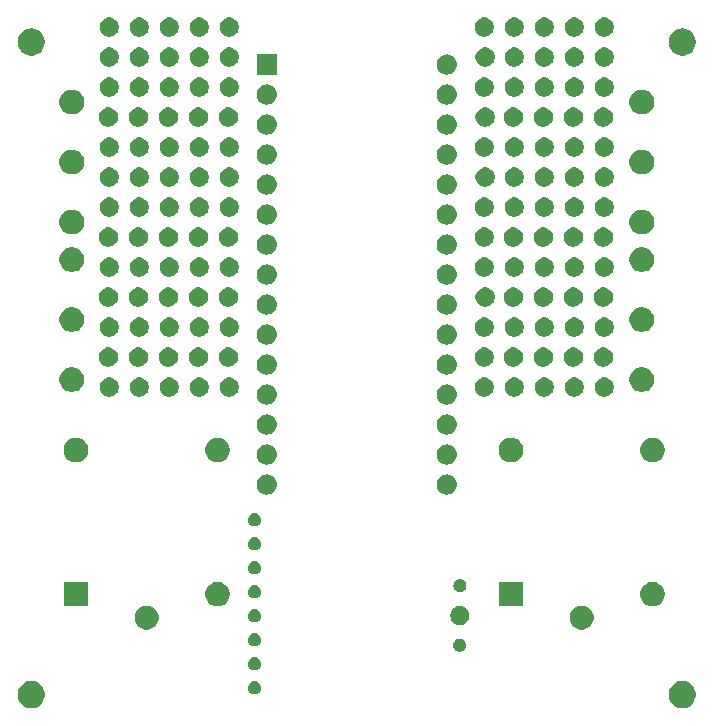
<source format=gbs>
G04 #@! TF.GenerationSoftware,KiCad,Pcbnew,(5.1.0)-1*
G04 #@! TF.CreationDate,2019-09-22T18:07:31+02:00*
G04 #@! TF.ProjectId,Arduino_HM_1,41726475-696e-46f5-9f48-4d5f312e6b69,rev?*
G04 #@! TF.SameCoordinates,Original*
G04 #@! TF.FileFunction,Soldermask,Bot*
G04 #@! TF.FilePolarity,Negative*
%FSLAX46Y46*%
G04 Gerber Fmt 4.6, Leading zero omitted, Abs format (unit mm)*
G04 Created by KiCad (PCBNEW (5.1.0)-1) date 2019-09-22 18:07:31*
%MOMM*%
%LPD*%
G04 APERTURE LIST*
%ADD10C,0.100000*%
G04 APERTURE END LIST*
D10*
G36*
X69693549Y-68721116D02*
G01*
X69804734Y-68743232D01*
X70014203Y-68829997D01*
X70202720Y-68955960D01*
X70363040Y-69116280D01*
X70434168Y-69222731D01*
X70489004Y-69304799D01*
X70575768Y-69514267D01*
X70613706Y-69704991D01*
X70620000Y-69736636D01*
X70620000Y-69963364D01*
X70575768Y-70185734D01*
X70489003Y-70395203D01*
X70363040Y-70583720D01*
X70202720Y-70744040D01*
X70014203Y-70870003D01*
X69804734Y-70956768D01*
X69693549Y-70978884D01*
X69582365Y-71001000D01*
X69355635Y-71001000D01*
X69244451Y-70978884D01*
X69133266Y-70956768D01*
X68923797Y-70870003D01*
X68735280Y-70744040D01*
X68574960Y-70583720D01*
X68448997Y-70395203D01*
X68362232Y-70185734D01*
X68318000Y-69963364D01*
X68318000Y-69736636D01*
X68324295Y-69704991D01*
X68362232Y-69514267D01*
X68448996Y-69304799D01*
X68503832Y-69222731D01*
X68574960Y-69116280D01*
X68735280Y-68955960D01*
X68923797Y-68829997D01*
X69133266Y-68743232D01*
X69244451Y-68721116D01*
X69355635Y-68699000D01*
X69582365Y-68699000D01*
X69693549Y-68721116D01*
X69693549Y-68721116D01*
G37*
G36*
X14575549Y-68721116D02*
G01*
X14686734Y-68743232D01*
X14896203Y-68829997D01*
X15084720Y-68955960D01*
X15245040Y-69116280D01*
X15316168Y-69222731D01*
X15371004Y-69304799D01*
X15457768Y-69514267D01*
X15495706Y-69704991D01*
X15502000Y-69736636D01*
X15502000Y-69963364D01*
X15457768Y-70185734D01*
X15371003Y-70395203D01*
X15245040Y-70583720D01*
X15084720Y-70744040D01*
X14896203Y-70870003D01*
X14686734Y-70956768D01*
X14575549Y-70978884D01*
X14464365Y-71001000D01*
X14237635Y-71001000D01*
X14126451Y-70978884D01*
X14015266Y-70956768D01*
X13805797Y-70870003D01*
X13617280Y-70744040D01*
X13456960Y-70583720D01*
X13330997Y-70395203D01*
X13244232Y-70185734D01*
X13200000Y-69963364D01*
X13200000Y-69736636D01*
X13206295Y-69704991D01*
X13244232Y-69514267D01*
X13330996Y-69304799D01*
X13385832Y-69222731D01*
X13456960Y-69116280D01*
X13617280Y-68955960D01*
X13805797Y-68829997D01*
X14015266Y-68743232D01*
X14126451Y-68721116D01*
X14237635Y-68699000D01*
X14464365Y-68699000D01*
X14575549Y-68721116D01*
X14575549Y-68721116D01*
G37*
G36*
X33423721Y-68747174D02*
G01*
X33523995Y-68788709D01*
X33523996Y-68788710D01*
X33614242Y-68849010D01*
X33690990Y-68925758D01*
X33690991Y-68925760D01*
X33751291Y-69016005D01*
X33792826Y-69116279D01*
X33814000Y-69222730D01*
X33814000Y-69331270D01*
X33792826Y-69437721D01*
X33751291Y-69537995D01*
X33751290Y-69537996D01*
X33690990Y-69628242D01*
X33614242Y-69704990D01*
X33568812Y-69735345D01*
X33523995Y-69765291D01*
X33423721Y-69806826D01*
X33317270Y-69828000D01*
X33208730Y-69828000D01*
X33102279Y-69806826D01*
X33002005Y-69765291D01*
X32957188Y-69735345D01*
X32911758Y-69704990D01*
X32835010Y-69628242D01*
X32774710Y-69537996D01*
X32774709Y-69537995D01*
X32733174Y-69437721D01*
X32712000Y-69331270D01*
X32712000Y-69222730D01*
X32733174Y-69116279D01*
X32774709Y-69016005D01*
X32835009Y-68925760D01*
X32835010Y-68925758D01*
X32911758Y-68849010D01*
X33002004Y-68788710D01*
X33002005Y-68788709D01*
X33102279Y-68747174D01*
X33208730Y-68726000D01*
X33317270Y-68726000D01*
X33423721Y-68747174D01*
X33423721Y-68747174D01*
G37*
G36*
X33423721Y-66715174D02*
G01*
X33523995Y-66756709D01*
X33523996Y-66756710D01*
X33614242Y-66817010D01*
X33690990Y-66893758D01*
X33690991Y-66893760D01*
X33751291Y-66984005D01*
X33792826Y-67084279D01*
X33814000Y-67190730D01*
X33814000Y-67299270D01*
X33792826Y-67405721D01*
X33751291Y-67505995D01*
X33751290Y-67505996D01*
X33690990Y-67596242D01*
X33614242Y-67672990D01*
X33568812Y-67703345D01*
X33523995Y-67733291D01*
X33423721Y-67774826D01*
X33317270Y-67796000D01*
X33208730Y-67796000D01*
X33102279Y-67774826D01*
X33002005Y-67733291D01*
X32957188Y-67703345D01*
X32911758Y-67672990D01*
X32835010Y-67596242D01*
X32774710Y-67505996D01*
X32774709Y-67505995D01*
X32733174Y-67405721D01*
X32712000Y-67299270D01*
X32712000Y-67190730D01*
X32733174Y-67084279D01*
X32774709Y-66984005D01*
X32835009Y-66893760D01*
X32835010Y-66893758D01*
X32911758Y-66817010D01*
X33002004Y-66756710D01*
X33002005Y-66756709D01*
X33102279Y-66715174D01*
X33208730Y-66694000D01*
X33317270Y-66694000D01*
X33423721Y-66715174D01*
X33423721Y-66715174D01*
G37*
G36*
X50785721Y-65145174D02*
G01*
X50885995Y-65186709D01*
X50885996Y-65186710D01*
X50976242Y-65247010D01*
X51052990Y-65323758D01*
X51052991Y-65323760D01*
X51113291Y-65414005D01*
X51154826Y-65514279D01*
X51176000Y-65620730D01*
X51176000Y-65729270D01*
X51154826Y-65835721D01*
X51113291Y-65935995D01*
X51113290Y-65935996D01*
X51052990Y-66026242D01*
X50976242Y-66102990D01*
X50930812Y-66133345D01*
X50885995Y-66163291D01*
X50785721Y-66204826D01*
X50679270Y-66226000D01*
X50570730Y-66226000D01*
X50464279Y-66204826D01*
X50364005Y-66163291D01*
X50319188Y-66133345D01*
X50273758Y-66102990D01*
X50197010Y-66026242D01*
X50136710Y-65935996D01*
X50136709Y-65935995D01*
X50095174Y-65835721D01*
X50074000Y-65729270D01*
X50074000Y-65620730D01*
X50095174Y-65514279D01*
X50136709Y-65414005D01*
X50197009Y-65323760D01*
X50197010Y-65323758D01*
X50273758Y-65247010D01*
X50364004Y-65186710D01*
X50364005Y-65186709D01*
X50464279Y-65145174D01*
X50570730Y-65124000D01*
X50679270Y-65124000D01*
X50785721Y-65145174D01*
X50785721Y-65145174D01*
G37*
G36*
X33423721Y-64683174D02*
G01*
X33523995Y-64724709D01*
X33523996Y-64724710D01*
X33614242Y-64785010D01*
X33690990Y-64861758D01*
X33690991Y-64861760D01*
X33751291Y-64952005D01*
X33792826Y-65052279D01*
X33814000Y-65158730D01*
X33814000Y-65267270D01*
X33792826Y-65373721D01*
X33751291Y-65473995D01*
X33751290Y-65473996D01*
X33690990Y-65564242D01*
X33614242Y-65640990D01*
X33568812Y-65671345D01*
X33523995Y-65701291D01*
X33423721Y-65742826D01*
X33317270Y-65764000D01*
X33208730Y-65764000D01*
X33102279Y-65742826D01*
X33002005Y-65701291D01*
X32957188Y-65671345D01*
X32911758Y-65640990D01*
X32835010Y-65564242D01*
X32774710Y-65473996D01*
X32774709Y-65473995D01*
X32733174Y-65373721D01*
X32712000Y-65267270D01*
X32712000Y-65158730D01*
X32733174Y-65052279D01*
X32774709Y-64952005D01*
X32835009Y-64861760D01*
X32835010Y-64861758D01*
X32911758Y-64785010D01*
X33002004Y-64724710D01*
X33002005Y-64724709D01*
X33102279Y-64683174D01*
X33208730Y-64662000D01*
X33317270Y-64662000D01*
X33423721Y-64683174D01*
X33423721Y-64683174D01*
G37*
G36*
X61158322Y-62345995D02*
G01*
X61257085Y-62365640D01*
X61442441Y-62442417D01*
X61609256Y-62553879D01*
X61751121Y-62695744D01*
X61862583Y-62862559D01*
X61939360Y-63047915D01*
X61978500Y-63244687D01*
X61978500Y-63445313D01*
X61939360Y-63642085D01*
X61862583Y-63827441D01*
X61751121Y-63994256D01*
X61609256Y-64136121D01*
X61442441Y-64247583D01*
X61257085Y-64324360D01*
X61191494Y-64337407D01*
X61060315Y-64363500D01*
X60859685Y-64363500D01*
X60728506Y-64337407D01*
X60662915Y-64324360D01*
X60477559Y-64247583D01*
X60310744Y-64136121D01*
X60168879Y-63994256D01*
X60057417Y-63827441D01*
X59980640Y-63642085D01*
X59941500Y-63445313D01*
X59941500Y-63244687D01*
X59980640Y-63047915D01*
X60057417Y-62862559D01*
X60168879Y-62695744D01*
X60310744Y-62553879D01*
X60477559Y-62442417D01*
X60662915Y-62365640D01*
X60761678Y-62345995D01*
X60859685Y-62326500D01*
X61060315Y-62326500D01*
X61158322Y-62345995D01*
X61158322Y-62345995D01*
G37*
G36*
X24328322Y-62345995D02*
G01*
X24427085Y-62365640D01*
X24612441Y-62442417D01*
X24779256Y-62553879D01*
X24921121Y-62695744D01*
X25032583Y-62862559D01*
X25109360Y-63047915D01*
X25148500Y-63244687D01*
X25148500Y-63445313D01*
X25109360Y-63642085D01*
X25032583Y-63827441D01*
X24921121Y-63994256D01*
X24779256Y-64136121D01*
X24612441Y-64247583D01*
X24427085Y-64324360D01*
X24361494Y-64337407D01*
X24230315Y-64363500D01*
X24029685Y-64363500D01*
X23898506Y-64337407D01*
X23832915Y-64324360D01*
X23647559Y-64247583D01*
X23480744Y-64136121D01*
X23338879Y-63994256D01*
X23227417Y-63827441D01*
X23150640Y-63642085D01*
X23111500Y-63445313D01*
X23111500Y-63244687D01*
X23150640Y-63047915D01*
X23227417Y-62862559D01*
X23338879Y-62695744D01*
X23480744Y-62553879D01*
X23647559Y-62442417D01*
X23832915Y-62365640D01*
X23931678Y-62345995D01*
X24029685Y-62326500D01*
X24230315Y-62326500D01*
X24328322Y-62345995D01*
X24328322Y-62345995D01*
G37*
G36*
X50870242Y-62382181D02*
G01*
X51015664Y-62442417D01*
X51016016Y-62442563D01*
X51147208Y-62530222D01*
X51258778Y-62641792D01*
X51333090Y-62753009D01*
X51346438Y-62772986D01*
X51406819Y-62918758D01*
X51437600Y-63073507D01*
X51437600Y-63231293D01*
X51406819Y-63386042D01*
X51383642Y-63441995D01*
X51346437Y-63531816D01*
X51258778Y-63663008D01*
X51147208Y-63774578D01*
X51016016Y-63862237D01*
X51016015Y-63862238D01*
X51016014Y-63862238D01*
X50870242Y-63922619D01*
X50715493Y-63953400D01*
X50557707Y-63953400D01*
X50402958Y-63922619D01*
X50257186Y-63862238D01*
X50257185Y-63862238D01*
X50257184Y-63862237D01*
X50125992Y-63774578D01*
X50014422Y-63663008D01*
X49926763Y-63531816D01*
X49889558Y-63441995D01*
X49866381Y-63386042D01*
X49835600Y-63231293D01*
X49835600Y-63073507D01*
X49866381Y-62918758D01*
X49926762Y-62772986D01*
X49940110Y-62753009D01*
X50014422Y-62641792D01*
X50125992Y-62530222D01*
X50257184Y-62442563D01*
X50257536Y-62442417D01*
X50402958Y-62382181D01*
X50557707Y-62351400D01*
X50715493Y-62351400D01*
X50870242Y-62382181D01*
X50870242Y-62382181D01*
G37*
G36*
X33423721Y-62651174D02*
G01*
X33523995Y-62692709D01*
X33568812Y-62722655D01*
X33614242Y-62753010D01*
X33690990Y-62829758D01*
X33690991Y-62829760D01*
X33751291Y-62920005D01*
X33792826Y-63020279D01*
X33814000Y-63126730D01*
X33814000Y-63235270D01*
X33792826Y-63341721D01*
X33751291Y-63441995D01*
X33721345Y-63486812D01*
X33690990Y-63532242D01*
X33614242Y-63608990D01*
X33568812Y-63639345D01*
X33523995Y-63669291D01*
X33423721Y-63710826D01*
X33317270Y-63732000D01*
X33208730Y-63732000D01*
X33102279Y-63710826D01*
X33002005Y-63669291D01*
X32957188Y-63639345D01*
X32911758Y-63608990D01*
X32835010Y-63532242D01*
X32804655Y-63486812D01*
X32774709Y-63441995D01*
X32733174Y-63341721D01*
X32712000Y-63235270D01*
X32712000Y-63126730D01*
X32733174Y-63020279D01*
X32774709Y-62920005D01*
X32835009Y-62829760D01*
X32835010Y-62829758D01*
X32911758Y-62753010D01*
X32957188Y-62722655D01*
X33002005Y-62692709D01*
X33102279Y-62651174D01*
X33208730Y-62630000D01*
X33317270Y-62630000D01*
X33423721Y-62651174D01*
X33423721Y-62651174D01*
G37*
G36*
X19171000Y-62386000D02*
G01*
X17089000Y-62386000D01*
X17089000Y-60304000D01*
X19171000Y-60304000D01*
X19171000Y-62386000D01*
X19171000Y-62386000D01*
G37*
G36*
X30433647Y-60344004D02*
G01*
X30623097Y-60422477D01*
X30623098Y-60422478D01*
X30793599Y-60536402D01*
X30938598Y-60681401D01*
X31001620Y-60775721D01*
X31052523Y-60851903D01*
X31130996Y-61041353D01*
X31171000Y-61242469D01*
X31171000Y-61447531D01*
X31130996Y-61648647D01*
X31052523Y-61838097D01*
X31052522Y-61838098D01*
X30938598Y-62008599D01*
X30793599Y-62153598D01*
X30679674Y-62229719D01*
X30623097Y-62267523D01*
X30433647Y-62345996D01*
X30232531Y-62386000D01*
X30027469Y-62386000D01*
X29826353Y-62345996D01*
X29636903Y-62267523D01*
X29580326Y-62229719D01*
X29466401Y-62153598D01*
X29321402Y-62008599D01*
X29207478Y-61838098D01*
X29207477Y-61838097D01*
X29129004Y-61648647D01*
X29089000Y-61447531D01*
X29089000Y-61242469D01*
X29129004Y-61041353D01*
X29207477Y-60851903D01*
X29258380Y-60775721D01*
X29321402Y-60681401D01*
X29466401Y-60536402D01*
X29636902Y-60422478D01*
X29636903Y-60422477D01*
X29826353Y-60344004D01*
X30027469Y-60304000D01*
X30232531Y-60304000D01*
X30433647Y-60344004D01*
X30433647Y-60344004D01*
G37*
G36*
X56001000Y-62386000D02*
G01*
X53919000Y-62386000D01*
X53919000Y-60304000D01*
X56001000Y-60304000D01*
X56001000Y-62386000D01*
X56001000Y-62386000D01*
G37*
G36*
X67263647Y-60344004D02*
G01*
X67453097Y-60422477D01*
X67453098Y-60422478D01*
X67623599Y-60536402D01*
X67768598Y-60681401D01*
X67831620Y-60775721D01*
X67882523Y-60851903D01*
X67960996Y-61041353D01*
X68001000Y-61242469D01*
X68001000Y-61447531D01*
X67960996Y-61648647D01*
X67882523Y-61838097D01*
X67882522Y-61838098D01*
X67768598Y-62008599D01*
X67623599Y-62153598D01*
X67509674Y-62229719D01*
X67453097Y-62267523D01*
X67263647Y-62345996D01*
X67062531Y-62386000D01*
X66857469Y-62386000D01*
X66656353Y-62345996D01*
X66466903Y-62267523D01*
X66410326Y-62229719D01*
X66296401Y-62153598D01*
X66151402Y-62008599D01*
X66037478Y-61838098D01*
X66037477Y-61838097D01*
X65959004Y-61648647D01*
X65919000Y-61447531D01*
X65919000Y-61242469D01*
X65959004Y-61041353D01*
X66037477Y-60851903D01*
X66088380Y-60775721D01*
X66151402Y-60681401D01*
X66296401Y-60536402D01*
X66466902Y-60422478D01*
X66466903Y-60422477D01*
X66656353Y-60344004D01*
X66857469Y-60304000D01*
X67062531Y-60304000D01*
X67263647Y-60344004D01*
X67263647Y-60344004D01*
G37*
G36*
X33423721Y-60619174D02*
G01*
X33523995Y-60660709D01*
X33523996Y-60660710D01*
X33614242Y-60721010D01*
X33690990Y-60797758D01*
X33690991Y-60797760D01*
X33751291Y-60888005D01*
X33792826Y-60988279D01*
X33814000Y-61094730D01*
X33814000Y-61203270D01*
X33792826Y-61309721D01*
X33751291Y-61409995D01*
X33751290Y-61409996D01*
X33690990Y-61500242D01*
X33614242Y-61576990D01*
X33568812Y-61607345D01*
X33523995Y-61637291D01*
X33423721Y-61678826D01*
X33317270Y-61700000D01*
X33208730Y-61700000D01*
X33102279Y-61678826D01*
X33002005Y-61637291D01*
X32957188Y-61607345D01*
X32911758Y-61576990D01*
X32835010Y-61500242D01*
X32774710Y-61409996D01*
X32774709Y-61409995D01*
X32733174Y-61309721D01*
X32712000Y-61203270D01*
X32712000Y-61094730D01*
X32733174Y-60988279D01*
X32774709Y-60888005D01*
X32835009Y-60797760D01*
X32835010Y-60797758D01*
X32911758Y-60721010D01*
X33002004Y-60660710D01*
X33002005Y-60660709D01*
X33102279Y-60619174D01*
X33208730Y-60598000D01*
X33317270Y-60598000D01*
X33423721Y-60619174D01*
X33423721Y-60619174D01*
G37*
G36*
X50805721Y-60085174D02*
G01*
X50905995Y-60126709D01*
X50905996Y-60126710D01*
X50996242Y-60187010D01*
X51072990Y-60263758D01*
X51072991Y-60263760D01*
X51133291Y-60354005D01*
X51174826Y-60454279D01*
X51196000Y-60560730D01*
X51196000Y-60669270D01*
X51174826Y-60775721D01*
X51133291Y-60875995D01*
X51133290Y-60875996D01*
X51072990Y-60966242D01*
X50996242Y-61042990D01*
X50950812Y-61073345D01*
X50905995Y-61103291D01*
X50805721Y-61144826D01*
X50699270Y-61166000D01*
X50590730Y-61166000D01*
X50484279Y-61144826D01*
X50384005Y-61103291D01*
X50339188Y-61073345D01*
X50293758Y-61042990D01*
X50217010Y-60966242D01*
X50156710Y-60875996D01*
X50156709Y-60875995D01*
X50115174Y-60775721D01*
X50094000Y-60669270D01*
X50094000Y-60560730D01*
X50115174Y-60454279D01*
X50156709Y-60354005D01*
X50217009Y-60263760D01*
X50217010Y-60263758D01*
X50293758Y-60187010D01*
X50384004Y-60126710D01*
X50384005Y-60126709D01*
X50484279Y-60085174D01*
X50590730Y-60064000D01*
X50699270Y-60064000D01*
X50805721Y-60085174D01*
X50805721Y-60085174D01*
G37*
G36*
X33423721Y-58587174D02*
G01*
X33523995Y-58628709D01*
X33523996Y-58628710D01*
X33614242Y-58689010D01*
X33690990Y-58765758D01*
X33690991Y-58765760D01*
X33751291Y-58856005D01*
X33792826Y-58956279D01*
X33814000Y-59062730D01*
X33814000Y-59171270D01*
X33792826Y-59277721D01*
X33751291Y-59377995D01*
X33751290Y-59377996D01*
X33690990Y-59468242D01*
X33614242Y-59544990D01*
X33568812Y-59575345D01*
X33523995Y-59605291D01*
X33423721Y-59646826D01*
X33317270Y-59668000D01*
X33208730Y-59668000D01*
X33102279Y-59646826D01*
X33002005Y-59605291D01*
X32957188Y-59575345D01*
X32911758Y-59544990D01*
X32835010Y-59468242D01*
X32774710Y-59377996D01*
X32774709Y-59377995D01*
X32733174Y-59277721D01*
X32712000Y-59171270D01*
X32712000Y-59062730D01*
X32733174Y-58956279D01*
X32774709Y-58856005D01*
X32835009Y-58765760D01*
X32835010Y-58765758D01*
X32911758Y-58689010D01*
X33002004Y-58628710D01*
X33002005Y-58628709D01*
X33102279Y-58587174D01*
X33208730Y-58566000D01*
X33317270Y-58566000D01*
X33423721Y-58587174D01*
X33423721Y-58587174D01*
G37*
G36*
X33423721Y-56555174D02*
G01*
X33523995Y-56596709D01*
X33523996Y-56596710D01*
X33614242Y-56657010D01*
X33690990Y-56733758D01*
X33690991Y-56733760D01*
X33751291Y-56824005D01*
X33792826Y-56924279D01*
X33814000Y-57030730D01*
X33814000Y-57139270D01*
X33792826Y-57245721D01*
X33751291Y-57345995D01*
X33751290Y-57345996D01*
X33690990Y-57436242D01*
X33614242Y-57512990D01*
X33568812Y-57543345D01*
X33523995Y-57573291D01*
X33423721Y-57614826D01*
X33317270Y-57636000D01*
X33208730Y-57636000D01*
X33102279Y-57614826D01*
X33002005Y-57573291D01*
X32957188Y-57543345D01*
X32911758Y-57512990D01*
X32835010Y-57436242D01*
X32774710Y-57345996D01*
X32774709Y-57345995D01*
X32733174Y-57245721D01*
X32712000Y-57139270D01*
X32712000Y-57030730D01*
X32733174Y-56924279D01*
X32774709Y-56824005D01*
X32835009Y-56733760D01*
X32835010Y-56733758D01*
X32911758Y-56657010D01*
X33002004Y-56596710D01*
X33002005Y-56596709D01*
X33102279Y-56555174D01*
X33208730Y-56534000D01*
X33317270Y-56534000D01*
X33423721Y-56555174D01*
X33423721Y-56555174D01*
G37*
G36*
X33423721Y-54523174D02*
G01*
X33523995Y-54564709D01*
X33523996Y-54564710D01*
X33614242Y-54625010D01*
X33690990Y-54701758D01*
X33690991Y-54701760D01*
X33751291Y-54792005D01*
X33792826Y-54892279D01*
X33814000Y-54998730D01*
X33814000Y-55107270D01*
X33792826Y-55213721D01*
X33751291Y-55313995D01*
X33751290Y-55313996D01*
X33690990Y-55404242D01*
X33614242Y-55480990D01*
X33568812Y-55511345D01*
X33523995Y-55541291D01*
X33423721Y-55582826D01*
X33317270Y-55604000D01*
X33208730Y-55604000D01*
X33102279Y-55582826D01*
X33002005Y-55541291D01*
X32957188Y-55511345D01*
X32911758Y-55480990D01*
X32835010Y-55404242D01*
X32774710Y-55313996D01*
X32774709Y-55313995D01*
X32733174Y-55213721D01*
X32712000Y-55107270D01*
X32712000Y-54998730D01*
X32733174Y-54892279D01*
X32774709Y-54792005D01*
X32835009Y-54701760D01*
X32835010Y-54701758D01*
X32911758Y-54625010D01*
X33002004Y-54564710D01*
X33002005Y-54564709D01*
X33102279Y-54523174D01*
X33208730Y-54502000D01*
X33317270Y-54502000D01*
X33423721Y-54523174D01*
X33423721Y-54523174D01*
G37*
G36*
X49696823Y-51231313D02*
G01*
X49857242Y-51279976D01*
X49989906Y-51350886D01*
X50005078Y-51358996D01*
X50134659Y-51465341D01*
X50241004Y-51594922D01*
X50241005Y-51594924D01*
X50320024Y-51742758D01*
X50368687Y-51903177D01*
X50385117Y-52070000D01*
X50368687Y-52236823D01*
X50320024Y-52397242D01*
X50249114Y-52529906D01*
X50241004Y-52545078D01*
X50134659Y-52674659D01*
X50005078Y-52781004D01*
X50005076Y-52781005D01*
X49857242Y-52860024D01*
X49696823Y-52908687D01*
X49571804Y-52921000D01*
X49488196Y-52921000D01*
X49363177Y-52908687D01*
X49202758Y-52860024D01*
X49054924Y-52781005D01*
X49054922Y-52781004D01*
X48925341Y-52674659D01*
X48818996Y-52545078D01*
X48810886Y-52529906D01*
X48739976Y-52397242D01*
X48691313Y-52236823D01*
X48674883Y-52070000D01*
X48691313Y-51903177D01*
X48739976Y-51742758D01*
X48818995Y-51594924D01*
X48818996Y-51594922D01*
X48925341Y-51465341D01*
X49054922Y-51358996D01*
X49070094Y-51350886D01*
X49202758Y-51279976D01*
X49363177Y-51231313D01*
X49488196Y-51219000D01*
X49571804Y-51219000D01*
X49696823Y-51231313D01*
X49696823Y-51231313D01*
G37*
G36*
X34456823Y-51231313D02*
G01*
X34617242Y-51279976D01*
X34749906Y-51350886D01*
X34765078Y-51358996D01*
X34894659Y-51465341D01*
X35001004Y-51594922D01*
X35001005Y-51594924D01*
X35080024Y-51742758D01*
X35128687Y-51903177D01*
X35145117Y-52070000D01*
X35128687Y-52236823D01*
X35080024Y-52397242D01*
X35009114Y-52529906D01*
X35001004Y-52545078D01*
X34894659Y-52674659D01*
X34765078Y-52781004D01*
X34765076Y-52781005D01*
X34617242Y-52860024D01*
X34456823Y-52908687D01*
X34331804Y-52921000D01*
X34248196Y-52921000D01*
X34123177Y-52908687D01*
X33962758Y-52860024D01*
X33814924Y-52781005D01*
X33814922Y-52781004D01*
X33685341Y-52674659D01*
X33578996Y-52545078D01*
X33570886Y-52529906D01*
X33499976Y-52397242D01*
X33451313Y-52236823D01*
X33434883Y-52070000D01*
X33451313Y-51903177D01*
X33499976Y-51742758D01*
X33578995Y-51594924D01*
X33578996Y-51594922D01*
X33685341Y-51465341D01*
X33814922Y-51358996D01*
X33830094Y-51350886D01*
X33962758Y-51279976D01*
X34123177Y-51231313D01*
X34248196Y-51219000D01*
X34331804Y-51219000D01*
X34456823Y-51231313D01*
X34456823Y-51231313D01*
G37*
G36*
X34456823Y-48691313D02*
G01*
X34617242Y-48739976D01*
X34749906Y-48810886D01*
X34765078Y-48818996D01*
X34894659Y-48925341D01*
X35001004Y-49054922D01*
X35001005Y-49054924D01*
X35080024Y-49202758D01*
X35128687Y-49363177D01*
X35145117Y-49530000D01*
X35128687Y-49696823D01*
X35080024Y-49857242D01*
X35009114Y-49989906D01*
X35001004Y-50005078D01*
X34894659Y-50134659D01*
X34765078Y-50241004D01*
X34765076Y-50241005D01*
X34617242Y-50320024D01*
X34456823Y-50368687D01*
X34331804Y-50381000D01*
X34248196Y-50381000D01*
X34123177Y-50368687D01*
X33962758Y-50320024D01*
X33814924Y-50241005D01*
X33814922Y-50241004D01*
X33685341Y-50134659D01*
X33578996Y-50005078D01*
X33570886Y-49989906D01*
X33499976Y-49857242D01*
X33451313Y-49696823D01*
X33434883Y-49530000D01*
X33451313Y-49363177D01*
X33499976Y-49202758D01*
X33578995Y-49054924D01*
X33578996Y-49054922D01*
X33685341Y-48925341D01*
X33814922Y-48818996D01*
X33830094Y-48810886D01*
X33962758Y-48739976D01*
X34123177Y-48691313D01*
X34248196Y-48679000D01*
X34331804Y-48679000D01*
X34456823Y-48691313D01*
X34456823Y-48691313D01*
G37*
G36*
X49696823Y-48691313D02*
G01*
X49857242Y-48739976D01*
X49989906Y-48810886D01*
X50005078Y-48818996D01*
X50134659Y-48925341D01*
X50241004Y-49054922D01*
X50241005Y-49054924D01*
X50320024Y-49202758D01*
X50368687Y-49363177D01*
X50385117Y-49530000D01*
X50368687Y-49696823D01*
X50320024Y-49857242D01*
X50249114Y-49989906D01*
X50241004Y-50005078D01*
X50134659Y-50134659D01*
X50005078Y-50241004D01*
X50005076Y-50241005D01*
X49857242Y-50320024D01*
X49696823Y-50368687D01*
X49571804Y-50381000D01*
X49488196Y-50381000D01*
X49363177Y-50368687D01*
X49202758Y-50320024D01*
X49054924Y-50241005D01*
X49054922Y-50241004D01*
X48925341Y-50134659D01*
X48818996Y-50005078D01*
X48810886Y-49989906D01*
X48739976Y-49857242D01*
X48691313Y-49696823D01*
X48674883Y-49530000D01*
X48691313Y-49363177D01*
X48739976Y-49202758D01*
X48818995Y-49054924D01*
X48818996Y-49054922D01*
X48925341Y-48925341D01*
X49054922Y-48818996D01*
X49070094Y-48810886D01*
X49202758Y-48739976D01*
X49363177Y-48691313D01*
X49488196Y-48679000D01*
X49571804Y-48679000D01*
X49696823Y-48691313D01*
X49696823Y-48691313D01*
G37*
G36*
X55263647Y-48144004D02*
G01*
X55453097Y-48222477D01*
X55453098Y-48222478D01*
X55623599Y-48336402D01*
X55768598Y-48481401D01*
X55844719Y-48595326D01*
X55882523Y-48651903D01*
X55960996Y-48841353D01*
X56001000Y-49042469D01*
X56001000Y-49247531D01*
X55960996Y-49448647D01*
X55882523Y-49638097D01*
X55882522Y-49638098D01*
X55768598Y-49808599D01*
X55623599Y-49953598D01*
X55546556Y-50005076D01*
X55453097Y-50067523D01*
X55263647Y-50145996D01*
X55062531Y-50186000D01*
X54857469Y-50186000D01*
X54656353Y-50145996D01*
X54466903Y-50067523D01*
X54373444Y-50005076D01*
X54296401Y-49953598D01*
X54151402Y-49808599D01*
X54037478Y-49638098D01*
X54037477Y-49638097D01*
X53959004Y-49448647D01*
X53919000Y-49247531D01*
X53919000Y-49042469D01*
X53959004Y-48841353D01*
X54037477Y-48651903D01*
X54075281Y-48595326D01*
X54151402Y-48481401D01*
X54296401Y-48336402D01*
X54466902Y-48222478D01*
X54466903Y-48222477D01*
X54656353Y-48144004D01*
X54857469Y-48104000D01*
X55062531Y-48104000D01*
X55263647Y-48144004D01*
X55263647Y-48144004D01*
G37*
G36*
X30433647Y-48144004D02*
G01*
X30623097Y-48222477D01*
X30623098Y-48222478D01*
X30793599Y-48336402D01*
X30938598Y-48481401D01*
X31014719Y-48595326D01*
X31052523Y-48651903D01*
X31130996Y-48841353D01*
X31171000Y-49042469D01*
X31171000Y-49247531D01*
X31130996Y-49448647D01*
X31052523Y-49638097D01*
X31052522Y-49638098D01*
X30938598Y-49808599D01*
X30793599Y-49953598D01*
X30716556Y-50005076D01*
X30623097Y-50067523D01*
X30433647Y-50145996D01*
X30232531Y-50186000D01*
X30027469Y-50186000D01*
X29826353Y-50145996D01*
X29636903Y-50067523D01*
X29543444Y-50005076D01*
X29466401Y-49953598D01*
X29321402Y-49808599D01*
X29207478Y-49638098D01*
X29207477Y-49638097D01*
X29129004Y-49448647D01*
X29089000Y-49247531D01*
X29089000Y-49042469D01*
X29129004Y-48841353D01*
X29207477Y-48651903D01*
X29245281Y-48595326D01*
X29321402Y-48481401D01*
X29466401Y-48336402D01*
X29636902Y-48222478D01*
X29636903Y-48222477D01*
X29826353Y-48144004D01*
X30027469Y-48104000D01*
X30232531Y-48104000D01*
X30433647Y-48144004D01*
X30433647Y-48144004D01*
G37*
G36*
X67263647Y-48144004D02*
G01*
X67453097Y-48222477D01*
X67453098Y-48222478D01*
X67623599Y-48336402D01*
X67768598Y-48481401D01*
X67844719Y-48595326D01*
X67882523Y-48651903D01*
X67960996Y-48841353D01*
X68001000Y-49042469D01*
X68001000Y-49247531D01*
X67960996Y-49448647D01*
X67882523Y-49638097D01*
X67882522Y-49638098D01*
X67768598Y-49808599D01*
X67623599Y-49953598D01*
X67546556Y-50005076D01*
X67453097Y-50067523D01*
X67263647Y-50145996D01*
X67062531Y-50186000D01*
X66857469Y-50186000D01*
X66656353Y-50145996D01*
X66466903Y-50067523D01*
X66373444Y-50005076D01*
X66296401Y-49953598D01*
X66151402Y-49808599D01*
X66037478Y-49638098D01*
X66037477Y-49638097D01*
X65959004Y-49448647D01*
X65919000Y-49247531D01*
X65919000Y-49042469D01*
X65959004Y-48841353D01*
X66037477Y-48651903D01*
X66075281Y-48595326D01*
X66151402Y-48481401D01*
X66296401Y-48336402D01*
X66466902Y-48222478D01*
X66466903Y-48222477D01*
X66656353Y-48144004D01*
X66857469Y-48104000D01*
X67062531Y-48104000D01*
X67263647Y-48144004D01*
X67263647Y-48144004D01*
G37*
G36*
X18433647Y-48144004D02*
G01*
X18623097Y-48222477D01*
X18623098Y-48222478D01*
X18793599Y-48336402D01*
X18938598Y-48481401D01*
X19014719Y-48595326D01*
X19052523Y-48651903D01*
X19130996Y-48841353D01*
X19171000Y-49042469D01*
X19171000Y-49247531D01*
X19130996Y-49448647D01*
X19052523Y-49638097D01*
X19052522Y-49638098D01*
X18938598Y-49808599D01*
X18793599Y-49953598D01*
X18716556Y-50005076D01*
X18623097Y-50067523D01*
X18433647Y-50145996D01*
X18232531Y-50186000D01*
X18027469Y-50186000D01*
X17826353Y-50145996D01*
X17636903Y-50067523D01*
X17543444Y-50005076D01*
X17466401Y-49953598D01*
X17321402Y-49808599D01*
X17207478Y-49638098D01*
X17207477Y-49638097D01*
X17129004Y-49448647D01*
X17089000Y-49247531D01*
X17089000Y-49042469D01*
X17129004Y-48841353D01*
X17207477Y-48651903D01*
X17245281Y-48595326D01*
X17321402Y-48481401D01*
X17466401Y-48336402D01*
X17636902Y-48222478D01*
X17636903Y-48222477D01*
X17826353Y-48144004D01*
X18027469Y-48104000D01*
X18232531Y-48104000D01*
X18433647Y-48144004D01*
X18433647Y-48144004D01*
G37*
G36*
X49696823Y-46151313D02*
G01*
X49857242Y-46199976D01*
X49989906Y-46270886D01*
X50005078Y-46278996D01*
X50134659Y-46385341D01*
X50241004Y-46514922D01*
X50241005Y-46514924D01*
X50320024Y-46662758D01*
X50368687Y-46823177D01*
X50385117Y-46990000D01*
X50368687Y-47156823D01*
X50320024Y-47317242D01*
X50249114Y-47449906D01*
X50241004Y-47465078D01*
X50134659Y-47594659D01*
X50005078Y-47701004D01*
X50005076Y-47701005D01*
X49857242Y-47780024D01*
X49696823Y-47828687D01*
X49571804Y-47841000D01*
X49488196Y-47841000D01*
X49363177Y-47828687D01*
X49202758Y-47780024D01*
X49054924Y-47701005D01*
X49054922Y-47701004D01*
X48925341Y-47594659D01*
X48818996Y-47465078D01*
X48810886Y-47449906D01*
X48739976Y-47317242D01*
X48691313Y-47156823D01*
X48674883Y-46990000D01*
X48691313Y-46823177D01*
X48739976Y-46662758D01*
X48818995Y-46514924D01*
X48818996Y-46514922D01*
X48925341Y-46385341D01*
X49054922Y-46278996D01*
X49070094Y-46270886D01*
X49202758Y-46199976D01*
X49363177Y-46151313D01*
X49488196Y-46139000D01*
X49571804Y-46139000D01*
X49696823Y-46151313D01*
X49696823Y-46151313D01*
G37*
G36*
X34456823Y-46151313D02*
G01*
X34617242Y-46199976D01*
X34749906Y-46270886D01*
X34765078Y-46278996D01*
X34894659Y-46385341D01*
X35001004Y-46514922D01*
X35001005Y-46514924D01*
X35080024Y-46662758D01*
X35128687Y-46823177D01*
X35145117Y-46990000D01*
X35128687Y-47156823D01*
X35080024Y-47317242D01*
X35009114Y-47449906D01*
X35001004Y-47465078D01*
X34894659Y-47594659D01*
X34765078Y-47701004D01*
X34765076Y-47701005D01*
X34617242Y-47780024D01*
X34456823Y-47828687D01*
X34331804Y-47841000D01*
X34248196Y-47841000D01*
X34123177Y-47828687D01*
X33962758Y-47780024D01*
X33814924Y-47701005D01*
X33814922Y-47701004D01*
X33685341Y-47594659D01*
X33578996Y-47465078D01*
X33570886Y-47449906D01*
X33499976Y-47317242D01*
X33451313Y-47156823D01*
X33434883Y-46990000D01*
X33451313Y-46823177D01*
X33499976Y-46662758D01*
X33578995Y-46514924D01*
X33578996Y-46514922D01*
X33685341Y-46385341D01*
X33814922Y-46278996D01*
X33830094Y-46270886D01*
X33962758Y-46199976D01*
X34123177Y-46151313D01*
X34248196Y-46139000D01*
X34331804Y-46139000D01*
X34456823Y-46151313D01*
X34456823Y-46151313D01*
G37*
G36*
X34456823Y-43611313D02*
G01*
X34617242Y-43659976D01*
X34749906Y-43730886D01*
X34765078Y-43738996D01*
X34894659Y-43845341D01*
X35001004Y-43974922D01*
X35001005Y-43974924D01*
X35080024Y-44122758D01*
X35128687Y-44283177D01*
X35145117Y-44450000D01*
X35128687Y-44616823D01*
X35080024Y-44777242D01*
X35009114Y-44909906D01*
X35001004Y-44925078D01*
X34894659Y-45054659D01*
X34765078Y-45161004D01*
X34765076Y-45161005D01*
X34617242Y-45240024D01*
X34456823Y-45288687D01*
X34331804Y-45301000D01*
X34248196Y-45301000D01*
X34123177Y-45288687D01*
X33962758Y-45240024D01*
X33814924Y-45161005D01*
X33814922Y-45161004D01*
X33685341Y-45054659D01*
X33578996Y-44925078D01*
X33570886Y-44909906D01*
X33499976Y-44777242D01*
X33451313Y-44616823D01*
X33434883Y-44450000D01*
X33451313Y-44283177D01*
X33499976Y-44122758D01*
X33578995Y-43974924D01*
X33578996Y-43974922D01*
X33685341Y-43845341D01*
X33814922Y-43738996D01*
X33830094Y-43730886D01*
X33962758Y-43659976D01*
X34123177Y-43611313D01*
X34248196Y-43599000D01*
X34331804Y-43599000D01*
X34456823Y-43611313D01*
X34456823Y-43611313D01*
G37*
G36*
X49696823Y-43611313D02*
G01*
X49857242Y-43659976D01*
X49989906Y-43730886D01*
X50005078Y-43738996D01*
X50134659Y-43845341D01*
X50241004Y-43974922D01*
X50241005Y-43974924D01*
X50320024Y-44122758D01*
X50368687Y-44283177D01*
X50385117Y-44450000D01*
X50368687Y-44616823D01*
X50320024Y-44777242D01*
X50249114Y-44909906D01*
X50241004Y-44925078D01*
X50134659Y-45054659D01*
X50005078Y-45161004D01*
X50005076Y-45161005D01*
X49857242Y-45240024D01*
X49696823Y-45288687D01*
X49571804Y-45301000D01*
X49488196Y-45301000D01*
X49363177Y-45288687D01*
X49202758Y-45240024D01*
X49054924Y-45161005D01*
X49054922Y-45161004D01*
X48925341Y-45054659D01*
X48818996Y-44925078D01*
X48810886Y-44909906D01*
X48739976Y-44777242D01*
X48691313Y-44616823D01*
X48674883Y-44450000D01*
X48691313Y-44283177D01*
X48739976Y-44122758D01*
X48818995Y-43974924D01*
X48818996Y-43974922D01*
X48925341Y-43845341D01*
X49054922Y-43738996D01*
X49070094Y-43730886D01*
X49202758Y-43659976D01*
X49363177Y-43611313D01*
X49488196Y-43599000D01*
X49571804Y-43599000D01*
X49696823Y-43611313D01*
X49696823Y-43611313D01*
G37*
G36*
X21192142Y-43033242D02*
G01*
X21340101Y-43094529D01*
X21473255Y-43183499D01*
X21586501Y-43296745D01*
X21675471Y-43429899D01*
X21736758Y-43577858D01*
X21768000Y-43734925D01*
X21768000Y-43895075D01*
X21736758Y-44052142D01*
X21675471Y-44200101D01*
X21586501Y-44333255D01*
X21473255Y-44446501D01*
X21340101Y-44535471D01*
X21192142Y-44596758D01*
X21035075Y-44628000D01*
X20874925Y-44628000D01*
X20717858Y-44596758D01*
X20569899Y-44535471D01*
X20436745Y-44446501D01*
X20323499Y-44333255D01*
X20234529Y-44200101D01*
X20173242Y-44052142D01*
X20142000Y-43895075D01*
X20142000Y-43734925D01*
X20173242Y-43577858D01*
X20234529Y-43429899D01*
X20323499Y-43296745D01*
X20436745Y-43183499D01*
X20569899Y-43094529D01*
X20717858Y-43033242D01*
X20874925Y-43002000D01*
X21035075Y-43002000D01*
X21192142Y-43033242D01*
X21192142Y-43033242D01*
G37*
G36*
X63102142Y-43033242D02*
G01*
X63250101Y-43094529D01*
X63383255Y-43183499D01*
X63496501Y-43296745D01*
X63585471Y-43429899D01*
X63646758Y-43577858D01*
X63678000Y-43734925D01*
X63678000Y-43895075D01*
X63646758Y-44052142D01*
X63585471Y-44200101D01*
X63496501Y-44333255D01*
X63383255Y-44446501D01*
X63250101Y-44535471D01*
X63102142Y-44596758D01*
X62945075Y-44628000D01*
X62784925Y-44628000D01*
X62627858Y-44596758D01*
X62479899Y-44535471D01*
X62346745Y-44446501D01*
X62233499Y-44333255D01*
X62144529Y-44200101D01*
X62083242Y-44052142D01*
X62052000Y-43895075D01*
X62052000Y-43734925D01*
X62083242Y-43577858D01*
X62144529Y-43429899D01*
X62233499Y-43296745D01*
X62346745Y-43183499D01*
X62479899Y-43094529D01*
X62627858Y-43033242D01*
X62784925Y-43002000D01*
X62945075Y-43002000D01*
X63102142Y-43033242D01*
X63102142Y-43033242D01*
G37*
G36*
X28812142Y-43033242D02*
G01*
X28960101Y-43094529D01*
X29093255Y-43183499D01*
X29206501Y-43296745D01*
X29295471Y-43429899D01*
X29356758Y-43577858D01*
X29388000Y-43734925D01*
X29388000Y-43895075D01*
X29356758Y-44052142D01*
X29295471Y-44200101D01*
X29206501Y-44333255D01*
X29093255Y-44446501D01*
X28960101Y-44535471D01*
X28812142Y-44596758D01*
X28655075Y-44628000D01*
X28494925Y-44628000D01*
X28337858Y-44596758D01*
X28189899Y-44535471D01*
X28056745Y-44446501D01*
X27943499Y-44333255D01*
X27854529Y-44200101D01*
X27793242Y-44052142D01*
X27762000Y-43895075D01*
X27762000Y-43734925D01*
X27793242Y-43577858D01*
X27854529Y-43429899D01*
X27943499Y-43296745D01*
X28056745Y-43183499D01*
X28189899Y-43094529D01*
X28337858Y-43033242D01*
X28494925Y-43002000D01*
X28655075Y-43002000D01*
X28812142Y-43033242D01*
X28812142Y-43033242D01*
G37*
G36*
X23732142Y-43033242D02*
G01*
X23880101Y-43094529D01*
X24013255Y-43183499D01*
X24126501Y-43296745D01*
X24215471Y-43429899D01*
X24276758Y-43577858D01*
X24308000Y-43734925D01*
X24308000Y-43895075D01*
X24276758Y-44052142D01*
X24215471Y-44200101D01*
X24126501Y-44333255D01*
X24013255Y-44446501D01*
X23880101Y-44535471D01*
X23732142Y-44596758D01*
X23575075Y-44628000D01*
X23414925Y-44628000D01*
X23257858Y-44596758D01*
X23109899Y-44535471D01*
X22976745Y-44446501D01*
X22863499Y-44333255D01*
X22774529Y-44200101D01*
X22713242Y-44052142D01*
X22682000Y-43895075D01*
X22682000Y-43734925D01*
X22713242Y-43577858D01*
X22774529Y-43429899D01*
X22863499Y-43296745D01*
X22976745Y-43183499D01*
X23109899Y-43094529D01*
X23257858Y-43033242D01*
X23414925Y-43002000D01*
X23575075Y-43002000D01*
X23732142Y-43033242D01*
X23732142Y-43033242D01*
G37*
G36*
X31352142Y-43033242D02*
G01*
X31500101Y-43094529D01*
X31633255Y-43183499D01*
X31746501Y-43296745D01*
X31835471Y-43429899D01*
X31896758Y-43577858D01*
X31928000Y-43734925D01*
X31928000Y-43895075D01*
X31896758Y-44052142D01*
X31835471Y-44200101D01*
X31746501Y-44333255D01*
X31633255Y-44446501D01*
X31500101Y-44535471D01*
X31352142Y-44596758D01*
X31195075Y-44628000D01*
X31034925Y-44628000D01*
X30877858Y-44596758D01*
X30729899Y-44535471D01*
X30596745Y-44446501D01*
X30483499Y-44333255D01*
X30394529Y-44200101D01*
X30333242Y-44052142D01*
X30302000Y-43895075D01*
X30302000Y-43734925D01*
X30333242Y-43577858D01*
X30394529Y-43429899D01*
X30483499Y-43296745D01*
X30596745Y-43183499D01*
X30729899Y-43094529D01*
X30877858Y-43033242D01*
X31034925Y-43002000D01*
X31195075Y-43002000D01*
X31352142Y-43033242D01*
X31352142Y-43033242D01*
G37*
G36*
X52942142Y-43033242D02*
G01*
X53090101Y-43094529D01*
X53223255Y-43183499D01*
X53336501Y-43296745D01*
X53425471Y-43429899D01*
X53486758Y-43577858D01*
X53518000Y-43734925D01*
X53518000Y-43895075D01*
X53486758Y-44052142D01*
X53425471Y-44200101D01*
X53336501Y-44333255D01*
X53223255Y-44446501D01*
X53090101Y-44535471D01*
X52942142Y-44596758D01*
X52785075Y-44628000D01*
X52624925Y-44628000D01*
X52467858Y-44596758D01*
X52319899Y-44535471D01*
X52186745Y-44446501D01*
X52073499Y-44333255D01*
X51984529Y-44200101D01*
X51923242Y-44052142D01*
X51892000Y-43895075D01*
X51892000Y-43734925D01*
X51923242Y-43577858D01*
X51984529Y-43429899D01*
X52073499Y-43296745D01*
X52186745Y-43183499D01*
X52319899Y-43094529D01*
X52467858Y-43033242D01*
X52624925Y-43002000D01*
X52785075Y-43002000D01*
X52942142Y-43033242D01*
X52942142Y-43033242D01*
G37*
G36*
X55482142Y-43033242D02*
G01*
X55630101Y-43094529D01*
X55763255Y-43183499D01*
X55876501Y-43296745D01*
X55965471Y-43429899D01*
X56026758Y-43577858D01*
X56058000Y-43734925D01*
X56058000Y-43895075D01*
X56026758Y-44052142D01*
X55965471Y-44200101D01*
X55876501Y-44333255D01*
X55763255Y-44446501D01*
X55630101Y-44535471D01*
X55482142Y-44596758D01*
X55325075Y-44628000D01*
X55164925Y-44628000D01*
X55007858Y-44596758D01*
X54859899Y-44535471D01*
X54726745Y-44446501D01*
X54613499Y-44333255D01*
X54524529Y-44200101D01*
X54463242Y-44052142D01*
X54432000Y-43895075D01*
X54432000Y-43734925D01*
X54463242Y-43577858D01*
X54524529Y-43429899D01*
X54613499Y-43296745D01*
X54726745Y-43183499D01*
X54859899Y-43094529D01*
X55007858Y-43033242D01*
X55164925Y-43002000D01*
X55325075Y-43002000D01*
X55482142Y-43033242D01*
X55482142Y-43033242D01*
G37*
G36*
X58022142Y-43033242D02*
G01*
X58170101Y-43094529D01*
X58303255Y-43183499D01*
X58416501Y-43296745D01*
X58505471Y-43429899D01*
X58566758Y-43577858D01*
X58598000Y-43734925D01*
X58598000Y-43895075D01*
X58566758Y-44052142D01*
X58505471Y-44200101D01*
X58416501Y-44333255D01*
X58303255Y-44446501D01*
X58170101Y-44535471D01*
X58022142Y-44596758D01*
X57865075Y-44628000D01*
X57704925Y-44628000D01*
X57547858Y-44596758D01*
X57399899Y-44535471D01*
X57266745Y-44446501D01*
X57153499Y-44333255D01*
X57064529Y-44200101D01*
X57003242Y-44052142D01*
X56972000Y-43895075D01*
X56972000Y-43734925D01*
X57003242Y-43577858D01*
X57064529Y-43429899D01*
X57153499Y-43296745D01*
X57266745Y-43183499D01*
X57399899Y-43094529D01*
X57547858Y-43033242D01*
X57704925Y-43002000D01*
X57865075Y-43002000D01*
X58022142Y-43033242D01*
X58022142Y-43033242D01*
G37*
G36*
X26272142Y-43033242D02*
G01*
X26420101Y-43094529D01*
X26553255Y-43183499D01*
X26666501Y-43296745D01*
X26755471Y-43429899D01*
X26816758Y-43577858D01*
X26848000Y-43734925D01*
X26848000Y-43895075D01*
X26816758Y-44052142D01*
X26755471Y-44200101D01*
X26666501Y-44333255D01*
X26553255Y-44446501D01*
X26420101Y-44535471D01*
X26272142Y-44596758D01*
X26115075Y-44628000D01*
X25954925Y-44628000D01*
X25797858Y-44596758D01*
X25649899Y-44535471D01*
X25516745Y-44446501D01*
X25403499Y-44333255D01*
X25314529Y-44200101D01*
X25253242Y-44052142D01*
X25222000Y-43895075D01*
X25222000Y-43734925D01*
X25253242Y-43577858D01*
X25314529Y-43429899D01*
X25403499Y-43296745D01*
X25516745Y-43183499D01*
X25649899Y-43094529D01*
X25797858Y-43033242D01*
X25954925Y-43002000D01*
X26115075Y-43002000D01*
X26272142Y-43033242D01*
X26272142Y-43033242D01*
G37*
G36*
X60562142Y-43033242D02*
G01*
X60710101Y-43094529D01*
X60843255Y-43183499D01*
X60956501Y-43296745D01*
X61045471Y-43429899D01*
X61106758Y-43577858D01*
X61138000Y-43734925D01*
X61138000Y-43895075D01*
X61106758Y-44052142D01*
X61045471Y-44200101D01*
X60956501Y-44333255D01*
X60843255Y-44446501D01*
X60710101Y-44535471D01*
X60562142Y-44596758D01*
X60405075Y-44628000D01*
X60244925Y-44628000D01*
X60087858Y-44596758D01*
X59939899Y-44535471D01*
X59806745Y-44446501D01*
X59693499Y-44333255D01*
X59604529Y-44200101D01*
X59543242Y-44052142D01*
X59512000Y-43895075D01*
X59512000Y-43734925D01*
X59543242Y-43577858D01*
X59604529Y-43429899D01*
X59693499Y-43296745D01*
X59806745Y-43183499D01*
X59939899Y-43094529D01*
X60087858Y-43033242D01*
X60244925Y-43002000D01*
X60405075Y-43002000D01*
X60562142Y-43033242D01*
X60562142Y-43033242D01*
G37*
G36*
X18086564Y-42169389D02*
G01*
X18250376Y-42237242D01*
X18277835Y-42248616D01*
X18449973Y-42363635D01*
X18596365Y-42510027D01*
X18670518Y-42621004D01*
X18711385Y-42682167D01*
X18790611Y-42873436D01*
X18831000Y-43076484D01*
X18831000Y-43283516D01*
X18790611Y-43486564D01*
X18711385Y-43677833D01*
X18711384Y-43677835D01*
X18596365Y-43849973D01*
X18449973Y-43996365D01*
X18277835Y-44111384D01*
X18277834Y-44111385D01*
X18277833Y-44111385D01*
X18086564Y-44190611D01*
X17883516Y-44231000D01*
X17676484Y-44231000D01*
X17473436Y-44190611D01*
X17282167Y-44111385D01*
X17282166Y-44111385D01*
X17282165Y-44111384D01*
X17110027Y-43996365D01*
X16963635Y-43849973D01*
X16848616Y-43677835D01*
X16848615Y-43677833D01*
X16769389Y-43486564D01*
X16729000Y-43283516D01*
X16729000Y-43076484D01*
X16769389Y-42873436D01*
X16848615Y-42682167D01*
X16889483Y-42621004D01*
X16963635Y-42510027D01*
X17110027Y-42363635D01*
X17282165Y-42248616D01*
X17309624Y-42237242D01*
X17473436Y-42169389D01*
X17676484Y-42129000D01*
X17883516Y-42129000D01*
X18086564Y-42169389D01*
X18086564Y-42169389D01*
G37*
G36*
X66346564Y-42169389D02*
G01*
X66510376Y-42237242D01*
X66537835Y-42248616D01*
X66709973Y-42363635D01*
X66856365Y-42510027D01*
X66930518Y-42621004D01*
X66971385Y-42682167D01*
X67050611Y-42873436D01*
X67091000Y-43076484D01*
X67091000Y-43283516D01*
X67050611Y-43486564D01*
X66971385Y-43677833D01*
X66971384Y-43677835D01*
X66856365Y-43849973D01*
X66709973Y-43996365D01*
X66537835Y-44111384D01*
X66537834Y-44111385D01*
X66537833Y-44111385D01*
X66346564Y-44190611D01*
X66143516Y-44231000D01*
X65936484Y-44231000D01*
X65733436Y-44190611D01*
X65542167Y-44111385D01*
X65542166Y-44111385D01*
X65542165Y-44111384D01*
X65370027Y-43996365D01*
X65223635Y-43849973D01*
X65108616Y-43677835D01*
X65108615Y-43677833D01*
X65029389Y-43486564D01*
X64989000Y-43283516D01*
X64989000Y-43076484D01*
X65029389Y-42873436D01*
X65108615Y-42682167D01*
X65149483Y-42621004D01*
X65223635Y-42510027D01*
X65370027Y-42363635D01*
X65542165Y-42248616D01*
X65569624Y-42237242D01*
X65733436Y-42169389D01*
X65936484Y-42129000D01*
X66143516Y-42129000D01*
X66346564Y-42169389D01*
X66346564Y-42169389D01*
G37*
G36*
X49696823Y-41071313D02*
G01*
X49857242Y-41119976D01*
X49989906Y-41190886D01*
X50005078Y-41198996D01*
X50134659Y-41305341D01*
X50241004Y-41434922D01*
X50241005Y-41434924D01*
X50320024Y-41582758D01*
X50368687Y-41743177D01*
X50385117Y-41910000D01*
X50368687Y-42076823D01*
X50320024Y-42237242D01*
X50313944Y-42248616D01*
X50241004Y-42385078D01*
X50134659Y-42514659D01*
X50005078Y-42621004D01*
X50005076Y-42621005D01*
X49857242Y-42700024D01*
X49696823Y-42748687D01*
X49571804Y-42761000D01*
X49488196Y-42761000D01*
X49363177Y-42748687D01*
X49202758Y-42700024D01*
X49054924Y-42621005D01*
X49054922Y-42621004D01*
X48925341Y-42514659D01*
X48818996Y-42385078D01*
X48746056Y-42248616D01*
X48739976Y-42237242D01*
X48691313Y-42076823D01*
X48674883Y-41910000D01*
X48691313Y-41743177D01*
X48739976Y-41582758D01*
X48818995Y-41434924D01*
X48818996Y-41434922D01*
X48925341Y-41305341D01*
X49054922Y-41198996D01*
X49070094Y-41190886D01*
X49202758Y-41119976D01*
X49363177Y-41071313D01*
X49488196Y-41059000D01*
X49571804Y-41059000D01*
X49696823Y-41071313D01*
X49696823Y-41071313D01*
G37*
G36*
X34456823Y-41071313D02*
G01*
X34617242Y-41119976D01*
X34749906Y-41190886D01*
X34765078Y-41198996D01*
X34894659Y-41305341D01*
X35001004Y-41434922D01*
X35001005Y-41434924D01*
X35080024Y-41582758D01*
X35128687Y-41743177D01*
X35145117Y-41910000D01*
X35128687Y-42076823D01*
X35080024Y-42237242D01*
X35073944Y-42248616D01*
X35001004Y-42385078D01*
X34894659Y-42514659D01*
X34765078Y-42621004D01*
X34765076Y-42621005D01*
X34617242Y-42700024D01*
X34456823Y-42748687D01*
X34331804Y-42761000D01*
X34248196Y-42761000D01*
X34123177Y-42748687D01*
X33962758Y-42700024D01*
X33814924Y-42621005D01*
X33814922Y-42621004D01*
X33685341Y-42514659D01*
X33578996Y-42385078D01*
X33506056Y-42248616D01*
X33499976Y-42237242D01*
X33451313Y-42076823D01*
X33434883Y-41910000D01*
X33451313Y-41743177D01*
X33499976Y-41582758D01*
X33578995Y-41434924D01*
X33578996Y-41434922D01*
X33685341Y-41305341D01*
X33814922Y-41198996D01*
X33830094Y-41190886D01*
X33962758Y-41119976D01*
X34123177Y-41071313D01*
X34248196Y-41059000D01*
X34331804Y-41059000D01*
X34456823Y-41071313D01*
X34456823Y-41071313D01*
G37*
G36*
X31275942Y-40493242D02*
G01*
X31423901Y-40554529D01*
X31557055Y-40643499D01*
X31670301Y-40756745D01*
X31759271Y-40889899D01*
X31820558Y-41037858D01*
X31851800Y-41194925D01*
X31851800Y-41355075D01*
X31820558Y-41512142D01*
X31759271Y-41660101D01*
X31670301Y-41793255D01*
X31557055Y-41906501D01*
X31423901Y-41995471D01*
X31275942Y-42056758D01*
X31118875Y-42088000D01*
X30958725Y-42088000D01*
X30801658Y-42056758D01*
X30653699Y-41995471D01*
X30520545Y-41906501D01*
X30407299Y-41793255D01*
X30318329Y-41660101D01*
X30257042Y-41512142D01*
X30225800Y-41355075D01*
X30225800Y-41194925D01*
X30257042Y-41037858D01*
X30318329Y-40889899D01*
X30407299Y-40756745D01*
X30520545Y-40643499D01*
X30653699Y-40554529D01*
X30801658Y-40493242D01*
X30958725Y-40462000D01*
X31118875Y-40462000D01*
X31275942Y-40493242D01*
X31275942Y-40493242D01*
G37*
G36*
X21115942Y-40493242D02*
G01*
X21263901Y-40554529D01*
X21397055Y-40643499D01*
X21510301Y-40756745D01*
X21599271Y-40889899D01*
X21660558Y-41037858D01*
X21691800Y-41194925D01*
X21691800Y-41355075D01*
X21660558Y-41512142D01*
X21599271Y-41660101D01*
X21510301Y-41793255D01*
X21397055Y-41906501D01*
X21263901Y-41995471D01*
X21115942Y-42056758D01*
X20958875Y-42088000D01*
X20798725Y-42088000D01*
X20641658Y-42056758D01*
X20493699Y-41995471D01*
X20360545Y-41906501D01*
X20247299Y-41793255D01*
X20158329Y-41660101D01*
X20097042Y-41512142D01*
X20065800Y-41355075D01*
X20065800Y-41194925D01*
X20097042Y-41037858D01*
X20158329Y-40889899D01*
X20247299Y-40756745D01*
X20360545Y-40643499D01*
X20493699Y-40554529D01*
X20641658Y-40493242D01*
X20798725Y-40462000D01*
X20958875Y-40462000D01*
X21115942Y-40493242D01*
X21115942Y-40493242D01*
G37*
G36*
X28735942Y-40493242D02*
G01*
X28883901Y-40554529D01*
X29017055Y-40643499D01*
X29130301Y-40756745D01*
X29219271Y-40889899D01*
X29280558Y-41037858D01*
X29311800Y-41194925D01*
X29311800Y-41355075D01*
X29280558Y-41512142D01*
X29219271Y-41660101D01*
X29130301Y-41793255D01*
X29017055Y-41906501D01*
X28883901Y-41995471D01*
X28735942Y-42056758D01*
X28578875Y-42088000D01*
X28418725Y-42088000D01*
X28261658Y-42056758D01*
X28113699Y-41995471D01*
X27980545Y-41906501D01*
X27867299Y-41793255D01*
X27778329Y-41660101D01*
X27717042Y-41512142D01*
X27685800Y-41355075D01*
X27685800Y-41194925D01*
X27717042Y-41037858D01*
X27778329Y-40889899D01*
X27867299Y-40756745D01*
X27980545Y-40643499D01*
X28113699Y-40554529D01*
X28261658Y-40493242D01*
X28418725Y-40462000D01*
X28578875Y-40462000D01*
X28735942Y-40493242D01*
X28735942Y-40493242D01*
G37*
G36*
X23655942Y-40493242D02*
G01*
X23803901Y-40554529D01*
X23937055Y-40643499D01*
X24050301Y-40756745D01*
X24139271Y-40889899D01*
X24200558Y-41037858D01*
X24231800Y-41194925D01*
X24231800Y-41355075D01*
X24200558Y-41512142D01*
X24139271Y-41660101D01*
X24050301Y-41793255D01*
X23937055Y-41906501D01*
X23803901Y-41995471D01*
X23655942Y-42056758D01*
X23498875Y-42088000D01*
X23338725Y-42088000D01*
X23181658Y-42056758D01*
X23033699Y-41995471D01*
X22900545Y-41906501D01*
X22787299Y-41793255D01*
X22698329Y-41660101D01*
X22637042Y-41512142D01*
X22605800Y-41355075D01*
X22605800Y-41194925D01*
X22637042Y-41037858D01*
X22698329Y-40889899D01*
X22787299Y-40756745D01*
X22900545Y-40643499D01*
X23033699Y-40554529D01*
X23181658Y-40493242D01*
X23338725Y-40462000D01*
X23498875Y-40462000D01*
X23655942Y-40493242D01*
X23655942Y-40493242D01*
G37*
G36*
X55405942Y-40493242D02*
G01*
X55553901Y-40554529D01*
X55687055Y-40643499D01*
X55800301Y-40756745D01*
X55889271Y-40889899D01*
X55950558Y-41037858D01*
X55981800Y-41194925D01*
X55981800Y-41355075D01*
X55950558Y-41512142D01*
X55889271Y-41660101D01*
X55800301Y-41793255D01*
X55687055Y-41906501D01*
X55553901Y-41995471D01*
X55405942Y-42056758D01*
X55248875Y-42088000D01*
X55088725Y-42088000D01*
X54931658Y-42056758D01*
X54783699Y-41995471D01*
X54650545Y-41906501D01*
X54537299Y-41793255D01*
X54448329Y-41660101D01*
X54387042Y-41512142D01*
X54355800Y-41355075D01*
X54355800Y-41194925D01*
X54387042Y-41037858D01*
X54448329Y-40889899D01*
X54537299Y-40756745D01*
X54650545Y-40643499D01*
X54783699Y-40554529D01*
X54931658Y-40493242D01*
X55088725Y-40462000D01*
X55248875Y-40462000D01*
X55405942Y-40493242D01*
X55405942Y-40493242D01*
G37*
G36*
X52942142Y-40493242D02*
G01*
X53090101Y-40554529D01*
X53223255Y-40643499D01*
X53336501Y-40756745D01*
X53425471Y-40889899D01*
X53486758Y-41037858D01*
X53518000Y-41194925D01*
X53518000Y-41355075D01*
X53486758Y-41512142D01*
X53425471Y-41660101D01*
X53336501Y-41793255D01*
X53223255Y-41906501D01*
X53090101Y-41995471D01*
X52942142Y-42056758D01*
X52785075Y-42088000D01*
X52624925Y-42088000D01*
X52467858Y-42056758D01*
X52319899Y-41995471D01*
X52186745Y-41906501D01*
X52073499Y-41793255D01*
X51984529Y-41660101D01*
X51923242Y-41512142D01*
X51892000Y-41355075D01*
X51892000Y-41194925D01*
X51923242Y-41037858D01*
X51984529Y-40889899D01*
X52073499Y-40756745D01*
X52186745Y-40643499D01*
X52319899Y-40554529D01*
X52467858Y-40493242D01*
X52624925Y-40462000D01*
X52785075Y-40462000D01*
X52942142Y-40493242D01*
X52942142Y-40493242D01*
G37*
G36*
X60485942Y-40493242D02*
G01*
X60633901Y-40554529D01*
X60767055Y-40643499D01*
X60880301Y-40756745D01*
X60969271Y-40889899D01*
X61030558Y-41037858D01*
X61061800Y-41194925D01*
X61061800Y-41355075D01*
X61030558Y-41512142D01*
X60969271Y-41660101D01*
X60880301Y-41793255D01*
X60767055Y-41906501D01*
X60633901Y-41995471D01*
X60485942Y-42056758D01*
X60328875Y-42088000D01*
X60168725Y-42088000D01*
X60011658Y-42056758D01*
X59863699Y-41995471D01*
X59730545Y-41906501D01*
X59617299Y-41793255D01*
X59528329Y-41660101D01*
X59467042Y-41512142D01*
X59435800Y-41355075D01*
X59435800Y-41194925D01*
X59467042Y-41037858D01*
X59528329Y-40889899D01*
X59617299Y-40756745D01*
X59730545Y-40643499D01*
X59863699Y-40554529D01*
X60011658Y-40493242D01*
X60168725Y-40462000D01*
X60328875Y-40462000D01*
X60485942Y-40493242D01*
X60485942Y-40493242D01*
G37*
G36*
X26195942Y-40493242D02*
G01*
X26343901Y-40554529D01*
X26477055Y-40643499D01*
X26590301Y-40756745D01*
X26679271Y-40889899D01*
X26740558Y-41037858D01*
X26771800Y-41194925D01*
X26771800Y-41355075D01*
X26740558Y-41512142D01*
X26679271Y-41660101D01*
X26590301Y-41793255D01*
X26477055Y-41906501D01*
X26343901Y-41995471D01*
X26195942Y-42056758D01*
X26038875Y-42088000D01*
X25878725Y-42088000D01*
X25721658Y-42056758D01*
X25573699Y-41995471D01*
X25440545Y-41906501D01*
X25327299Y-41793255D01*
X25238329Y-41660101D01*
X25177042Y-41512142D01*
X25145800Y-41355075D01*
X25145800Y-41194925D01*
X25177042Y-41037858D01*
X25238329Y-40889899D01*
X25327299Y-40756745D01*
X25440545Y-40643499D01*
X25573699Y-40554529D01*
X25721658Y-40493242D01*
X25878725Y-40462000D01*
X26038875Y-40462000D01*
X26195942Y-40493242D01*
X26195942Y-40493242D01*
G37*
G36*
X57945942Y-40493242D02*
G01*
X58093901Y-40554529D01*
X58227055Y-40643499D01*
X58340301Y-40756745D01*
X58429271Y-40889899D01*
X58490558Y-41037858D01*
X58521800Y-41194925D01*
X58521800Y-41355075D01*
X58490558Y-41512142D01*
X58429271Y-41660101D01*
X58340301Y-41793255D01*
X58227055Y-41906501D01*
X58093901Y-41995471D01*
X57945942Y-42056758D01*
X57788875Y-42088000D01*
X57628725Y-42088000D01*
X57471658Y-42056758D01*
X57323699Y-41995471D01*
X57190545Y-41906501D01*
X57077299Y-41793255D01*
X56988329Y-41660101D01*
X56927042Y-41512142D01*
X56895800Y-41355075D01*
X56895800Y-41194925D01*
X56927042Y-41037858D01*
X56988329Y-40889899D01*
X57077299Y-40756745D01*
X57190545Y-40643499D01*
X57323699Y-40554529D01*
X57471658Y-40493242D01*
X57628725Y-40462000D01*
X57788875Y-40462000D01*
X57945942Y-40493242D01*
X57945942Y-40493242D01*
G37*
G36*
X63025942Y-40493242D02*
G01*
X63173901Y-40554529D01*
X63307055Y-40643499D01*
X63420301Y-40756745D01*
X63509271Y-40889899D01*
X63570558Y-41037858D01*
X63601800Y-41194925D01*
X63601800Y-41355075D01*
X63570558Y-41512142D01*
X63509271Y-41660101D01*
X63420301Y-41793255D01*
X63307055Y-41906501D01*
X63173901Y-41995471D01*
X63025942Y-42056758D01*
X62868875Y-42088000D01*
X62708725Y-42088000D01*
X62551658Y-42056758D01*
X62403699Y-41995471D01*
X62270545Y-41906501D01*
X62157299Y-41793255D01*
X62068329Y-41660101D01*
X62007042Y-41512142D01*
X61975800Y-41355075D01*
X61975800Y-41194925D01*
X62007042Y-41037858D01*
X62068329Y-40889899D01*
X62157299Y-40756745D01*
X62270545Y-40643499D01*
X62403699Y-40554529D01*
X62551658Y-40493242D01*
X62708725Y-40462000D01*
X62868875Y-40462000D01*
X63025942Y-40493242D01*
X63025942Y-40493242D01*
G37*
G36*
X49696823Y-38531313D02*
G01*
X49857242Y-38579976D01*
X49989906Y-38650886D01*
X50005078Y-38658996D01*
X50134659Y-38765341D01*
X50241004Y-38894922D01*
X50241005Y-38894924D01*
X50320024Y-39042758D01*
X50368687Y-39203177D01*
X50385117Y-39370000D01*
X50368687Y-39536823D01*
X50320024Y-39697242D01*
X50249114Y-39829906D01*
X50241004Y-39845078D01*
X50134659Y-39974659D01*
X50005078Y-40081004D01*
X50005076Y-40081005D01*
X49857242Y-40160024D01*
X49696823Y-40208687D01*
X49571804Y-40221000D01*
X49488196Y-40221000D01*
X49363177Y-40208687D01*
X49202758Y-40160024D01*
X49054924Y-40081005D01*
X49054922Y-40081004D01*
X48925341Y-39974659D01*
X48818996Y-39845078D01*
X48810886Y-39829906D01*
X48739976Y-39697242D01*
X48691313Y-39536823D01*
X48674883Y-39370000D01*
X48691313Y-39203177D01*
X48739976Y-39042758D01*
X48818995Y-38894924D01*
X48818996Y-38894922D01*
X48925341Y-38765341D01*
X49054922Y-38658996D01*
X49070094Y-38650886D01*
X49202758Y-38579976D01*
X49363177Y-38531313D01*
X49488196Y-38519000D01*
X49571804Y-38519000D01*
X49696823Y-38531313D01*
X49696823Y-38531313D01*
G37*
G36*
X34456823Y-38531313D02*
G01*
X34617242Y-38579976D01*
X34749906Y-38650886D01*
X34765078Y-38658996D01*
X34894659Y-38765341D01*
X35001004Y-38894922D01*
X35001005Y-38894924D01*
X35080024Y-39042758D01*
X35128687Y-39203177D01*
X35145117Y-39370000D01*
X35128687Y-39536823D01*
X35080024Y-39697242D01*
X35009114Y-39829906D01*
X35001004Y-39845078D01*
X34894659Y-39974659D01*
X34765078Y-40081004D01*
X34765076Y-40081005D01*
X34617242Y-40160024D01*
X34456823Y-40208687D01*
X34331804Y-40221000D01*
X34248196Y-40221000D01*
X34123177Y-40208687D01*
X33962758Y-40160024D01*
X33814924Y-40081005D01*
X33814922Y-40081004D01*
X33685341Y-39974659D01*
X33578996Y-39845078D01*
X33570886Y-39829906D01*
X33499976Y-39697242D01*
X33451313Y-39536823D01*
X33434883Y-39370000D01*
X33451313Y-39203177D01*
X33499976Y-39042758D01*
X33578995Y-38894924D01*
X33578996Y-38894922D01*
X33685341Y-38765341D01*
X33814922Y-38658996D01*
X33830094Y-38650886D01*
X33962758Y-38579976D01*
X34123177Y-38531313D01*
X34248196Y-38519000D01*
X34331804Y-38519000D01*
X34456823Y-38531313D01*
X34456823Y-38531313D01*
G37*
G36*
X52942142Y-37953242D02*
G01*
X53090101Y-38014529D01*
X53223255Y-38103499D01*
X53336501Y-38216745D01*
X53425471Y-38349899D01*
X53486758Y-38497858D01*
X53518000Y-38654925D01*
X53518000Y-38815075D01*
X53486758Y-38972142D01*
X53425471Y-39120101D01*
X53336501Y-39253255D01*
X53223255Y-39366501D01*
X53090101Y-39455471D01*
X52942142Y-39516758D01*
X52785075Y-39548000D01*
X52624925Y-39548000D01*
X52467858Y-39516758D01*
X52319899Y-39455471D01*
X52186745Y-39366501D01*
X52073499Y-39253255D01*
X51984529Y-39120101D01*
X51923242Y-38972142D01*
X51892000Y-38815075D01*
X51892000Y-38654925D01*
X51923242Y-38497858D01*
X51984529Y-38349899D01*
X52073499Y-38216745D01*
X52186745Y-38103499D01*
X52319899Y-38014529D01*
X52467858Y-37953242D01*
X52624925Y-37922000D01*
X52785075Y-37922000D01*
X52942142Y-37953242D01*
X52942142Y-37953242D01*
G37*
G36*
X28812142Y-37953242D02*
G01*
X28960101Y-38014529D01*
X29093255Y-38103499D01*
X29206501Y-38216745D01*
X29295471Y-38349899D01*
X29356758Y-38497858D01*
X29388000Y-38654925D01*
X29388000Y-38815075D01*
X29356758Y-38972142D01*
X29295471Y-39120101D01*
X29206501Y-39253255D01*
X29093255Y-39366501D01*
X28960101Y-39455471D01*
X28812142Y-39516758D01*
X28655075Y-39548000D01*
X28494925Y-39548000D01*
X28337858Y-39516758D01*
X28189899Y-39455471D01*
X28056745Y-39366501D01*
X27943499Y-39253255D01*
X27854529Y-39120101D01*
X27793242Y-38972142D01*
X27762000Y-38815075D01*
X27762000Y-38654925D01*
X27793242Y-38497858D01*
X27854529Y-38349899D01*
X27943499Y-38216745D01*
X28056745Y-38103499D01*
X28189899Y-38014529D01*
X28337858Y-37953242D01*
X28494925Y-37922000D01*
X28655075Y-37922000D01*
X28812142Y-37953242D01*
X28812142Y-37953242D01*
G37*
G36*
X55482142Y-37953242D02*
G01*
X55630101Y-38014529D01*
X55763255Y-38103499D01*
X55876501Y-38216745D01*
X55965471Y-38349899D01*
X56026758Y-38497858D01*
X56058000Y-38654925D01*
X56058000Y-38815075D01*
X56026758Y-38972142D01*
X55965471Y-39120101D01*
X55876501Y-39253255D01*
X55763255Y-39366501D01*
X55630101Y-39455471D01*
X55482142Y-39516758D01*
X55325075Y-39548000D01*
X55164925Y-39548000D01*
X55007858Y-39516758D01*
X54859899Y-39455471D01*
X54726745Y-39366501D01*
X54613499Y-39253255D01*
X54524529Y-39120101D01*
X54463242Y-38972142D01*
X54432000Y-38815075D01*
X54432000Y-38654925D01*
X54463242Y-38497858D01*
X54524529Y-38349899D01*
X54613499Y-38216745D01*
X54726745Y-38103499D01*
X54859899Y-38014529D01*
X55007858Y-37953242D01*
X55164925Y-37922000D01*
X55325075Y-37922000D01*
X55482142Y-37953242D01*
X55482142Y-37953242D01*
G37*
G36*
X23732142Y-37953242D02*
G01*
X23880101Y-38014529D01*
X24013255Y-38103499D01*
X24126501Y-38216745D01*
X24215471Y-38349899D01*
X24276758Y-38497858D01*
X24308000Y-38654925D01*
X24308000Y-38815075D01*
X24276758Y-38972142D01*
X24215471Y-39120101D01*
X24126501Y-39253255D01*
X24013255Y-39366501D01*
X23880101Y-39455471D01*
X23732142Y-39516758D01*
X23575075Y-39548000D01*
X23414925Y-39548000D01*
X23257858Y-39516758D01*
X23109899Y-39455471D01*
X22976745Y-39366501D01*
X22863499Y-39253255D01*
X22774529Y-39120101D01*
X22713242Y-38972142D01*
X22682000Y-38815075D01*
X22682000Y-38654925D01*
X22713242Y-38497858D01*
X22774529Y-38349899D01*
X22863499Y-38216745D01*
X22976745Y-38103499D01*
X23109899Y-38014529D01*
X23257858Y-37953242D01*
X23414925Y-37922000D01*
X23575075Y-37922000D01*
X23732142Y-37953242D01*
X23732142Y-37953242D01*
G37*
G36*
X58022142Y-37953242D02*
G01*
X58170101Y-38014529D01*
X58303255Y-38103499D01*
X58416501Y-38216745D01*
X58505471Y-38349899D01*
X58566758Y-38497858D01*
X58598000Y-38654925D01*
X58598000Y-38815075D01*
X58566758Y-38972142D01*
X58505471Y-39120101D01*
X58416501Y-39253255D01*
X58303255Y-39366501D01*
X58170101Y-39455471D01*
X58022142Y-39516758D01*
X57865075Y-39548000D01*
X57704925Y-39548000D01*
X57547858Y-39516758D01*
X57399899Y-39455471D01*
X57266745Y-39366501D01*
X57153499Y-39253255D01*
X57064529Y-39120101D01*
X57003242Y-38972142D01*
X56972000Y-38815075D01*
X56972000Y-38654925D01*
X57003242Y-38497858D01*
X57064529Y-38349899D01*
X57153499Y-38216745D01*
X57266745Y-38103499D01*
X57399899Y-38014529D01*
X57547858Y-37953242D01*
X57704925Y-37922000D01*
X57865075Y-37922000D01*
X58022142Y-37953242D01*
X58022142Y-37953242D01*
G37*
G36*
X63102142Y-37953242D02*
G01*
X63250101Y-38014529D01*
X63383255Y-38103499D01*
X63496501Y-38216745D01*
X63585471Y-38349899D01*
X63646758Y-38497858D01*
X63678000Y-38654925D01*
X63678000Y-38815075D01*
X63646758Y-38972142D01*
X63585471Y-39120101D01*
X63496501Y-39253255D01*
X63383255Y-39366501D01*
X63250101Y-39455471D01*
X63102142Y-39516758D01*
X62945075Y-39548000D01*
X62784925Y-39548000D01*
X62627858Y-39516758D01*
X62479899Y-39455471D01*
X62346745Y-39366501D01*
X62233499Y-39253255D01*
X62144529Y-39120101D01*
X62083242Y-38972142D01*
X62052000Y-38815075D01*
X62052000Y-38654925D01*
X62083242Y-38497858D01*
X62144529Y-38349899D01*
X62233499Y-38216745D01*
X62346745Y-38103499D01*
X62479899Y-38014529D01*
X62627858Y-37953242D01*
X62784925Y-37922000D01*
X62945075Y-37922000D01*
X63102142Y-37953242D01*
X63102142Y-37953242D01*
G37*
G36*
X31352142Y-37953242D02*
G01*
X31500101Y-38014529D01*
X31633255Y-38103499D01*
X31746501Y-38216745D01*
X31835471Y-38349899D01*
X31896758Y-38497858D01*
X31928000Y-38654925D01*
X31928000Y-38815075D01*
X31896758Y-38972142D01*
X31835471Y-39120101D01*
X31746501Y-39253255D01*
X31633255Y-39366501D01*
X31500101Y-39455471D01*
X31352142Y-39516758D01*
X31195075Y-39548000D01*
X31034925Y-39548000D01*
X30877858Y-39516758D01*
X30729899Y-39455471D01*
X30596745Y-39366501D01*
X30483499Y-39253255D01*
X30394529Y-39120101D01*
X30333242Y-38972142D01*
X30302000Y-38815075D01*
X30302000Y-38654925D01*
X30333242Y-38497858D01*
X30394529Y-38349899D01*
X30483499Y-38216745D01*
X30596745Y-38103499D01*
X30729899Y-38014529D01*
X30877858Y-37953242D01*
X31034925Y-37922000D01*
X31195075Y-37922000D01*
X31352142Y-37953242D01*
X31352142Y-37953242D01*
G37*
G36*
X21192142Y-37953242D02*
G01*
X21340101Y-38014529D01*
X21473255Y-38103499D01*
X21586501Y-38216745D01*
X21675471Y-38349899D01*
X21736758Y-38497858D01*
X21768000Y-38654925D01*
X21768000Y-38815075D01*
X21736758Y-38972142D01*
X21675471Y-39120101D01*
X21586501Y-39253255D01*
X21473255Y-39366501D01*
X21340101Y-39455471D01*
X21192142Y-39516758D01*
X21035075Y-39548000D01*
X20874925Y-39548000D01*
X20717858Y-39516758D01*
X20569899Y-39455471D01*
X20436745Y-39366501D01*
X20323499Y-39253255D01*
X20234529Y-39120101D01*
X20173242Y-38972142D01*
X20142000Y-38815075D01*
X20142000Y-38654925D01*
X20173242Y-38497858D01*
X20234529Y-38349899D01*
X20323499Y-38216745D01*
X20436745Y-38103499D01*
X20569899Y-38014529D01*
X20717858Y-37953242D01*
X20874925Y-37922000D01*
X21035075Y-37922000D01*
X21192142Y-37953242D01*
X21192142Y-37953242D01*
G37*
G36*
X26272142Y-37953242D02*
G01*
X26420101Y-38014529D01*
X26553255Y-38103499D01*
X26666501Y-38216745D01*
X26755471Y-38349899D01*
X26816758Y-38497858D01*
X26848000Y-38654925D01*
X26848000Y-38815075D01*
X26816758Y-38972142D01*
X26755471Y-39120101D01*
X26666501Y-39253255D01*
X26553255Y-39366501D01*
X26420101Y-39455471D01*
X26272142Y-39516758D01*
X26115075Y-39548000D01*
X25954925Y-39548000D01*
X25797858Y-39516758D01*
X25649899Y-39455471D01*
X25516745Y-39366501D01*
X25403499Y-39253255D01*
X25314529Y-39120101D01*
X25253242Y-38972142D01*
X25222000Y-38815075D01*
X25222000Y-38654925D01*
X25253242Y-38497858D01*
X25314529Y-38349899D01*
X25403499Y-38216745D01*
X25516745Y-38103499D01*
X25649899Y-38014529D01*
X25797858Y-37953242D01*
X25954925Y-37922000D01*
X26115075Y-37922000D01*
X26272142Y-37953242D01*
X26272142Y-37953242D01*
G37*
G36*
X60562142Y-37953242D02*
G01*
X60710101Y-38014529D01*
X60843255Y-38103499D01*
X60956501Y-38216745D01*
X61045471Y-38349899D01*
X61106758Y-38497858D01*
X61138000Y-38654925D01*
X61138000Y-38815075D01*
X61106758Y-38972142D01*
X61045471Y-39120101D01*
X60956501Y-39253255D01*
X60843255Y-39366501D01*
X60710101Y-39455471D01*
X60562142Y-39516758D01*
X60405075Y-39548000D01*
X60244925Y-39548000D01*
X60087858Y-39516758D01*
X59939899Y-39455471D01*
X59806745Y-39366501D01*
X59693499Y-39253255D01*
X59604529Y-39120101D01*
X59543242Y-38972142D01*
X59512000Y-38815075D01*
X59512000Y-38654925D01*
X59543242Y-38497858D01*
X59604529Y-38349899D01*
X59693499Y-38216745D01*
X59806745Y-38103499D01*
X59939899Y-38014529D01*
X60087858Y-37953242D01*
X60244925Y-37922000D01*
X60405075Y-37922000D01*
X60562142Y-37953242D01*
X60562142Y-37953242D01*
G37*
G36*
X66346564Y-37089389D02*
G01*
X66510376Y-37157242D01*
X66537835Y-37168616D01*
X66709973Y-37283635D01*
X66856365Y-37430027D01*
X66930518Y-37541004D01*
X66971385Y-37602167D01*
X67050611Y-37793436D01*
X67091000Y-37996484D01*
X67091000Y-38203516D01*
X67050611Y-38406564D01*
X66971385Y-38597833D01*
X66971384Y-38597835D01*
X66856365Y-38769973D01*
X66709973Y-38916365D01*
X66537835Y-39031384D01*
X66537834Y-39031385D01*
X66537833Y-39031385D01*
X66346564Y-39110611D01*
X66143516Y-39151000D01*
X65936484Y-39151000D01*
X65733436Y-39110611D01*
X65542167Y-39031385D01*
X65542166Y-39031385D01*
X65542165Y-39031384D01*
X65370027Y-38916365D01*
X65223635Y-38769973D01*
X65108616Y-38597835D01*
X65108615Y-38597833D01*
X65029389Y-38406564D01*
X64989000Y-38203516D01*
X64989000Y-37996484D01*
X65029389Y-37793436D01*
X65108615Y-37602167D01*
X65149483Y-37541004D01*
X65223635Y-37430027D01*
X65370027Y-37283635D01*
X65542165Y-37168616D01*
X65569624Y-37157242D01*
X65733436Y-37089389D01*
X65936484Y-37049000D01*
X66143516Y-37049000D01*
X66346564Y-37089389D01*
X66346564Y-37089389D01*
G37*
G36*
X18086564Y-37089389D02*
G01*
X18250376Y-37157242D01*
X18277835Y-37168616D01*
X18449973Y-37283635D01*
X18596365Y-37430027D01*
X18670518Y-37541004D01*
X18711385Y-37602167D01*
X18790611Y-37793436D01*
X18831000Y-37996484D01*
X18831000Y-38203516D01*
X18790611Y-38406564D01*
X18711385Y-38597833D01*
X18711384Y-38597835D01*
X18596365Y-38769973D01*
X18449973Y-38916365D01*
X18277835Y-39031384D01*
X18277834Y-39031385D01*
X18277833Y-39031385D01*
X18086564Y-39110611D01*
X17883516Y-39151000D01*
X17676484Y-39151000D01*
X17473436Y-39110611D01*
X17282167Y-39031385D01*
X17282166Y-39031385D01*
X17282165Y-39031384D01*
X17110027Y-38916365D01*
X16963635Y-38769973D01*
X16848616Y-38597835D01*
X16848615Y-38597833D01*
X16769389Y-38406564D01*
X16729000Y-38203516D01*
X16729000Y-37996484D01*
X16769389Y-37793436D01*
X16848615Y-37602167D01*
X16889483Y-37541004D01*
X16963635Y-37430027D01*
X17110027Y-37283635D01*
X17282165Y-37168616D01*
X17309624Y-37157242D01*
X17473436Y-37089389D01*
X17676484Y-37049000D01*
X17883516Y-37049000D01*
X18086564Y-37089389D01*
X18086564Y-37089389D01*
G37*
G36*
X49696823Y-35991313D02*
G01*
X49857242Y-36039976D01*
X49989906Y-36110886D01*
X50005078Y-36118996D01*
X50134659Y-36225341D01*
X50241004Y-36354922D01*
X50241005Y-36354924D01*
X50320024Y-36502758D01*
X50368687Y-36663177D01*
X50385117Y-36830000D01*
X50368687Y-36996823D01*
X50320024Y-37157242D01*
X50313944Y-37168616D01*
X50241004Y-37305078D01*
X50134659Y-37434659D01*
X50005078Y-37541004D01*
X50005076Y-37541005D01*
X49857242Y-37620024D01*
X49696823Y-37668687D01*
X49571804Y-37681000D01*
X49488196Y-37681000D01*
X49363177Y-37668687D01*
X49202758Y-37620024D01*
X49054924Y-37541005D01*
X49054922Y-37541004D01*
X48925341Y-37434659D01*
X48818996Y-37305078D01*
X48746056Y-37168616D01*
X48739976Y-37157242D01*
X48691313Y-36996823D01*
X48674883Y-36830000D01*
X48691313Y-36663177D01*
X48739976Y-36502758D01*
X48818995Y-36354924D01*
X48818996Y-36354922D01*
X48925341Y-36225341D01*
X49054922Y-36118996D01*
X49070094Y-36110886D01*
X49202758Y-36039976D01*
X49363177Y-35991313D01*
X49488196Y-35979000D01*
X49571804Y-35979000D01*
X49696823Y-35991313D01*
X49696823Y-35991313D01*
G37*
G36*
X34456823Y-35991313D02*
G01*
X34617242Y-36039976D01*
X34749906Y-36110886D01*
X34765078Y-36118996D01*
X34894659Y-36225341D01*
X35001004Y-36354922D01*
X35001005Y-36354924D01*
X35080024Y-36502758D01*
X35128687Y-36663177D01*
X35145117Y-36830000D01*
X35128687Y-36996823D01*
X35080024Y-37157242D01*
X35073944Y-37168616D01*
X35001004Y-37305078D01*
X34894659Y-37434659D01*
X34765078Y-37541004D01*
X34765076Y-37541005D01*
X34617242Y-37620024D01*
X34456823Y-37668687D01*
X34331804Y-37681000D01*
X34248196Y-37681000D01*
X34123177Y-37668687D01*
X33962758Y-37620024D01*
X33814924Y-37541005D01*
X33814922Y-37541004D01*
X33685341Y-37434659D01*
X33578996Y-37305078D01*
X33506056Y-37168616D01*
X33499976Y-37157242D01*
X33451313Y-36996823D01*
X33434883Y-36830000D01*
X33451313Y-36663177D01*
X33499976Y-36502758D01*
X33578995Y-36354924D01*
X33578996Y-36354922D01*
X33685341Y-36225341D01*
X33814922Y-36118996D01*
X33830094Y-36110886D01*
X33962758Y-36039976D01*
X34123177Y-35991313D01*
X34248196Y-35979000D01*
X34331804Y-35979000D01*
X34456823Y-35991313D01*
X34456823Y-35991313D01*
G37*
G36*
X21115942Y-35413242D02*
G01*
X21263901Y-35474529D01*
X21397055Y-35563499D01*
X21510301Y-35676745D01*
X21599271Y-35809899D01*
X21660558Y-35957858D01*
X21691800Y-36114925D01*
X21691800Y-36275075D01*
X21660558Y-36432142D01*
X21599271Y-36580101D01*
X21510301Y-36713255D01*
X21397055Y-36826501D01*
X21263901Y-36915471D01*
X21115942Y-36976758D01*
X20958875Y-37008000D01*
X20798725Y-37008000D01*
X20641658Y-36976758D01*
X20493699Y-36915471D01*
X20360545Y-36826501D01*
X20247299Y-36713255D01*
X20158329Y-36580101D01*
X20097042Y-36432142D01*
X20065800Y-36275075D01*
X20065800Y-36114925D01*
X20097042Y-35957858D01*
X20158329Y-35809899D01*
X20247299Y-35676745D01*
X20360545Y-35563499D01*
X20493699Y-35474529D01*
X20641658Y-35413242D01*
X20798725Y-35382000D01*
X20958875Y-35382000D01*
X21115942Y-35413242D01*
X21115942Y-35413242D01*
G37*
G36*
X31275942Y-35413242D02*
G01*
X31423901Y-35474529D01*
X31557055Y-35563499D01*
X31670301Y-35676745D01*
X31759271Y-35809899D01*
X31820558Y-35957858D01*
X31851800Y-36114925D01*
X31851800Y-36275075D01*
X31820558Y-36432142D01*
X31759271Y-36580101D01*
X31670301Y-36713255D01*
X31557055Y-36826501D01*
X31423901Y-36915471D01*
X31275942Y-36976758D01*
X31118875Y-37008000D01*
X30958725Y-37008000D01*
X30801658Y-36976758D01*
X30653699Y-36915471D01*
X30520545Y-36826501D01*
X30407299Y-36713255D01*
X30318329Y-36580101D01*
X30257042Y-36432142D01*
X30225800Y-36275075D01*
X30225800Y-36114925D01*
X30257042Y-35957858D01*
X30318329Y-35809899D01*
X30407299Y-35676745D01*
X30520545Y-35563499D01*
X30653699Y-35474529D01*
X30801658Y-35413242D01*
X30958725Y-35382000D01*
X31118875Y-35382000D01*
X31275942Y-35413242D01*
X31275942Y-35413242D01*
G37*
G36*
X23655942Y-35413242D02*
G01*
X23803901Y-35474529D01*
X23937055Y-35563499D01*
X24050301Y-35676745D01*
X24139271Y-35809899D01*
X24200558Y-35957858D01*
X24231800Y-36114925D01*
X24231800Y-36275075D01*
X24200558Y-36432142D01*
X24139271Y-36580101D01*
X24050301Y-36713255D01*
X23937055Y-36826501D01*
X23803901Y-36915471D01*
X23655942Y-36976758D01*
X23498875Y-37008000D01*
X23338725Y-37008000D01*
X23181658Y-36976758D01*
X23033699Y-36915471D01*
X22900545Y-36826501D01*
X22787299Y-36713255D01*
X22698329Y-36580101D01*
X22637042Y-36432142D01*
X22605800Y-36275075D01*
X22605800Y-36114925D01*
X22637042Y-35957858D01*
X22698329Y-35809899D01*
X22787299Y-35676745D01*
X22900545Y-35563499D01*
X23033699Y-35474529D01*
X23181658Y-35413242D01*
X23338725Y-35382000D01*
X23498875Y-35382000D01*
X23655942Y-35413242D01*
X23655942Y-35413242D01*
G37*
G36*
X53018342Y-35413242D02*
G01*
X53166301Y-35474529D01*
X53299455Y-35563499D01*
X53412701Y-35676745D01*
X53501671Y-35809899D01*
X53562958Y-35957858D01*
X53594200Y-36114925D01*
X53594200Y-36275075D01*
X53562958Y-36432142D01*
X53501671Y-36580101D01*
X53412701Y-36713255D01*
X53299455Y-36826501D01*
X53166301Y-36915471D01*
X53018342Y-36976758D01*
X52861275Y-37008000D01*
X52701125Y-37008000D01*
X52544058Y-36976758D01*
X52396099Y-36915471D01*
X52262945Y-36826501D01*
X52149699Y-36713255D01*
X52060729Y-36580101D01*
X51999442Y-36432142D01*
X51968200Y-36275075D01*
X51968200Y-36114925D01*
X51999442Y-35957858D01*
X52060729Y-35809899D01*
X52149699Y-35676745D01*
X52262945Y-35563499D01*
X52396099Y-35474529D01*
X52544058Y-35413242D01*
X52701125Y-35382000D01*
X52861275Y-35382000D01*
X53018342Y-35413242D01*
X53018342Y-35413242D01*
G37*
G36*
X55405942Y-35413242D02*
G01*
X55553901Y-35474529D01*
X55687055Y-35563499D01*
X55800301Y-35676745D01*
X55889271Y-35809899D01*
X55950558Y-35957858D01*
X55981800Y-36114925D01*
X55981800Y-36275075D01*
X55950558Y-36432142D01*
X55889271Y-36580101D01*
X55800301Y-36713255D01*
X55687055Y-36826501D01*
X55553901Y-36915471D01*
X55405942Y-36976758D01*
X55248875Y-37008000D01*
X55088725Y-37008000D01*
X54931658Y-36976758D01*
X54783699Y-36915471D01*
X54650545Y-36826501D01*
X54537299Y-36713255D01*
X54448329Y-36580101D01*
X54387042Y-36432142D01*
X54355800Y-36275075D01*
X54355800Y-36114925D01*
X54387042Y-35957858D01*
X54448329Y-35809899D01*
X54537299Y-35676745D01*
X54650545Y-35563499D01*
X54783699Y-35474529D01*
X54931658Y-35413242D01*
X55088725Y-35382000D01*
X55248875Y-35382000D01*
X55405942Y-35413242D01*
X55405942Y-35413242D01*
G37*
G36*
X63025942Y-35413242D02*
G01*
X63173901Y-35474529D01*
X63307055Y-35563499D01*
X63420301Y-35676745D01*
X63509271Y-35809899D01*
X63570558Y-35957858D01*
X63601800Y-36114925D01*
X63601800Y-36275075D01*
X63570558Y-36432142D01*
X63509271Y-36580101D01*
X63420301Y-36713255D01*
X63307055Y-36826501D01*
X63173901Y-36915471D01*
X63025942Y-36976758D01*
X62868875Y-37008000D01*
X62708725Y-37008000D01*
X62551658Y-36976758D01*
X62403699Y-36915471D01*
X62270545Y-36826501D01*
X62157299Y-36713255D01*
X62068329Y-36580101D01*
X62007042Y-36432142D01*
X61975800Y-36275075D01*
X61975800Y-36114925D01*
X62007042Y-35957858D01*
X62068329Y-35809899D01*
X62157299Y-35676745D01*
X62270545Y-35563499D01*
X62403699Y-35474529D01*
X62551658Y-35413242D01*
X62708725Y-35382000D01*
X62868875Y-35382000D01*
X63025942Y-35413242D01*
X63025942Y-35413242D01*
G37*
G36*
X28735942Y-35413242D02*
G01*
X28883901Y-35474529D01*
X29017055Y-35563499D01*
X29130301Y-35676745D01*
X29219271Y-35809899D01*
X29280558Y-35957858D01*
X29311800Y-36114925D01*
X29311800Y-36275075D01*
X29280558Y-36432142D01*
X29219271Y-36580101D01*
X29130301Y-36713255D01*
X29017055Y-36826501D01*
X28883901Y-36915471D01*
X28735942Y-36976758D01*
X28578875Y-37008000D01*
X28418725Y-37008000D01*
X28261658Y-36976758D01*
X28113699Y-36915471D01*
X27980545Y-36826501D01*
X27867299Y-36713255D01*
X27778329Y-36580101D01*
X27717042Y-36432142D01*
X27685800Y-36275075D01*
X27685800Y-36114925D01*
X27717042Y-35957858D01*
X27778329Y-35809899D01*
X27867299Y-35676745D01*
X27980545Y-35563499D01*
X28113699Y-35474529D01*
X28261658Y-35413242D01*
X28418725Y-35382000D01*
X28578875Y-35382000D01*
X28735942Y-35413242D01*
X28735942Y-35413242D01*
G37*
G36*
X57945942Y-35413242D02*
G01*
X58093901Y-35474529D01*
X58227055Y-35563499D01*
X58340301Y-35676745D01*
X58429271Y-35809899D01*
X58490558Y-35957858D01*
X58521800Y-36114925D01*
X58521800Y-36275075D01*
X58490558Y-36432142D01*
X58429271Y-36580101D01*
X58340301Y-36713255D01*
X58227055Y-36826501D01*
X58093901Y-36915471D01*
X57945942Y-36976758D01*
X57788875Y-37008000D01*
X57628725Y-37008000D01*
X57471658Y-36976758D01*
X57323699Y-36915471D01*
X57190545Y-36826501D01*
X57077299Y-36713255D01*
X56988329Y-36580101D01*
X56927042Y-36432142D01*
X56895800Y-36275075D01*
X56895800Y-36114925D01*
X56927042Y-35957858D01*
X56988329Y-35809899D01*
X57077299Y-35676745D01*
X57190545Y-35563499D01*
X57323699Y-35474529D01*
X57471658Y-35413242D01*
X57628725Y-35382000D01*
X57788875Y-35382000D01*
X57945942Y-35413242D01*
X57945942Y-35413242D01*
G37*
G36*
X60485942Y-35413242D02*
G01*
X60633901Y-35474529D01*
X60767055Y-35563499D01*
X60880301Y-35676745D01*
X60969271Y-35809899D01*
X61030558Y-35957858D01*
X61061800Y-36114925D01*
X61061800Y-36275075D01*
X61030558Y-36432142D01*
X60969271Y-36580101D01*
X60880301Y-36713255D01*
X60767055Y-36826501D01*
X60633901Y-36915471D01*
X60485942Y-36976758D01*
X60328875Y-37008000D01*
X60168725Y-37008000D01*
X60011658Y-36976758D01*
X59863699Y-36915471D01*
X59730545Y-36826501D01*
X59617299Y-36713255D01*
X59528329Y-36580101D01*
X59467042Y-36432142D01*
X59435800Y-36275075D01*
X59435800Y-36114925D01*
X59467042Y-35957858D01*
X59528329Y-35809899D01*
X59617299Y-35676745D01*
X59730545Y-35563499D01*
X59863699Y-35474529D01*
X60011658Y-35413242D01*
X60168725Y-35382000D01*
X60328875Y-35382000D01*
X60485942Y-35413242D01*
X60485942Y-35413242D01*
G37*
G36*
X26195942Y-35413242D02*
G01*
X26343901Y-35474529D01*
X26477055Y-35563499D01*
X26590301Y-35676745D01*
X26679271Y-35809899D01*
X26740558Y-35957858D01*
X26771800Y-36114925D01*
X26771800Y-36275075D01*
X26740558Y-36432142D01*
X26679271Y-36580101D01*
X26590301Y-36713255D01*
X26477055Y-36826501D01*
X26343901Y-36915471D01*
X26195942Y-36976758D01*
X26038875Y-37008000D01*
X25878725Y-37008000D01*
X25721658Y-36976758D01*
X25573699Y-36915471D01*
X25440545Y-36826501D01*
X25327299Y-36713255D01*
X25238329Y-36580101D01*
X25177042Y-36432142D01*
X25145800Y-36275075D01*
X25145800Y-36114925D01*
X25177042Y-35957858D01*
X25238329Y-35809899D01*
X25327299Y-35676745D01*
X25440545Y-35563499D01*
X25573699Y-35474529D01*
X25721658Y-35413242D01*
X25878725Y-35382000D01*
X26038875Y-35382000D01*
X26195942Y-35413242D01*
X26195942Y-35413242D01*
G37*
G36*
X49696823Y-33451313D02*
G01*
X49857242Y-33499976D01*
X49989906Y-33570886D01*
X50005078Y-33578996D01*
X50134659Y-33685341D01*
X50241004Y-33814922D01*
X50241005Y-33814924D01*
X50320024Y-33962758D01*
X50368687Y-34123177D01*
X50385117Y-34290000D01*
X50368687Y-34456823D01*
X50320024Y-34617242D01*
X50249114Y-34749906D01*
X50241004Y-34765078D01*
X50134659Y-34894659D01*
X50005078Y-35001004D01*
X50005076Y-35001005D01*
X49857242Y-35080024D01*
X49696823Y-35128687D01*
X49571804Y-35141000D01*
X49488196Y-35141000D01*
X49363177Y-35128687D01*
X49202758Y-35080024D01*
X49054924Y-35001005D01*
X49054922Y-35001004D01*
X48925341Y-34894659D01*
X48818996Y-34765078D01*
X48810886Y-34749906D01*
X48739976Y-34617242D01*
X48691313Y-34456823D01*
X48674883Y-34290000D01*
X48691313Y-34123177D01*
X48739976Y-33962758D01*
X48818995Y-33814924D01*
X48818996Y-33814922D01*
X48925341Y-33685341D01*
X49054922Y-33578996D01*
X49070094Y-33570886D01*
X49202758Y-33499976D01*
X49363177Y-33451313D01*
X49488196Y-33439000D01*
X49571804Y-33439000D01*
X49696823Y-33451313D01*
X49696823Y-33451313D01*
G37*
G36*
X34456823Y-33451313D02*
G01*
X34617242Y-33499976D01*
X34749906Y-33570886D01*
X34765078Y-33578996D01*
X34894659Y-33685341D01*
X35001004Y-33814922D01*
X35001005Y-33814924D01*
X35080024Y-33962758D01*
X35128687Y-34123177D01*
X35145117Y-34290000D01*
X35128687Y-34456823D01*
X35080024Y-34617242D01*
X35009114Y-34749906D01*
X35001004Y-34765078D01*
X34894659Y-34894659D01*
X34765078Y-35001004D01*
X34765076Y-35001005D01*
X34617242Y-35080024D01*
X34456823Y-35128687D01*
X34331804Y-35141000D01*
X34248196Y-35141000D01*
X34123177Y-35128687D01*
X33962758Y-35080024D01*
X33814924Y-35001005D01*
X33814922Y-35001004D01*
X33685341Y-34894659D01*
X33578996Y-34765078D01*
X33570886Y-34749906D01*
X33499976Y-34617242D01*
X33451313Y-34456823D01*
X33434883Y-34290000D01*
X33451313Y-34123177D01*
X33499976Y-33962758D01*
X33578995Y-33814924D01*
X33578996Y-33814922D01*
X33685341Y-33685341D01*
X33814922Y-33578996D01*
X33830094Y-33570886D01*
X33962758Y-33499976D01*
X34123177Y-33451313D01*
X34248196Y-33439000D01*
X34331804Y-33439000D01*
X34456823Y-33451313D01*
X34456823Y-33451313D01*
G37*
G36*
X28812142Y-32873242D02*
G01*
X28960101Y-32934529D01*
X29093255Y-33023499D01*
X29206501Y-33136745D01*
X29295471Y-33269899D01*
X29356758Y-33417858D01*
X29388000Y-33574925D01*
X29388000Y-33735075D01*
X29356758Y-33892142D01*
X29295471Y-34040101D01*
X29206501Y-34173255D01*
X29093255Y-34286501D01*
X28960101Y-34375471D01*
X28812142Y-34436758D01*
X28655075Y-34468000D01*
X28494925Y-34468000D01*
X28337858Y-34436758D01*
X28189899Y-34375471D01*
X28056745Y-34286501D01*
X27943499Y-34173255D01*
X27854529Y-34040101D01*
X27793242Y-33892142D01*
X27762000Y-33735075D01*
X27762000Y-33574925D01*
X27793242Y-33417858D01*
X27854529Y-33269899D01*
X27943499Y-33136745D01*
X28056745Y-33023499D01*
X28189899Y-32934529D01*
X28337858Y-32873242D01*
X28494925Y-32842000D01*
X28655075Y-32842000D01*
X28812142Y-32873242D01*
X28812142Y-32873242D01*
G37*
G36*
X63102142Y-32873242D02*
G01*
X63250101Y-32934529D01*
X63383255Y-33023499D01*
X63496501Y-33136745D01*
X63585471Y-33269899D01*
X63646758Y-33417858D01*
X63678000Y-33574925D01*
X63678000Y-33735075D01*
X63646758Y-33892142D01*
X63585471Y-34040101D01*
X63496501Y-34173255D01*
X63383255Y-34286501D01*
X63250101Y-34375471D01*
X63102142Y-34436758D01*
X62945075Y-34468000D01*
X62784925Y-34468000D01*
X62627858Y-34436758D01*
X62479899Y-34375471D01*
X62346745Y-34286501D01*
X62233499Y-34173255D01*
X62144529Y-34040101D01*
X62083242Y-33892142D01*
X62052000Y-33735075D01*
X62052000Y-33574925D01*
X62083242Y-33417858D01*
X62144529Y-33269899D01*
X62233499Y-33136745D01*
X62346745Y-33023499D01*
X62479899Y-32934529D01*
X62627858Y-32873242D01*
X62784925Y-32842000D01*
X62945075Y-32842000D01*
X63102142Y-32873242D01*
X63102142Y-32873242D01*
G37*
G36*
X60562142Y-32873242D02*
G01*
X60710101Y-32934529D01*
X60843255Y-33023499D01*
X60956501Y-33136745D01*
X61045471Y-33269899D01*
X61106758Y-33417858D01*
X61138000Y-33574925D01*
X61138000Y-33735075D01*
X61106758Y-33892142D01*
X61045471Y-34040101D01*
X60956501Y-34173255D01*
X60843255Y-34286501D01*
X60710101Y-34375471D01*
X60562142Y-34436758D01*
X60405075Y-34468000D01*
X60244925Y-34468000D01*
X60087858Y-34436758D01*
X59939899Y-34375471D01*
X59806745Y-34286501D01*
X59693499Y-34173255D01*
X59604529Y-34040101D01*
X59543242Y-33892142D01*
X59512000Y-33735075D01*
X59512000Y-33574925D01*
X59543242Y-33417858D01*
X59604529Y-33269899D01*
X59693499Y-33136745D01*
X59806745Y-33023499D01*
X59939899Y-32934529D01*
X60087858Y-32873242D01*
X60244925Y-32842000D01*
X60405075Y-32842000D01*
X60562142Y-32873242D01*
X60562142Y-32873242D01*
G37*
G36*
X58022142Y-32873242D02*
G01*
X58170101Y-32934529D01*
X58303255Y-33023499D01*
X58416501Y-33136745D01*
X58505471Y-33269899D01*
X58566758Y-33417858D01*
X58598000Y-33574925D01*
X58598000Y-33735075D01*
X58566758Y-33892142D01*
X58505471Y-34040101D01*
X58416501Y-34173255D01*
X58303255Y-34286501D01*
X58170101Y-34375471D01*
X58022142Y-34436758D01*
X57865075Y-34468000D01*
X57704925Y-34468000D01*
X57547858Y-34436758D01*
X57399899Y-34375471D01*
X57266745Y-34286501D01*
X57153499Y-34173255D01*
X57064529Y-34040101D01*
X57003242Y-33892142D01*
X56972000Y-33735075D01*
X56972000Y-33574925D01*
X57003242Y-33417858D01*
X57064529Y-33269899D01*
X57153499Y-33136745D01*
X57266745Y-33023499D01*
X57399899Y-32934529D01*
X57547858Y-32873242D01*
X57704925Y-32842000D01*
X57865075Y-32842000D01*
X58022142Y-32873242D01*
X58022142Y-32873242D01*
G37*
G36*
X55482142Y-32873242D02*
G01*
X55630101Y-32934529D01*
X55763255Y-33023499D01*
X55876501Y-33136745D01*
X55965471Y-33269899D01*
X56026758Y-33417858D01*
X56058000Y-33574925D01*
X56058000Y-33735075D01*
X56026758Y-33892142D01*
X55965471Y-34040101D01*
X55876501Y-34173255D01*
X55763255Y-34286501D01*
X55630101Y-34375471D01*
X55482142Y-34436758D01*
X55325075Y-34468000D01*
X55164925Y-34468000D01*
X55007858Y-34436758D01*
X54859899Y-34375471D01*
X54726745Y-34286501D01*
X54613499Y-34173255D01*
X54524529Y-34040101D01*
X54463242Y-33892142D01*
X54432000Y-33735075D01*
X54432000Y-33574925D01*
X54463242Y-33417858D01*
X54524529Y-33269899D01*
X54613499Y-33136745D01*
X54726745Y-33023499D01*
X54859899Y-32934529D01*
X55007858Y-32873242D01*
X55164925Y-32842000D01*
X55325075Y-32842000D01*
X55482142Y-32873242D01*
X55482142Y-32873242D01*
G37*
G36*
X52942142Y-32873242D02*
G01*
X53090101Y-32934529D01*
X53223255Y-33023499D01*
X53336501Y-33136745D01*
X53425471Y-33269899D01*
X53486758Y-33417858D01*
X53518000Y-33574925D01*
X53518000Y-33735075D01*
X53486758Y-33892142D01*
X53425471Y-34040101D01*
X53336501Y-34173255D01*
X53223255Y-34286501D01*
X53090101Y-34375471D01*
X52942142Y-34436758D01*
X52785075Y-34468000D01*
X52624925Y-34468000D01*
X52467858Y-34436758D01*
X52319899Y-34375471D01*
X52186745Y-34286501D01*
X52073499Y-34173255D01*
X51984529Y-34040101D01*
X51923242Y-33892142D01*
X51892000Y-33735075D01*
X51892000Y-33574925D01*
X51923242Y-33417858D01*
X51984529Y-33269899D01*
X52073499Y-33136745D01*
X52186745Y-33023499D01*
X52319899Y-32934529D01*
X52467858Y-32873242D01*
X52624925Y-32842000D01*
X52785075Y-32842000D01*
X52942142Y-32873242D01*
X52942142Y-32873242D01*
G37*
G36*
X23732142Y-32873242D02*
G01*
X23880101Y-32934529D01*
X24013255Y-33023499D01*
X24126501Y-33136745D01*
X24215471Y-33269899D01*
X24276758Y-33417858D01*
X24308000Y-33574925D01*
X24308000Y-33735075D01*
X24276758Y-33892142D01*
X24215471Y-34040101D01*
X24126501Y-34173255D01*
X24013255Y-34286501D01*
X23880101Y-34375471D01*
X23732142Y-34436758D01*
X23575075Y-34468000D01*
X23414925Y-34468000D01*
X23257858Y-34436758D01*
X23109899Y-34375471D01*
X22976745Y-34286501D01*
X22863499Y-34173255D01*
X22774529Y-34040101D01*
X22713242Y-33892142D01*
X22682000Y-33735075D01*
X22682000Y-33574925D01*
X22713242Y-33417858D01*
X22774529Y-33269899D01*
X22863499Y-33136745D01*
X22976745Y-33023499D01*
X23109899Y-32934529D01*
X23257858Y-32873242D01*
X23414925Y-32842000D01*
X23575075Y-32842000D01*
X23732142Y-32873242D01*
X23732142Y-32873242D01*
G37*
G36*
X31352142Y-32873242D02*
G01*
X31500101Y-32934529D01*
X31633255Y-33023499D01*
X31746501Y-33136745D01*
X31835471Y-33269899D01*
X31896758Y-33417858D01*
X31928000Y-33574925D01*
X31928000Y-33735075D01*
X31896758Y-33892142D01*
X31835471Y-34040101D01*
X31746501Y-34173255D01*
X31633255Y-34286501D01*
X31500101Y-34375471D01*
X31352142Y-34436758D01*
X31195075Y-34468000D01*
X31034925Y-34468000D01*
X30877858Y-34436758D01*
X30729899Y-34375471D01*
X30596745Y-34286501D01*
X30483499Y-34173255D01*
X30394529Y-34040101D01*
X30333242Y-33892142D01*
X30302000Y-33735075D01*
X30302000Y-33574925D01*
X30333242Y-33417858D01*
X30394529Y-33269899D01*
X30483499Y-33136745D01*
X30596745Y-33023499D01*
X30729899Y-32934529D01*
X30877858Y-32873242D01*
X31034925Y-32842000D01*
X31195075Y-32842000D01*
X31352142Y-32873242D01*
X31352142Y-32873242D01*
G37*
G36*
X21192142Y-32873242D02*
G01*
X21340101Y-32934529D01*
X21473255Y-33023499D01*
X21586501Y-33136745D01*
X21675471Y-33269899D01*
X21736758Y-33417858D01*
X21768000Y-33574925D01*
X21768000Y-33735075D01*
X21736758Y-33892142D01*
X21675471Y-34040101D01*
X21586501Y-34173255D01*
X21473255Y-34286501D01*
X21340101Y-34375471D01*
X21192142Y-34436758D01*
X21035075Y-34468000D01*
X20874925Y-34468000D01*
X20717858Y-34436758D01*
X20569899Y-34375471D01*
X20436745Y-34286501D01*
X20323499Y-34173255D01*
X20234529Y-34040101D01*
X20173242Y-33892142D01*
X20142000Y-33735075D01*
X20142000Y-33574925D01*
X20173242Y-33417858D01*
X20234529Y-33269899D01*
X20323499Y-33136745D01*
X20436745Y-33023499D01*
X20569899Y-32934529D01*
X20717858Y-32873242D01*
X20874925Y-32842000D01*
X21035075Y-32842000D01*
X21192142Y-32873242D01*
X21192142Y-32873242D01*
G37*
G36*
X26272142Y-32873242D02*
G01*
X26420101Y-32934529D01*
X26553255Y-33023499D01*
X26666501Y-33136745D01*
X26755471Y-33269899D01*
X26816758Y-33417858D01*
X26848000Y-33574925D01*
X26848000Y-33735075D01*
X26816758Y-33892142D01*
X26755471Y-34040101D01*
X26666501Y-34173255D01*
X26553255Y-34286501D01*
X26420101Y-34375471D01*
X26272142Y-34436758D01*
X26115075Y-34468000D01*
X25954925Y-34468000D01*
X25797858Y-34436758D01*
X25649899Y-34375471D01*
X25516745Y-34286501D01*
X25403499Y-34173255D01*
X25314529Y-34040101D01*
X25253242Y-33892142D01*
X25222000Y-33735075D01*
X25222000Y-33574925D01*
X25253242Y-33417858D01*
X25314529Y-33269899D01*
X25403499Y-33136745D01*
X25516745Y-33023499D01*
X25649899Y-32934529D01*
X25797858Y-32873242D01*
X25954925Y-32842000D01*
X26115075Y-32842000D01*
X26272142Y-32873242D01*
X26272142Y-32873242D01*
G37*
G36*
X18086564Y-32009389D02*
G01*
X18250376Y-32077242D01*
X18277835Y-32088616D01*
X18449973Y-32203635D01*
X18596365Y-32350027D01*
X18670518Y-32461004D01*
X18711385Y-32522167D01*
X18790611Y-32713436D01*
X18831000Y-32916484D01*
X18831000Y-33123516D01*
X18790611Y-33326564D01*
X18711385Y-33517833D01*
X18711384Y-33517835D01*
X18596365Y-33689973D01*
X18449973Y-33836365D01*
X18277835Y-33951384D01*
X18277834Y-33951385D01*
X18277833Y-33951385D01*
X18086564Y-34030611D01*
X17883516Y-34071000D01*
X17676484Y-34071000D01*
X17473436Y-34030611D01*
X17282167Y-33951385D01*
X17282166Y-33951385D01*
X17282165Y-33951384D01*
X17110027Y-33836365D01*
X16963635Y-33689973D01*
X16848616Y-33517835D01*
X16848615Y-33517833D01*
X16769389Y-33326564D01*
X16729000Y-33123516D01*
X16729000Y-32916484D01*
X16769389Y-32713436D01*
X16848615Y-32522167D01*
X16889483Y-32461004D01*
X16963635Y-32350027D01*
X17110027Y-32203635D01*
X17282165Y-32088616D01*
X17309624Y-32077242D01*
X17473436Y-32009389D01*
X17676484Y-31969000D01*
X17883516Y-31969000D01*
X18086564Y-32009389D01*
X18086564Y-32009389D01*
G37*
G36*
X66346564Y-32009389D02*
G01*
X66510376Y-32077242D01*
X66537835Y-32088616D01*
X66709973Y-32203635D01*
X66856365Y-32350027D01*
X66930518Y-32461004D01*
X66971385Y-32522167D01*
X67050611Y-32713436D01*
X67091000Y-32916484D01*
X67091000Y-33123516D01*
X67050611Y-33326564D01*
X66971385Y-33517833D01*
X66971384Y-33517835D01*
X66856365Y-33689973D01*
X66709973Y-33836365D01*
X66537835Y-33951384D01*
X66537834Y-33951385D01*
X66537833Y-33951385D01*
X66346564Y-34030611D01*
X66143516Y-34071000D01*
X65936484Y-34071000D01*
X65733436Y-34030611D01*
X65542167Y-33951385D01*
X65542166Y-33951385D01*
X65542165Y-33951384D01*
X65370027Y-33836365D01*
X65223635Y-33689973D01*
X65108616Y-33517835D01*
X65108615Y-33517833D01*
X65029389Y-33326564D01*
X64989000Y-33123516D01*
X64989000Y-32916484D01*
X65029389Y-32713436D01*
X65108615Y-32522167D01*
X65149483Y-32461004D01*
X65223635Y-32350027D01*
X65370027Y-32203635D01*
X65542165Y-32088616D01*
X65569624Y-32077242D01*
X65733436Y-32009389D01*
X65936484Y-31969000D01*
X66143516Y-31969000D01*
X66346564Y-32009389D01*
X66346564Y-32009389D01*
G37*
G36*
X49696823Y-30911313D02*
G01*
X49857242Y-30959976D01*
X49989906Y-31030886D01*
X50005078Y-31038996D01*
X50134659Y-31145341D01*
X50241004Y-31274922D01*
X50241005Y-31274924D01*
X50320024Y-31422758D01*
X50368687Y-31583177D01*
X50385117Y-31750000D01*
X50368687Y-31916823D01*
X50320024Y-32077242D01*
X50313944Y-32088616D01*
X50241004Y-32225078D01*
X50134659Y-32354659D01*
X50005078Y-32461004D01*
X50005076Y-32461005D01*
X49857242Y-32540024D01*
X49696823Y-32588687D01*
X49571804Y-32601000D01*
X49488196Y-32601000D01*
X49363177Y-32588687D01*
X49202758Y-32540024D01*
X49054924Y-32461005D01*
X49054922Y-32461004D01*
X48925341Y-32354659D01*
X48818996Y-32225078D01*
X48746056Y-32088616D01*
X48739976Y-32077242D01*
X48691313Y-31916823D01*
X48674883Y-31750000D01*
X48691313Y-31583177D01*
X48739976Y-31422758D01*
X48818995Y-31274924D01*
X48818996Y-31274922D01*
X48925341Y-31145341D01*
X49054922Y-31038996D01*
X49070094Y-31030886D01*
X49202758Y-30959976D01*
X49363177Y-30911313D01*
X49488196Y-30899000D01*
X49571804Y-30899000D01*
X49696823Y-30911313D01*
X49696823Y-30911313D01*
G37*
G36*
X34456823Y-30911313D02*
G01*
X34617242Y-30959976D01*
X34749906Y-31030886D01*
X34765078Y-31038996D01*
X34894659Y-31145341D01*
X35001004Y-31274922D01*
X35001005Y-31274924D01*
X35080024Y-31422758D01*
X35128687Y-31583177D01*
X35145117Y-31750000D01*
X35128687Y-31916823D01*
X35080024Y-32077242D01*
X35073944Y-32088616D01*
X35001004Y-32225078D01*
X34894659Y-32354659D01*
X34765078Y-32461004D01*
X34765076Y-32461005D01*
X34617242Y-32540024D01*
X34456823Y-32588687D01*
X34331804Y-32601000D01*
X34248196Y-32601000D01*
X34123177Y-32588687D01*
X33962758Y-32540024D01*
X33814924Y-32461005D01*
X33814922Y-32461004D01*
X33685341Y-32354659D01*
X33578996Y-32225078D01*
X33506056Y-32088616D01*
X33499976Y-32077242D01*
X33451313Y-31916823D01*
X33434883Y-31750000D01*
X33451313Y-31583177D01*
X33499976Y-31422758D01*
X33578995Y-31274924D01*
X33578996Y-31274922D01*
X33685341Y-31145341D01*
X33814922Y-31038996D01*
X33830094Y-31030886D01*
X33962758Y-30959976D01*
X34123177Y-30911313D01*
X34248196Y-30899000D01*
X34331804Y-30899000D01*
X34456823Y-30911313D01*
X34456823Y-30911313D01*
G37*
G36*
X21115942Y-30333242D02*
G01*
X21263901Y-30394529D01*
X21397055Y-30483499D01*
X21510301Y-30596745D01*
X21599271Y-30729899D01*
X21660558Y-30877858D01*
X21691800Y-31034925D01*
X21691800Y-31195075D01*
X21660558Y-31352142D01*
X21599271Y-31500101D01*
X21510301Y-31633255D01*
X21397055Y-31746501D01*
X21263901Y-31835471D01*
X21115942Y-31896758D01*
X20958875Y-31928000D01*
X20798725Y-31928000D01*
X20641658Y-31896758D01*
X20493699Y-31835471D01*
X20360545Y-31746501D01*
X20247299Y-31633255D01*
X20158329Y-31500101D01*
X20097042Y-31352142D01*
X20065800Y-31195075D01*
X20065800Y-31034925D01*
X20097042Y-30877858D01*
X20158329Y-30729899D01*
X20247299Y-30596745D01*
X20360545Y-30483499D01*
X20493699Y-30394529D01*
X20641658Y-30333242D01*
X20798725Y-30302000D01*
X20958875Y-30302000D01*
X21115942Y-30333242D01*
X21115942Y-30333242D01*
G37*
G36*
X28735942Y-30333242D02*
G01*
X28883901Y-30394529D01*
X29017055Y-30483499D01*
X29130301Y-30596745D01*
X29219271Y-30729899D01*
X29280558Y-30877858D01*
X29311800Y-31034925D01*
X29311800Y-31195075D01*
X29280558Y-31352142D01*
X29219271Y-31500101D01*
X29130301Y-31633255D01*
X29017055Y-31746501D01*
X28883901Y-31835471D01*
X28735942Y-31896758D01*
X28578875Y-31928000D01*
X28418725Y-31928000D01*
X28261658Y-31896758D01*
X28113699Y-31835471D01*
X27980545Y-31746501D01*
X27867299Y-31633255D01*
X27778329Y-31500101D01*
X27717042Y-31352142D01*
X27685800Y-31195075D01*
X27685800Y-31034925D01*
X27717042Y-30877858D01*
X27778329Y-30729899D01*
X27867299Y-30596745D01*
X27980545Y-30483499D01*
X28113699Y-30394529D01*
X28261658Y-30333242D01*
X28418725Y-30302000D01*
X28578875Y-30302000D01*
X28735942Y-30333242D01*
X28735942Y-30333242D01*
G37*
G36*
X60485942Y-30333242D02*
G01*
X60633901Y-30394529D01*
X60767055Y-30483499D01*
X60880301Y-30596745D01*
X60969271Y-30729899D01*
X61030558Y-30877858D01*
X61061800Y-31034925D01*
X61061800Y-31195075D01*
X61030558Y-31352142D01*
X60969271Y-31500101D01*
X60880301Y-31633255D01*
X60767055Y-31746501D01*
X60633901Y-31835471D01*
X60485942Y-31896758D01*
X60328875Y-31928000D01*
X60168725Y-31928000D01*
X60011658Y-31896758D01*
X59863699Y-31835471D01*
X59730545Y-31746501D01*
X59617299Y-31633255D01*
X59528329Y-31500101D01*
X59467042Y-31352142D01*
X59435800Y-31195075D01*
X59435800Y-31034925D01*
X59467042Y-30877858D01*
X59528329Y-30729899D01*
X59617299Y-30596745D01*
X59730545Y-30483499D01*
X59863699Y-30394529D01*
X60011658Y-30333242D01*
X60168725Y-30302000D01*
X60328875Y-30302000D01*
X60485942Y-30333242D01*
X60485942Y-30333242D01*
G37*
G36*
X31275942Y-30333242D02*
G01*
X31423901Y-30394529D01*
X31557055Y-30483499D01*
X31670301Y-30596745D01*
X31759271Y-30729899D01*
X31820558Y-30877858D01*
X31851800Y-31034925D01*
X31851800Y-31195075D01*
X31820558Y-31352142D01*
X31759271Y-31500101D01*
X31670301Y-31633255D01*
X31557055Y-31746501D01*
X31423901Y-31835471D01*
X31275942Y-31896758D01*
X31118875Y-31928000D01*
X30958725Y-31928000D01*
X30801658Y-31896758D01*
X30653699Y-31835471D01*
X30520545Y-31746501D01*
X30407299Y-31633255D01*
X30318329Y-31500101D01*
X30257042Y-31352142D01*
X30225800Y-31195075D01*
X30225800Y-31034925D01*
X30257042Y-30877858D01*
X30318329Y-30729899D01*
X30407299Y-30596745D01*
X30520545Y-30483499D01*
X30653699Y-30394529D01*
X30801658Y-30333242D01*
X30958725Y-30302000D01*
X31118875Y-30302000D01*
X31275942Y-30333242D01*
X31275942Y-30333242D01*
G37*
G36*
X23655942Y-30333242D02*
G01*
X23803901Y-30394529D01*
X23937055Y-30483499D01*
X24050301Y-30596745D01*
X24139271Y-30729899D01*
X24200558Y-30877858D01*
X24231800Y-31034925D01*
X24231800Y-31195075D01*
X24200558Y-31352142D01*
X24139271Y-31500101D01*
X24050301Y-31633255D01*
X23937055Y-31746501D01*
X23803901Y-31835471D01*
X23655942Y-31896758D01*
X23498875Y-31928000D01*
X23338725Y-31928000D01*
X23181658Y-31896758D01*
X23033699Y-31835471D01*
X22900545Y-31746501D01*
X22787299Y-31633255D01*
X22698329Y-31500101D01*
X22637042Y-31352142D01*
X22605800Y-31195075D01*
X22605800Y-31034925D01*
X22637042Y-30877858D01*
X22698329Y-30729899D01*
X22787299Y-30596745D01*
X22900545Y-30483499D01*
X23033699Y-30394529D01*
X23181658Y-30333242D01*
X23338725Y-30302000D01*
X23498875Y-30302000D01*
X23655942Y-30333242D01*
X23655942Y-30333242D01*
G37*
G36*
X52942142Y-30333242D02*
G01*
X53090101Y-30394529D01*
X53223255Y-30483499D01*
X53336501Y-30596745D01*
X53425471Y-30729899D01*
X53486758Y-30877858D01*
X53518000Y-31034925D01*
X53518000Y-31195075D01*
X53486758Y-31352142D01*
X53425471Y-31500101D01*
X53336501Y-31633255D01*
X53223255Y-31746501D01*
X53090101Y-31835471D01*
X52942142Y-31896758D01*
X52785075Y-31928000D01*
X52624925Y-31928000D01*
X52467858Y-31896758D01*
X52319899Y-31835471D01*
X52186745Y-31746501D01*
X52073499Y-31633255D01*
X51984529Y-31500101D01*
X51923242Y-31352142D01*
X51892000Y-31195075D01*
X51892000Y-31034925D01*
X51923242Y-30877858D01*
X51984529Y-30729899D01*
X52073499Y-30596745D01*
X52186745Y-30483499D01*
X52319899Y-30394529D01*
X52467858Y-30333242D01*
X52624925Y-30302000D01*
X52785075Y-30302000D01*
X52942142Y-30333242D01*
X52942142Y-30333242D01*
G37*
G36*
X57945942Y-30333242D02*
G01*
X58093901Y-30394529D01*
X58227055Y-30483499D01*
X58340301Y-30596745D01*
X58429271Y-30729899D01*
X58490558Y-30877858D01*
X58521800Y-31034925D01*
X58521800Y-31195075D01*
X58490558Y-31352142D01*
X58429271Y-31500101D01*
X58340301Y-31633255D01*
X58227055Y-31746501D01*
X58093901Y-31835471D01*
X57945942Y-31896758D01*
X57788875Y-31928000D01*
X57628725Y-31928000D01*
X57471658Y-31896758D01*
X57323699Y-31835471D01*
X57190545Y-31746501D01*
X57077299Y-31633255D01*
X56988329Y-31500101D01*
X56927042Y-31352142D01*
X56895800Y-31195075D01*
X56895800Y-31034925D01*
X56927042Y-30877858D01*
X56988329Y-30729899D01*
X57077299Y-30596745D01*
X57190545Y-30483499D01*
X57323699Y-30394529D01*
X57471658Y-30333242D01*
X57628725Y-30302000D01*
X57788875Y-30302000D01*
X57945942Y-30333242D01*
X57945942Y-30333242D01*
G37*
G36*
X26195942Y-30333242D02*
G01*
X26343901Y-30394529D01*
X26477055Y-30483499D01*
X26590301Y-30596745D01*
X26679271Y-30729899D01*
X26740558Y-30877858D01*
X26771800Y-31034925D01*
X26771800Y-31195075D01*
X26740558Y-31352142D01*
X26679271Y-31500101D01*
X26590301Y-31633255D01*
X26477055Y-31746501D01*
X26343901Y-31835471D01*
X26195942Y-31896758D01*
X26038875Y-31928000D01*
X25878725Y-31928000D01*
X25721658Y-31896758D01*
X25573699Y-31835471D01*
X25440545Y-31746501D01*
X25327299Y-31633255D01*
X25238329Y-31500101D01*
X25177042Y-31352142D01*
X25145800Y-31195075D01*
X25145800Y-31034925D01*
X25177042Y-30877858D01*
X25238329Y-30729899D01*
X25327299Y-30596745D01*
X25440545Y-30483499D01*
X25573699Y-30394529D01*
X25721658Y-30333242D01*
X25878725Y-30302000D01*
X26038875Y-30302000D01*
X26195942Y-30333242D01*
X26195942Y-30333242D01*
G37*
G36*
X55405942Y-30333242D02*
G01*
X55553901Y-30394529D01*
X55687055Y-30483499D01*
X55800301Y-30596745D01*
X55889271Y-30729899D01*
X55950558Y-30877858D01*
X55981800Y-31034925D01*
X55981800Y-31195075D01*
X55950558Y-31352142D01*
X55889271Y-31500101D01*
X55800301Y-31633255D01*
X55687055Y-31746501D01*
X55553901Y-31835471D01*
X55405942Y-31896758D01*
X55248875Y-31928000D01*
X55088725Y-31928000D01*
X54931658Y-31896758D01*
X54783699Y-31835471D01*
X54650545Y-31746501D01*
X54537299Y-31633255D01*
X54448329Y-31500101D01*
X54387042Y-31352142D01*
X54355800Y-31195075D01*
X54355800Y-31034925D01*
X54387042Y-30877858D01*
X54448329Y-30729899D01*
X54537299Y-30596745D01*
X54650545Y-30483499D01*
X54783699Y-30394529D01*
X54931658Y-30333242D01*
X55088725Y-30302000D01*
X55248875Y-30302000D01*
X55405942Y-30333242D01*
X55405942Y-30333242D01*
G37*
G36*
X63025942Y-30333242D02*
G01*
X63173901Y-30394529D01*
X63307055Y-30483499D01*
X63420301Y-30596745D01*
X63509271Y-30729899D01*
X63570558Y-30877858D01*
X63601800Y-31034925D01*
X63601800Y-31195075D01*
X63570558Y-31352142D01*
X63509271Y-31500101D01*
X63420301Y-31633255D01*
X63307055Y-31746501D01*
X63173901Y-31835471D01*
X63025942Y-31896758D01*
X62868875Y-31928000D01*
X62708725Y-31928000D01*
X62551658Y-31896758D01*
X62403699Y-31835471D01*
X62270545Y-31746501D01*
X62157299Y-31633255D01*
X62068329Y-31500101D01*
X62007042Y-31352142D01*
X61975800Y-31195075D01*
X61975800Y-31034925D01*
X62007042Y-30877858D01*
X62068329Y-30729899D01*
X62157299Y-30596745D01*
X62270545Y-30483499D01*
X62403699Y-30394529D01*
X62551658Y-30333242D01*
X62708725Y-30302000D01*
X62868875Y-30302000D01*
X63025942Y-30333242D01*
X63025942Y-30333242D01*
G37*
G36*
X18086564Y-28834389D02*
G01*
X18277833Y-28913615D01*
X18277835Y-28913616D01*
X18449973Y-29028635D01*
X18596365Y-29175027D01*
X18711385Y-29347167D01*
X18790611Y-29538436D01*
X18831000Y-29741484D01*
X18831000Y-29948516D01*
X18790611Y-30151564D01*
X18715358Y-30333242D01*
X18711384Y-30342835D01*
X18596365Y-30514973D01*
X18449973Y-30661365D01*
X18277835Y-30776384D01*
X18277834Y-30776385D01*
X18277833Y-30776385D01*
X18086564Y-30855611D01*
X17883516Y-30896000D01*
X17676484Y-30896000D01*
X17473436Y-30855611D01*
X17282167Y-30776385D01*
X17282166Y-30776385D01*
X17282165Y-30776384D01*
X17110027Y-30661365D01*
X16963635Y-30514973D01*
X16848616Y-30342835D01*
X16844642Y-30333242D01*
X16769389Y-30151564D01*
X16729000Y-29948516D01*
X16729000Y-29741484D01*
X16769389Y-29538436D01*
X16848615Y-29347167D01*
X16963635Y-29175027D01*
X17110027Y-29028635D01*
X17282165Y-28913616D01*
X17282167Y-28913615D01*
X17473436Y-28834389D01*
X17676484Y-28794000D01*
X17883516Y-28794000D01*
X18086564Y-28834389D01*
X18086564Y-28834389D01*
G37*
G36*
X66346564Y-28834389D02*
G01*
X66537833Y-28913615D01*
X66537835Y-28913616D01*
X66709973Y-29028635D01*
X66856365Y-29175027D01*
X66971385Y-29347167D01*
X67050611Y-29538436D01*
X67091000Y-29741484D01*
X67091000Y-29948516D01*
X67050611Y-30151564D01*
X66975358Y-30333242D01*
X66971384Y-30342835D01*
X66856365Y-30514973D01*
X66709973Y-30661365D01*
X66537835Y-30776384D01*
X66537834Y-30776385D01*
X66537833Y-30776385D01*
X66346564Y-30855611D01*
X66143516Y-30896000D01*
X65936484Y-30896000D01*
X65733436Y-30855611D01*
X65542167Y-30776385D01*
X65542166Y-30776385D01*
X65542165Y-30776384D01*
X65370027Y-30661365D01*
X65223635Y-30514973D01*
X65108616Y-30342835D01*
X65104642Y-30333242D01*
X65029389Y-30151564D01*
X64989000Y-29948516D01*
X64989000Y-29741484D01*
X65029389Y-29538436D01*
X65108615Y-29347167D01*
X65223635Y-29175027D01*
X65370027Y-29028635D01*
X65542165Y-28913616D01*
X65542167Y-28913615D01*
X65733436Y-28834389D01*
X65936484Y-28794000D01*
X66143516Y-28794000D01*
X66346564Y-28834389D01*
X66346564Y-28834389D01*
G37*
G36*
X34456823Y-28371313D02*
G01*
X34617242Y-28419976D01*
X34749906Y-28490886D01*
X34765078Y-28498996D01*
X34894659Y-28605341D01*
X35001004Y-28734922D01*
X35001005Y-28734924D01*
X35080024Y-28882758D01*
X35128687Y-29043177D01*
X35145117Y-29210000D01*
X35128687Y-29376823D01*
X35080024Y-29537242D01*
X35009114Y-29669906D01*
X35001004Y-29685078D01*
X34894659Y-29814659D01*
X34765078Y-29921004D01*
X34765076Y-29921005D01*
X34617242Y-30000024D01*
X34456823Y-30048687D01*
X34331804Y-30061000D01*
X34248196Y-30061000D01*
X34123177Y-30048687D01*
X33962758Y-30000024D01*
X33814924Y-29921005D01*
X33814922Y-29921004D01*
X33685341Y-29814659D01*
X33578996Y-29685078D01*
X33570886Y-29669906D01*
X33499976Y-29537242D01*
X33451313Y-29376823D01*
X33434883Y-29210000D01*
X33451313Y-29043177D01*
X33499976Y-28882758D01*
X33578995Y-28734924D01*
X33578996Y-28734922D01*
X33685341Y-28605341D01*
X33814922Y-28498996D01*
X33830094Y-28490886D01*
X33962758Y-28419976D01*
X34123177Y-28371313D01*
X34248196Y-28359000D01*
X34331804Y-28359000D01*
X34456823Y-28371313D01*
X34456823Y-28371313D01*
G37*
G36*
X49696823Y-28371313D02*
G01*
X49857242Y-28419976D01*
X49989906Y-28490886D01*
X50005078Y-28498996D01*
X50134659Y-28605341D01*
X50241004Y-28734922D01*
X50241005Y-28734924D01*
X50320024Y-28882758D01*
X50368687Y-29043177D01*
X50385117Y-29210000D01*
X50368687Y-29376823D01*
X50320024Y-29537242D01*
X50249114Y-29669906D01*
X50241004Y-29685078D01*
X50134659Y-29814659D01*
X50005078Y-29921004D01*
X50005076Y-29921005D01*
X49857242Y-30000024D01*
X49696823Y-30048687D01*
X49571804Y-30061000D01*
X49488196Y-30061000D01*
X49363177Y-30048687D01*
X49202758Y-30000024D01*
X49054924Y-29921005D01*
X49054922Y-29921004D01*
X48925341Y-29814659D01*
X48818996Y-29685078D01*
X48810886Y-29669906D01*
X48739976Y-29537242D01*
X48691313Y-29376823D01*
X48674883Y-29210000D01*
X48691313Y-29043177D01*
X48739976Y-28882758D01*
X48818995Y-28734924D01*
X48818996Y-28734922D01*
X48925341Y-28605341D01*
X49054922Y-28498996D01*
X49070094Y-28490886D01*
X49202758Y-28419976D01*
X49363177Y-28371313D01*
X49488196Y-28359000D01*
X49571804Y-28359000D01*
X49696823Y-28371313D01*
X49696823Y-28371313D01*
G37*
G36*
X55482142Y-27793242D02*
G01*
X55630101Y-27854529D01*
X55763255Y-27943499D01*
X55876501Y-28056745D01*
X55965471Y-28189899D01*
X56026758Y-28337858D01*
X56058000Y-28494925D01*
X56058000Y-28655075D01*
X56026758Y-28812142D01*
X55965471Y-28960101D01*
X55876501Y-29093255D01*
X55763255Y-29206501D01*
X55630101Y-29295471D01*
X55482142Y-29356758D01*
X55325075Y-29388000D01*
X55164925Y-29388000D01*
X55007858Y-29356758D01*
X54859899Y-29295471D01*
X54726745Y-29206501D01*
X54613499Y-29093255D01*
X54524529Y-28960101D01*
X54463242Y-28812142D01*
X54432000Y-28655075D01*
X54432000Y-28494925D01*
X54463242Y-28337858D01*
X54524529Y-28189899D01*
X54613499Y-28056745D01*
X54726745Y-27943499D01*
X54859899Y-27854529D01*
X55007858Y-27793242D01*
X55164925Y-27762000D01*
X55325075Y-27762000D01*
X55482142Y-27793242D01*
X55482142Y-27793242D01*
G37*
G36*
X28812142Y-27793242D02*
G01*
X28960101Y-27854529D01*
X29093255Y-27943499D01*
X29206501Y-28056745D01*
X29295471Y-28189899D01*
X29356758Y-28337858D01*
X29388000Y-28494925D01*
X29388000Y-28655075D01*
X29356758Y-28812142D01*
X29295471Y-28960101D01*
X29206501Y-29093255D01*
X29093255Y-29206501D01*
X28960101Y-29295471D01*
X28812142Y-29356758D01*
X28655075Y-29388000D01*
X28494925Y-29388000D01*
X28337858Y-29356758D01*
X28189899Y-29295471D01*
X28056745Y-29206501D01*
X27943499Y-29093255D01*
X27854529Y-28960101D01*
X27793242Y-28812142D01*
X27762000Y-28655075D01*
X27762000Y-28494925D01*
X27793242Y-28337858D01*
X27854529Y-28189899D01*
X27943499Y-28056745D01*
X28056745Y-27943499D01*
X28189899Y-27854529D01*
X28337858Y-27793242D01*
X28494925Y-27762000D01*
X28655075Y-27762000D01*
X28812142Y-27793242D01*
X28812142Y-27793242D01*
G37*
G36*
X60562142Y-27793242D02*
G01*
X60710101Y-27854529D01*
X60843255Y-27943499D01*
X60956501Y-28056745D01*
X61045471Y-28189899D01*
X61106758Y-28337858D01*
X61138000Y-28494925D01*
X61138000Y-28655075D01*
X61106758Y-28812142D01*
X61045471Y-28960101D01*
X60956501Y-29093255D01*
X60843255Y-29206501D01*
X60710101Y-29295471D01*
X60562142Y-29356758D01*
X60405075Y-29388000D01*
X60244925Y-29388000D01*
X60087858Y-29356758D01*
X59939899Y-29295471D01*
X59806745Y-29206501D01*
X59693499Y-29093255D01*
X59604529Y-28960101D01*
X59543242Y-28812142D01*
X59512000Y-28655075D01*
X59512000Y-28494925D01*
X59543242Y-28337858D01*
X59604529Y-28189899D01*
X59693499Y-28056745D01*
X59806745Y-27943499D01*
X59939899Y-27854529D01*
X60087858Y-27793242D01*
X60244925Y-27762000D01*
X60405075Y-27762000D01*
X60562142Y-27793242D01*
X60562142Y-27793242D01*
G37*
G36*
X31352142Y-27793242D02*
G01*
X31500101Y-27854529D01*
X31633255Y-27943499D01*
X31746501Y-28056745D01*
X31835471Y-28189899D01*
X31896758Y-28337858D01*
X31928000Y-28494925D01*
X31928000Y-28655075D01*
X31896758Y-28812142D01*
X31835471Y-28960101D01*
X31746501Y-29093255D01*
X31633255Y-29206501D01*
X31500101Y-29295471D01*
X31352142Y-29356758D01*
X31195075Y-29388000D01*
X31034925Y-29388000D01*
X30877858Y-29356758D01*
X30729899Y-29295471D01*
X30596745Y-29206501D01*
X30483499Y-29093255D01*
X30394529Y-28960101D01*
X30333242Y-28812142D01*
X30302000Y-28655075D01*
X30302000Y-28494925D01*
X30333242Y-28337858D01*
X30394529Y-28189899D01*
X30483499Y-28056745D01*
X30596745Y-27943499D01*
X30729899Y-27854529D01*
X30877858Y-27793242D01*
X31034925Y-27762000D01*
X31195075Y-27762000D01*
X31352142Y-27793242D01*
X31352142Y-27793242D01*
G37*
G36*
X63102142Y-27793242D02*
G01*
X63250101Y-27854529D01*
X63383255Y-27943499D01*
X63496501Y-28056745D01*
X63585471Y-28189899D01*
X63646758Y-28337858D01*
X63678000Y-28494925D01*
X63678000Y-28655075D01*
X63646758Y-28812142D01*
X63585471Y-28960101D01*
X63496501Y-29093255D01*
X63383255Y-29206501D01*
X63250101Y-29295471D01*
X63102142Y-29356758D01*
X62945075Y-29388000D01*
X62784925Y-29388000D01*
X62627858Y-29356758D01*
X62479899Y-29295471D01*
X62346745Y-29206501D01*
X62233499Y-29093255D01*
X62144529Y-28960101D01*
X62083242Y-28812142D01*
X62052000Y-28655075D01*
X62052000Y-28494925D01*
X62083242Y-28337858D01*
X62144529Y-28189899D01*
X62233499Y-28056745D01*
X62346745Y-27943499D01*
X62479899Y-27854529D01*
X62627858Y-27793242D01*
X62784925Y-27762000D01*
X62945075Y-27762000D01*
X63102142Y-27793242D01*
X63102142Y-27793242D01*
G37*
G36*
X58022142Y-27793242D02*
G01*
X58170101Y-27854529D01*
X58303255Y-27943499D01*
X58416501Y-28056745D01*
X58505471Y-28189899D01*
X58566758Y-28337858D01*
X58598000Y-28494925D01*
X58598000Y-28655075D01*
X58566758Y-28812142D01*
X58505471Y-28960101D01*
X58416501Y-29093255D01*
X58303255Y-29206501D01*
X58170101Y-29295471D01*
X58022142Y-29356758D01*
X57865075Y-29388000D01*
X57704925Y-29388000D01*
X57547858Y-29356758D01*
X57399899Y-29295471D01*
X57266745Y-29206501D01*
X57153499Y-29093255D01*
X57064529Y-28960101D01*
X57003242Y-28812142D01*
X56972000Y-28655075D01*
X56972000Y-28494925D01*
X57003242Y-28337858D01*
X57064529Y-28189899D01*
X57153499Y-28056745D01*
X57266745Y-27943499D01*
X57399899Y-27854529D01*
X57547858Y-27793242D01*
X57704925Y-27762000D01*
X57865075Y-27762000D01*
X58022142Y-27793242D01*
X58022142Y-27793242D01*
G37*
G36*
X21192142Y-27793242D02*
G01*
X21340101Y-27854529D01*
X21473255Y-27943499D01*
X21586501Y-28056745D01*
X21675471Y-28189899D01*
X21736758Y-28337858D01*
X21768000Y-28494925D01*
X21768000Y-28655075D01*
X21736758Y-28812142D01*
X21675471Y-28960101D01*
X21586501Y-29093255D01*
X21473255Y-29206501D01*
X21340101Y-29295471D01*
X21192142Y-29356758D01*
X21035075Y-29388000D01*
X20874925Y-29388000D01*
X20717858Y-29356758D01*
X20569899Y-29295471D01*
X20436745Y-29206501D01*
X20323499Y-29093255D01*
X20234529Y-28960101D01*
X20173242Y-28812142D01*
X20142000Y-28655075D01*
X20142000Y-28494925D01*
X20173242Y-28337858D01*
X20234529Y-28189899D01*
X20323499Y-28056745D01*
X20436745Y-27943499D01*
X20569899Y-27854529D01*
X20717858Y-27793242D01*
X20874925Y-27762000D01*
X21035075Y-27762000D01*
X21192142Y-27793242D01*
X21192142Y-27793242D01*
G37*
G36*
X52942142Y-27793242D02*
G01*
X53090101Y-27854529D01*
X53223255Y-27943499D01*
X53336501Y-28056745D01*
X53425471Y-28189899D01*
X53486758Y-28337858D01*
X53518000Y-28494925D01*
X53518000Y-28655075D01*
X53486758Y-28812142D01*
X53425471Y-28960101D01*
X53336501Y-29093255D01*
X53223255Y-29206501D01*
X53090101Y-29295471D01*
X52942142Y-29356758D01*
X52785075Y-29388000D01*
X52624925Y-29388000D01*
X52467858Y-29356758D01*
X52319899Y-29295471D01*
X52186745Y-29206501D01*
X52073499Y-29093255D01*
X51984529Y-28960101D01*
X51923242Y-28812142D01*
X51892000Y-28655075D01*
X51892000Y-28494925D01*
X51923242Y-28337858D01*
X51984529Y-28189899D01*
X52073499Y-28056745D01*
X52186745Y-27943499D01*
X52319899Y-27854529D01*
X52467858Y-27793242D01*
X52624925Y-27762000D01*
X52785075Y-27762000D01*
X52942142Y-27793242D01*
X52942142Y-27793242D01*
G37*
G36*
X23732142Y-27793242D02*
G01*
X23880101Y-27854529D01*
X24013255Y-27943499D01*
X24126501Y-28056745D01*
X24215471Y-28189899D01*
X24276758Y-28337858D01*
X24308000Y-28494925D01*
X24308000Y-28655075D01*
X24276758Y-28812142D01*
X24215471Y-28960101D01*
X24126501Y-29093255D01*
X24013255Y-29206501D01*
X23880101Y-29295471D01*
X23732142Y-29356758D01*
X23575075Y-29388000D01*
X23414925Y-29388000D01*
X23257858Y-29356758D01*
X23109899Y-29295471D01*
X22976745Y-29206501D01*
X22863499Y-29093255D01*
X22774529Y-28960101D01*
X22713242Y-28812142D01*
X22682000Y-28655075D01*
X22682000Y-28494925D01*
X22713242Y-28337858D01*
X22774529Y-28189899D01*
X22863499Y-28056745D01*
X22976745Y-27943499D01*
X23109899Y-27854529D01*
X23257858Y-27793242D01*
X23414925Y-27762000D01*
X23575075Y-27762000D01*
X23732142Y-27793242D01*
X23732142Y-27793242D01*
G37*
G36*
X26272142Y-27793242D02*
G01*
X26420101Y-27854529D01*
X26553255Y-27943499D01*
X26666501Y-28056745D01*
X26755471Y-28189899D01*
X26816758Y-28337858D01*
X26848000Y-28494925D01*
X26848000Y-28655075D01*
X26816758Y-28812142D01*
X26755471Y-28960101D01*
X26666501Y-29093255D01*
X26553255Y-29206501D01*
X26420101Y-29295471D01*
X26272142Y-29356758D01*
X26115075Y-29388000D01*
X25954925Y-29388000D01*
X25797858Y-29356758D01*
X25649899Y-29295471D01*
X25516745Y-29206501D01*
X25403499Y-29093255D01*
X25314529Y-28960101D01*
X25253242Y-28812142D01*
X25222000Y-28655075D01*
X25222000Y-28494925D01*
X25253242Y-28337858D01*
X25314529Y-28189899D01*
X25403499Y-28056745D01*
X25516745Y-27943499D01*
X25649899Y-27854529D01*
X25797858Y-27793242D01*
X25954925Y-27762000D01*
X26115075Y-27762000D01*
X26272142Y-27793242D01*
X26272142Y-27793242D01*
G37*
G36*
X34456823Y-25831313D02*
G01*
X34617242Y-25879976D01*
X34749906Y-25950886D01*
X34765078Y-25958996D01*
X34894659Y-26065341D01*
X35001004Y-26194922D01*
X35001005Y-26194924D01*
X35080024Y-26342758D01*
X35128687Y-26503177D01*
X35145117Y-26670000D01*
X35128687Y-26836823D01*
X35080024Y-26997242D01*
X35009114Y-27129906D01*
X35001004Y-27145078D01*
X34894659Y-27274659D01*
X34765078Y-27381004D01*
X34765076Y-27381005D01*
X34617242Y-27460024D01*
X34456823Y-27508687D01*
X34331804Y-27521000D01*
X34248196Y-27521000D01*
X34123177Y-27508687D01*
X33962758Y-27460024D01*
X33814924Y-27381005D01*
X33814922Y-27381004D01*
X33685341Y-27274659D01*
X33578996Y-27145078D01*
X33570886Y-27129906D01*
X33499976Y-26997242D01*
X33451313Y-26836823D01*
X33434883Y-26670000D01*
X33451313Y-26503177D01*
X33499976Y-26342758D01*
X33578995Y-26194924D01*
X33578996Y-26194922D01*
X33685341Y-26065341D01*
X33814922Y-25958996D01*
X33830094Y-25950886D01*
X33962758Y-25879976D01*
X34123177Y-25831313D01*
X34248196Y-25819000D01*
X34331804Y-25819000D01*
X34456823Y-25831313D01*
X34456823Y-25831313D01*
G37*
G36*
X49696823Y-25831313D02*
G01*
X49857242Y-25879976D01*
X49989906Y-25950886D01*
X50005078Y-25958996D01*
X50134659Y-26065341D01*
X50241004Y-26194922D01*
X50241005Y-26194924D01*
X50320024Y-26342758D01*
X50368687Y-26503177D01*
X50385117Y-26670000D01*
X50368687Y-26836823D01*
X50320024Y-26997242D01*
X50249114Y-27129906D01*
X50241004Y-27145078D01*
X50134659Y-27274659D01*
X50005078Y-27381004D01*
X50005076Y-27381005D01*
X49857242Y-27460024D01*
X49696823Y-27508687D01*
X49571804Y-27521000D01*
X49488196Y-27521000D01*
X49363177Y-27508687D01*
X49202758Y-27460024D01*
X49054924Y-27381005D01*
X49054922Y-27381004D01*
X48925341Y-27274659D01*
X48818996Y-27145078D01*
X48810886Y-27129906D01*
X48739976Y-26997242D01*
X48691313Y-26836823D01*
X48674883Y-26670000D01*
X48691313Y-26503177D01*
X48739976Y-26342758D01*
X48818995Y-26194924D01*
X48818996Y-26194922D01*
X48925341Y-26065341D01*
X49054922Y-25958996D01*
X49070094Y-25950886D01*
X49202758Y-25879976D01*
X49363177Y-25831313D01*
X49488196Y-25819000D01*
X49571804Y-25819000D01*
X49696823Y-25831313D01*
X49696823Y-25831313D01*
G37*
G36*
X53018342Y-25253242D02*
G01*
X53166301Y-25314529D01*
X53299455Y-25403499D01*
X53412701Y-25516745D01*
X53501671Y-25649899D01*
X53562958Y-25797858D01*
X53594200Y-25954925D01*
X53594200Y-26115075D01*
X53562958Y-26272142D01*
X53501671Y-26420101D01*
X53412701Y-26553255D01*
X53299455Y-26666501D01*
X53166301Y-26755471D01*
X53018342Y-26816758D01*
X52861275Y-26848000D01*
X52701125Y-26848000D01*
X52544058Y-26816758D01*
X52396099Y-26755471D01*
X52262945Y-26666501D01*
X52149699Y-26553255D01*
X52060729Y-26420101D01*
X51999442Y-26272142D01*
X51968200Y-26115075D01*
X51968200Y-25954925D01*
X51999442Y-25797858D01*
X52060729Y-25649899D01*
X52149699Y-25516745D01*
X52262945Y-25403499D01*
X52396099Y-25314529D01*
X52544058Y-25253242D01*
X52701125Y-25222000D01*
X52861275Y-25222000D01*
X53018342Y-25253242D01*
X53018342Y-25253242D01*
G37*
G36*
X60562142Y-25253242D02*
G01*
X60710101Y-25314529D01*
X60843255Y-25403499D01*
X60956501Y-25516745D01*
X61045471Y-25649899D01*
X61106758Y-25797858D01*
X61138000Y-25954925D01*
X61138000Y-26115075D01*
X61106758Y-26272142D01*
X61045471Y-26420101D01*
X60956501Y-26553255D01*
X60843255Y-26666501D01*
X60710101Y-26755471D01*
X60562142Y-26816758D01*
X60405075Y-26848000D01*
X60244925Y-26848000D01*
X60087858Y-26816758D01*
X59939899Y-26755471D01*
X59806745Y-26666501D01*
X59693499Y-26553255D01*
X59604529Y-26420101D01*
X59543242Y-26272142D01*
X59512000Y-26115075D01*
X59512000Y-25954925D01*
X59543242Y-25797858D01*
X59604529Y-25649899D01*
X59693499Y-25516745D01*
X59806745Y-25403499D01*
X59939899Y-25314529D01*
X60087858Y-25253242D01*
X60244925Y-25222000D01*
X60405075Y-25222000D01*
X60562142Y-25253242D01*
X60562142Y-25253242D01*
G37*
G36*
X58022142Y-25253242D02*
G01*
X58170101Y-25314529D01*
X58303255Y-25403499D01*
X58416501Y-25516745D01*
X58505471Y-25649899D01*
X58566758Y-25797858D01*
X58598000Y-25954925D01*
X58598000Y-26115075D01*
X58566758Y-26272142D01*
X58505471Y-26420101D01*
X58416501Y-26553255D01*
X58303255Y-26666501D01*
X58170101Y-26755471D01*
X58022142Y-26816758D01*
X57865075Y-26848000D01*
X57704925Y-26848000D01*
X57547858Y-26816758D01*
X57399899Y-26755471D01*
X57266745Y-26666501D01*
X57153499Y-26553255D01*
X57064529Y-26420101D01*
X57003242Y-26272142D01*
X56972000Y-26115075D01*
X56972000Y-25954925D01*
X57003242Y-25797858D01*
X57064529Y-25649899D01*
X57153499Y-25516745D01*
X57266745Y-25403499D01*
X57399899Y-25314529D01*
X57547858Y-25253242D01*
X57704925Y-25222000D01*
X57865075Y-25222000D01*
X58022142Y-25253242D01*
X58022142Y-25253242D01*
G37*
G36*
X55482142Y-25253242D02*
G01*
X55630101Y-25314529D01*
X55763255Y-25403499D01*
X55876501Y-25516745D01*
X55965471Y-25649899D01*
X56026758Y-25797858D01*
X56058000Y-25954925D01*
X56058000Y-26115075D01*
X56026758Y-26272142D01*
X55965471Y-26420101D01*
X55876501Y-26553255D01*
X55763255Y-26666501D01*
X55630101Y-26755471D01*
X55482142Y-26816758D01*
X55325075Y-26848000D01*
X55164925Y-26848000D01*
X55007858Y-26816758D01*
X54859899Y-26755471D01*
X54726745Y-26666501D01*
X54613499Y-26553255D01*
X54524529Y-26420101D01*
X54463242Y-26272142D01*
X54432000Y-26115075D01*
X54432000Y-25954925D01*
X54463242Y-25797858D01*
X54524529Y-25649899D01*
X54613499Y-25516745D01*
X54726745Y-25403499D01*
X54859899Y-25314529D01*
X55007858Y-25253242D01*
X55164925Y-25222000D01*
X55325075Y-25222000D01*
X55482142Y-25253242D01*
X55482142Y-25253242D01*
G37*
G36*
X63102142Y-25253242D02*
G01*
X63250101Y-25314529D01*
X63383255Y-25403499D01*
X63496501Y-25516745D01*
X63585471Y-25649899D01*
X63646758Y-25797858D01*
X63678000Y-25954925D01*
X63678000Y-26115075D01*
X63646758Y-26272142D01*
X63585471Y-26420101D01*
X63496501Y-26553255D01*
X63383255Y-26666501D01*
X63250101Y-26755471D01*
X63102142Y-26816758D01*
X62945075Y-26848000D01*
X62784925Y-26848000D01*
X62627858Y-26816758D01*
X62479899Y-26755471D01*
X62346745Y-26666501D01*
X62233499Y-26553255D01*
X62144529Y-26420101D01*
X62083242Y-26272142D01*
X62052000Y-26115075D01*
X62052000Y-25954925D01*
X62083242Y-25797858D01*
X62144529Y-25649899D01*
X62233499Y-25516745D01*
X62346745Y-25403499D01*
X62479899Y-25314529D01*
X62627858Y-25253242D01*
X62784925Y-25222000D01*
X62945075Y-25222000D01*
X63102142Y-25253242D01*
X63102142Y-25253242D01*
G37*
G36*
X23732142Y-25253242D02*
G01*
X23880101Y-25314529D01*
X24013255Y-25403499D01*
X24126501Y-25516745D01*
X24215471Y-25649899D01*
X24276758Y-25797858D01*
X24308000Y-25954925D01*
X24308000Y-26115075D01*
X24276758Y-26272142D01*
X24215471Y-26420101D01*
X24126501Y-26553255D01*
X24013255Y-26666501D01*
X23880101Y-26755471D01*
X23732142Y-26816758D01*
X23575075Y-26848000D01*
X23414925Y-26848000D01*
X23257858Y-26816758D01*
X23109899Y-26755471D01*
X22976745Y-26666501D01*
X22863499Y-26553255D01*
X22774529Y-26420101D01*
X22713242Y-26272142D01*
X22682000Y-26115075D01*
X22682000Y-25954925D01*
X22713242Y-25797858D01*
X22774529Y-25649899D01*
X22863499Y-25516745D01*
X22976745Y-25403499D01*
X23109899Y-25314529D01*
X23257858Y-25253242D01*
X23414925Y-25222000D01*
X23575075Y-25222000D01*
X23732142Y-25253242D01*
X23732142Y-25253242D01*
G37*
G36*
X26272142Y-25253242D02*
G01*
X26420101Y-25314529D01*
X26553255Y-25403499D01*
X26666501Y-25516745D01*
X26755471Y-25649899D01*
X26816758Y-25797858D01*
X26848000Y-25954925D01*
X26848000Y-26115075D01*
X26816758Y-26272142D01*
X26755471Y-26420101D01*
X26666501Y-26553255D01*
X26553255Y-26666501D01*
X26420101Y-26755471D01*
X26272142Y-26816758D01*
X26115075Y-26848000D01*
X25954925Y-26848000D01*
X25797858Y-26816758D01*
X25649899Y-26755471D01*
X25516745Y-26666501D01*
X25403499Y-26553255D01*
X25314529Y-26420101D01*
X25253242Y-26272142D01*
X25222000Y-26115075D01*
X25222000Y-25954925D01*
X25253242Y-25797858D01*
X25314529Y-25649899D01*
X25403499Y-25516745D01*
X25516745Y-25403499D01*
X25649899Y-25314529D01*
X25797858Y-25253242D01*
X25954925Y-25222000D01*
X26115075Y-25222000D01*
X26272142Y-25253242D01*
X26272142Y-25253242D01*
G37*
G36*
X21192142Y-25253242D02*
G01*
X21340101Y-25314529D01*
X21473255Y-25403499D01*
X21586501Y-25516745D01*
X21675471Y-25649899D01*
X21736758Y-25797858D01*
X21768000Y-25954925D01*
X21768000Y-26115075D01*
X21736758Y-26272142D01*
X21675471Y-26420101D01*
X21586501Y-26553255D01*
X21473255Y-26666501D01*
X21340101Y-26755471D01*
X21192142Y-26816758D01*
X21035075Y-26848000D01*
X20874925Y-26848000D01*
X20717858Y-26816758D01*
X20569899Y-26755471D01*
X20436745Y-26666501D01*
X20323499Y-26553255D01*
X20234529Y-26420101D01*
X20173242Y-26272142D01*
X20142000Y-26115075D01*
X20142000Y-25954925D01*
X20173242Y-25797858D01*
X20234529Y-25649899D01*
X20323499Y-25516745D01*
X20436745Y-25403499D01*
X20569899Y-25314529D01*
X20717858Y-25253242D01*
X20874925Y-25222000D01*
X21035075Y-25222000D01*
X21192142Y-25253242D01*
X21192142Y-25253242D01*
G37*
G36*
X28812142Y-25253242D02*
G01*
X28960101Y-25314529D01*
X29093255Y-25403499D01*
X29206501Y-25516745D01*
X29295471Y-25649899D01*
X29356758Y-25797858D01*
X29388000Y-25954925D01*
X29388000Y-26115075D01*
X29356758Y-26272142D01*
X29295471Y-26420101D01*
X29206501Y-26553255D01*
X29093255Y-26666501D01*
X28960101Y-26755471D01*
X28812142Y-26816758D01*
X28655075Y-26848000D01*
X28494925Y-26848000D01*
X28337858Y-26816758D01*
X28189899Y-26755471D01*
X28056745Y-26666501D01*
X27943499Y-26553255D01*
X27854529Y-26420101D01*
X27793242Y-26272142D01*
X27762000Y-26115075D01*
X27762000Y-25954925D01*
X27793242Y-25797858D01*
X27854529Y-25649899D01*
X27943499Y-25516745D01*
X28056745Y-25403499D01*
X28189899Y-25314529D01*
X28337858Y-25253242D01*
X28494925Y-25222000D01*
X28655075Y-25222000D01*
X28812142Y-25253242D01*
X28812142Y-25253242D01*
G37*
G36*
X31352142Y-25253242D02*
G01*
X31500101Y-25314529D01*
X31633255Y-25403499D01*
X31746501Y-25516745D01*
X31835471Y-25649899D01*
X31896758Y-25797858D01*
X31928000Y-25954925D01*
X31928000Y-26115075D01*
X31896758Y-26272142D01*
X31835471Y-26420101D01*
X31746501Y-26553255D01*
X31633255Y-26666501D01*
X31500101Y-26755471D01*
X31352142Y-26816758D01*
X31195075Y-26848000D01*
X31034925Y-26848000D01*
X30877858Y-26816758D01*
X30729899Y-26755471D01*
X30596745Y-26666501D01*
X30483499Y-26553255D01*
X30394529Y-26420101D01*
X30333242Y-26272142D01*
X30302000Y-26115075D01*
X30302000Y-25954925D01*
X30333242Y-25797858D01*
X30394529Y-25649899D01*
X30483499Y-25516745D01*
X30596745Y-25403499D01*
X30729899Y-25314529D01*
X30877858Y-25253242D01*
X31034925Y-25222000D01*
X31195075Y-25222000D01*
X31352142Y-25253242D01*
X31352142Y-25253242D01*
G37*
G36*
X66346564Y-23754389D02*
G01*
X66537833Y-23833615D01*
X66537835Y-23833616D01*
X66709973Y-23948635D01*
X66856365Y-24095027D01*
X66971385Y-24267167D01*
X67050611Y-24458436D01*
X67091000Y-24661484D01*
X67091000Y-24868516D01*
X67050611Y-25071564D01*
X66975358Y-25253242D01*
X66971384Y-25262835D01*
X66856365Y-25434973D01*
X66709973Y-25581365D01*
X66537835Y-25696384D01*
X66537834Y-25696385D01*
X66537833Y-25696385D01*
X66346564Y-25775611D01*
X66143516Y-25816000D01*
X65936484Y-25816000D01*
X65733436Y-25775611D01*
X65542167Y-25696385D01*
X65542166Y-25696385D01*
X65542165Y-25696384D01*
X65370027Y-25581365D01*
X65223635Y-25434973D01*
X65108616Y-25262835D01*
X65104642Y-25253242D01*
X65029389Y-25071564D01*
X64989000Y-24868516D01*
X64989000Y-24661484D01*
X65029389Y-24458436D01*
X65108615Y-24267167D01*
X65223635Y-24095027D01*
X65370027Y-23948635D01*
X65542165Y-23833616D01*
X65542167Y-23833615D01*
X65733436Y-23754389D01*
X65936484Y-23714000D01*
X66143516Y-23714000D01*
X66346564Y-23754389D01*
X66346564Y-23754389D01*
G37*
G36*
X18086564Y-23754389D02*
G01*
X18277833Y-23833615D01*
X18277835Y-23833616D01*
X18449973Y-23948635D01*
X18596365Y-24095027D01*
X18711385Y-24267167D01*
X18790611Y-24458436D01*
X18831000Y-24661484D01*
X18831000Y-24868516D01*
X18790611Y-25071564D01*
X18715358Y-25253242D01*
X18711384Y-25262835D01*
X18596365Y-25434973D01*
X18449973Y-25581365D01*
X18277835Y-25696384D01*
X18277834Y-25696385D01*
X18277833Y-25696385D01*
X18086564Y-25775611D01*
X17883516Y-25816000D01*
X17676484Y-25816000D01*
X17473436Y-25775611D01*
X17282167Y-25696385D01*
X17282166Y-25696385D01*
X17282165Y-25696384D01*
X17110027Y-25581365D01*
X16963635Y-25434973D01*
X16848616Y-25262835D01*
X16844642Y-25253242D01*
X16769389Y-25071564D01*
X16729000Y-24868516D01*
X16729000Y-24661484D01*
X16769389Y-24458436D01*
X16848615Y-24267167D01*
X16963635Y-24095027D01*
X17110027Y-23948635D01*
X17282165Y-23833616D01*
X17282167Y-23833615D01*
X17473436Y-23754389D01*
X17676484Y-23714000D01*
X17883516Y-23714000D01*
X18086564Y-23754389D01*
X18086564Y-23754389D01*
G37*
G36*
X49696823Y-23291313D02*
G01*
X49857242Y-23339976D01*
X49989906Y-23410886D01*
X50005078Y-23418996D01*
X50134659Y-23525341D01*
X50241004Y-23654922D01*
X50241005Y-23654924D01*
X50320024Y-23802758D01*
X50368687Y-23963177D01*
X50385117Y-24130000D01*
X50368687Y-24296823D01*
X50320024Y-24457242D01*
X50249114Y-24589906D01*
X50241004Y-24605078D01*
X50134659Y-24734659D01*
X50005078Y-24841004D01*
X50005076Y-24841005D01*
X49857242Y-24920024D01*
X49696823Y-24968687D01*
X49571804Y-24981000D01*
X49488196Y-24981000D01*
X49363177Y-24968687D01*
X49202758Y-24920024D01*
X49054924Y-24841005D01*
X49054922Y-24841004D01*
X48925341Y-24734659D01*
X48818996Y-24605078D01*
X48810886Y-24589906D01*
X48739976Y-24457242D01*
X48691313Y-24296823D01*
X48674883Y-24130000D01*
X48691313Y-23963177D01*
X48739976Y-23802758D01*
X48818995Y-23654924D01*
X48818996Y-23654922D01*
X48925341Y-23525341D01*
X49054922Y-23418996D01*
X49070094Y-23410886D01*
X49202758Y-23339976D01*
X49363177Y-23291313D01*
X49488196Y-23279000D01*
X49571804Y-23279000D01*
X49696823Y-23291313D01*
X49696823Y-23291313D01*
G37*
G36*
X34456823Y-23291313D02*
G01*
X34617242Y-23339976D01*
X34749906Y-23410886D01*
X34765078Y-23418996D01*
X34894659Y-23525341D01*
X35001004Y-23654922D01*
X35001005Y-23654924D01*
X35080024Y-23802758D01*
X35128687Y-23963177D01*
X35145117Y-24130000D01*
X35128687Y-24296823D01*
X35080024Y-24457242D01*
X35009114Y-24589906D01*
X35001004Y-24605078D01*
X34894659Y-24734659D01*
X34765078Y-24841004D01*
X34765076Y-24841005D01*
X34617242Y-24920024D01*
X34456823Y-24968687D01*
X34331804Y-24981000D01*
X34248196Y-24981000D01*
X34123177Y-24968687D01*
X33962758Y-24920024D01*
X33814924Y-24841005D01*
X33814922Y-24841004D01*
X33685341Y-24734659D01*
X33578996Y-24605078D01*
X33570886Y-24589906D01*
X33499976Y-24457242D01*
X33451313Y-24296823D01*
X33434883Y-24130000D01*
X33451313Y-23963177D01*
X33499976Y-23802758D01*
X33578995Y-23654924D01*
X33578996Y-23654922D01*
X33685341Y-23525341D01*
X33814922Y-23418996D01*
X33830094Y-23410886D01*
X33962758Y-23339976D01*
X34123177Y-23291313D01*
X34248196Y-23279000D01*
X34331804Y-23279000D01*
X34456823Y-23291313D01*
X34456823Y-23291313D01*
G37*
G36*
X63102142Y-22713242D02*
G01*
X63250101Y-22774529D01*
X63383255Y-22863499D01*
X63496501Y-22976745D01*
X63585471Y-23109899D01*
X63646758Y-23257858D01*
X63678000Y-23414925D01*
X63678000Y-23575075D01*
X63646758Y-23732142D01*
X63585471Y-23880101D01*
X63496501Y-24013255D01*
X63383255Y-24126501D01*
X63250101Y-24215471D01*
X63102142Y-24276758D01*
X62945075Y-24308000D01*
X62784925Y-24308000D01*
X62627858Y-24276758D01*
X62479899Y-24215471D01*
X62346745Y-24126501D01*
X62233499Y-24013255D01*
X62144529Y-23880101D01*
X62083242Y-23732142D01*
X62052000Y-23575075D01*
X62052000Y-23414925D01*
X62083242Y-23257858D01*
X62144529Y-23109899D01*
X62233499Y-22976745D01*
X62346745Y-22863499D01*
X62479899Y-22774529D01*
X62627858Y-22713242D01*
X62784925Y-22682000D01*
X62945075Y-22682000D01*
X63102142Y-22713242D01*
X63102142Y-22713242D01*
G37*
G36*
X26272142Y-22713242D02*
G01*
X26420101Y-22774529D01*
X26553255Y-22863499D01*
X26666501Y-22976745D01*
X26755471Y-23109899D01*
X26816758Y-23257858D01*
X26848000Y-23414925D01*
X26848000Y-23575075D01*
X26816758Y-23732142D01*
X26755471Y-23880101D01*
X26666501Y-24013255D01*
X26553255Y-24126501D01*
X26420101Y-24215471D01*
X26272142Y-24276758D01*
X26115075Y-24308000D01*
X25954925Y-24308000D01*
X25797858Y-24276758D01*
X25649899Y-24215471D01*
X25516745Y-24126501D01*
X25403499Y-24013255D01*
X25314529Y-23880101D01*
X25253242Y-23732142D01*
X25222000Y-23575075D01*
X25222000Y-23414925D01*
X25253242Y-23257858D01*
X25314529Y-23109899D01*
X25403499Y-22976745D01*
X25516745Y-22863499D01*
X25649899Y-22774529D01*
X25797858Y-22713242D01*
X25954925Y-22682000D01*
X26115075Y-22682000D01*
X26272142Y-22713242D01*
X26272142Y-22713242D01*
G37*
G36*
X31352142Y-22713242D02*
G01*
X31500101Y-22774529D01*
X31633255Y-22863499D01*
X31746501Y-22976745D01*
X31835471Y-23109899D01*
X31896758Y-23257858D01*
X31928000Y-23414925D01*
X31928000Y-23575075D01*
X31896758Y-23732142D01*
X31835471Y-23880101D01*
X31746501Y-24013255D01*
X31633255Y-24126501D01*
X31500101Y-24215471D01*
X31352142Y-24276758D01*
X31195075Y-24308000D01*
X31034925Y-24308000D01*
X30877858Y-24276758D01*
X30729899Y-24215471D01*
X30596745Y-24126501D01*
X30483499Y-24013255D01*
X30394529Y-23880101D01*
X30333242Y-23732142D01*
X30302000Y-23575075D01*
X30302000Y-23414925D01*
X30333242Y-23257858D01*
X30394529Y-23109899D01*
X30483499Y-22976745D01*
X30596745Y-22863499D01*
X30729899Y-22774529D01*
X30877858Y-22713242D01*
X31034925Y-22682000D01*
X31195075Y-22682000D01*
X31352142Y-22713242D01*
X31352142Y-22713242D01*
G37*
G36*
X58022142Y-22713242D02*
G01*
X58170101Y-22774529D01*
X58303255Y-22863499D01*
X58416501Y-22976745D01*
X58505471Y-23109899D01*
X58566758Y-23257858D01*
X58598000Y-23414925D01*
X58598000Y-23575075D01*
X58566758Y-23732142D01*
X58505471Y-23880101D01*
X58416501Y-24013255D01*
X58303255Y-24126501D01*
X58170101Y-24215471D01*
X58022142Y-24276758D01*
X57865075Y-24308000D01*
X57704925Y-24308000D01*
X57547858Y-24276758D01*
X57399899Y-24215471D01*
X57266745Y-24126501D01*
X57153499Y-24013255D01*
X57064529Y-23880101D01*
X57003242Y-23732142D01*
X56972000Y-23575075D01*
X56972000Y-23414925D01*
X57003242Y-23257858D01*
X57064529Y-23109899D01*
X57153499Y-22976745D01*
X57266745Y-22863499D01*
X57399899Y-22774529D01*
X57547858Y-22713242D01*
X57704925Y-22682000D01*
X57865075Y-22682000D01*
X58022142Y-22713242D01*
X58022142Y-22713242D01*
G37*
G36*
X28812142Y-22713242D02*
G01*
X28960101Y-22774529D01*
X29093255Y-22863499D01*
X29206501Y-22976745D01*
X29295471Y-23109899D01*
X29356758Y-23257858D01*
X29388000Y-23414925D01*
X29388000Y-23575075D01*
X29356758Y-23732142D01*
X29295471Y-23880101D01*
X29206501Y-24013255D01*
X29093255Y-24126501D01*
X28960101Y-24215471D01*
X28812142Y-24276758D01*
X28655075Y-24308000D01*
X28494925Y-24308000D01*
X28337858Y-24276758D01*
X28189899Y-24215471D01*
X28056745Y-24126501D01*
X27943499Y-24013255D01*
X27854529Y-23880101D01*
X27793242Y-23732142D01*
X27762000Y-23575075D01*
X27762000Y-23414925D01*
X27793242Y-23257858D01*
X27854529Y-23109899D01*
X27943499Y-22976745D01*
X28056745Y-22863499D01*
X28189899Y-22774529D01*
X28337858Y-22713242D01*
X28494925Y-22682000D01*
X28655075Y-22682000D01*
X28812142Y-22713242D01*
X28812142Y-22713242D01*
G37*
G36*
X52942142Y-22713242D02*
G01*
X53090101Y-22774529D01*
X53223255Y-22863499D01*
X53336501Y-22976745D01*
X53425471Y-23109899D01*
X53486758Y-23257858D01*
X53518000Y-23414925D01*
X53518000Y-23575075D01*
X53486758Y-23732142D01*
X53425471Y-23880101D01*
X53336501Y-24013255D01*
X53223255Y-24126501D01*
X53090101Y-24215471D01*
X52942142Y-24276758D01*
X52785075Y-24308000D01*
X52624925Y-24308000D01*
X52467858Y-24276758D01*
X52319899Y-24215471D01*
X52186745Y-24126501D01*
X52073499Y-24013255D01*
X51984529Y-23880101D01*
X51923242Y-23732142D01*
X51892000Y-23575075D01*
X51892000Y-23414925D01*
X51923242Y-23257858D01*
X51984529Y-23109899D01*
X52073499Y-22976745D01*
X52186745Y-22863499D01*
X52319899Y-22774529D01*
X52467858Y-22713242D01*
X52624925Y-22682000D01*
X52785075Y-22682000D01*
X52942142Y-22713242D01*
X52942142Y-22713242D01*
G37*
G36*
X60562142Y-22713242D02*
G01*
X60710101Y-22774529D01*
X60843255Y-22863499D01*
X60956501Y-22976745D01*
X61045471Y-23109899D01*
X61106758Y-23257858D01*
X61138000Y-23414925D01*
X61138000Y-23575075D01*
X61106758Y-23732142D01*
X61045471Y-23880101D01*
X60956501Y-24013255D01*
X60843255Y-24126501D01*
X60710101Y-24215471D01*
X60562142Y-24276758D01*
X60405075Y-24308000D01*
X60244925Y-24308000D01*
X60087858Y-24276758D01*
X59939899Y-24215471D01*
X59806745Y-24126501D01*
X59693499Y-24013255D01*
X59604529Y-23880101D01*
X59543242Y-23732142D01*
X59512000Y-23575075D01*
X59512000Y-23414925D01*
X59543242Y-23257858D01*
X59604529Y-23109899D01*
X59693499Y-22976745D01*
X59806745Y-22863499D01*
X59939899Y-22774529D01*
X60087858Y-22713242D01*
X60244925Y-22682000D01*
X60405075Y-22682000D01*
X60562142Y-22713242D01*
X60562142Y-22713242D01*
G37*
G36*
X23732142Y-22713242D02*
G01*
X23880101Y-22774529D01*
X24013255Y-22863499D01*
X24126501Y-22976745D01*
X24215471Y-23109899D01*
X24276758Y-23257858D01*
X24308000Y-23414925D01*
X24308000Y-23575075D01*
X24276758Y-23732142D01*
X24215471Y-23880101D01*
X24126501Y-24013255D01*
X24013255Y-24126501D01*
X23880101Y-24215471D01*
X23732142Y-24276758D01*
X23575075Y-24308000D01*
X23414925Y-24308000D01*
X23257858Y-24276758D01*
X23109899Y-24215471D01*
X22976745Y-24126501D01*
X22863499Y-24013255D01*
X22774529Y-23880101D01*
X22713242Y-23732142D01*
X22682000Y-23575075D01*
X22682000Y-23414925D01*
X22713242Y-23257858D01*
X22774529Y-23109899D01*
X22863499Y-22976745D01*
X22976745Y-22863499D01*
X23109899Y-22774529D01*
X23257858Y-22713242D01*
X23414925Y-22682000D01*
X23575075Y-22682000D01*
X23732142Y-22713242D01*
X23732142Y-22713242D01*
G37*
G36*
X21192142Y-22713242D02*
G01*
X21340101Y-22774529D01*
X21473255Y-22863499D01*
X21586501Y-22976745D01*
X21675471Y-23109899D01*
X21736758Y-23257858D01*
X21768000Y-23414925D01*
X21768000Y-23575075D01*
X21736758Y-23732142D01*
X21675471Y-23880101D01*
X21586501Y-24013255D01*
X21473255Y-24126501D01*
X21340101Y-24215471D01*
X21192142Y-24276758D01*
X21035075Y-24308000D01*
X20874925Y-24308000D01*
X20717858Y-24276758D01*
X20569899Y-24215471D01*
X20436745Y-24126501D01*
X20323499Y-24013255D01*
X20234529Y-23880101D01*
X20173242Y-23732142D01*
X20142000Y-23575075D01*
X20142000Y-23414925D01*
X20173242Y-23257858D01*
X20234529Y-23109899D01*
X20323499Y-22976745D01*
X20436745Y-22863499D01*
X20569899Y-22774529D01*
X20717858Y-22713242D01*
X20874925Y-22682000D01*
X21035075Y-22682000D01*
X21192142Y-22713242D01*
X21192142Y-22713242D01*
G37*
G36*
X55482142Y-22713242D02*
G01*
X55630101Y-22774529D01*
X55763255Y-22863499D01*
X55876501Y-22976745D01*
X55965471Y-23109899D01*
X56026758Y-23257858D01*
X56058000Y-23414925D01*
X56058000Y-23575075D01*
X56026758Y-23732142D01*
X55965471Y-23880101D01*
X55876501Y-24013255D01*
X55763255Y-24126501D01*
X55630101Y-24215471D01*
X55482142Y-24276758D01*
X55325075Y-24308000D01*
X55164925Y-24308000D01*
X55007858Y-24276758D01*
X54859899Y-24215471D01*
X54726745Y-24126501D01*
X54613499Y-24013255D01*
X54524529Y-23880101D01*
X54463242Y-23732142D01*
X54432000Y-23575075D01*
X54432000Y-23414925D01*
X54463242Y-23257858D01*
X54524529Y-23109899D01*
X54613499Y-22976745D01*
X54726745Y-22863499D01*
X54859899Y-22774529D01*
X55007858Y-22713242D01*
X55164925Y-22682000D01*
X55325075Y-22682000D01*
X55482142Y-22713242D01*
X55482142Y-22713242D01*
G37*
G36*
X49696823Y-20751313D02*
G01*
X49857242Y-20799976D01*
X49989906Y-20870886D01*
X50005078Y-20878996D01*
X50134659Y-20985341D01*
X50241004Y-21114922D01*
X50241005Y-21114924D01*
X50320024Y-21262758D01*
X50368687Y-21423177D01*
X50385117Y-21590000D01*
X50368687Y-21756823D01*
X50320024Y-21917242D01*
X50249114Y-22049906D01*
X50241004Y-22065078D01*
X50134659Y-22194659D01*
X50005078Y-22301004D01*
X50005076Y-22301005D01*
X49857242Y-22380024D01*
X49696823Y-22428687D01*
X49571804Y-22441000D01*
X49488196Y-22441000D01*
X49363177Y-22428687D01*
X49202758Y-22380024D01*
X49054924Y-22301005D01*
X49054922Y-22301004D01*
X48925341Y-22194659D01*
X48818996Y-22065078D01*
X48810886Y-22049906D01*
X48739976Y-21917242D01*
X48691313Y-21756823D01*
X48674883Y-21590000D01*
X48691313Y-21423177D01*
X48739976Y-21262758D01*
X48818995Y-21114924D01*
X48818996Y-21114922D01*
X48925341Y-20985341D01*
X49054922Y-20878996D01*
X49070094Y-20870886D01*
X49202758Y-20799976D01*
X49363177Y-20751313D01*
X49488196Y-20739000D01*
X49571804Y-20739000D01*
X49696823Y-20751313D01*
X49696823Y-20751313D01*
G37*
G36*
X34456823Y-20751313D02*
G01*
X34617242Y-20799976D01*
X34749906Y-20870886D01*
X34765078Y-20878996D01*
X34894659Y-20985341D01*
X35001004Y-21114922D01*
X35001005Y-21114924D01*
X35080024Y-21262758D01*
X35128687Y-21423177D01*
X35145117Y-21590000D01*
X35128687Y-21756823D01*
X35080024Y-21917242D01*
X35009114Y-22049906D01*
X35001004Y-22065078D01*
X34894659Y-22194659D01*
X34765078Y-22301004D01*
X34765076Y-22301005D01*
X34617242Y-22380024D01*
X34456823Y-22428687D01*
X34331804Y-22441000D01*
X34248196Y-22441000D01*
X34123177Y-22428687D01*
X33962758Y-22380024D01*
X33814924Y-22301005D01*
X33814922Y-22301004D01*
X33685341Y-22194659D01*
X33578996Y-22065078D01*
X33570886Y-22049906D01*
X33499976Y-21917242D01*
X33451313Y-21756823D01*
X33434883Y-21590000D01*
X33451313Y-21423177D01*
X33499976Y-21262758D01*
X33578995Y-21114924D01*
X33578996Y-21114922D01*
X33685341Y-20985341D01*
X33814922Y-20878996D01*
X33830094Y-20870886D01*
X33962758Y-20799976D01*
X34123177Y-20751313D01*
X34248196Y-20739000D01*
X34331804Y-20739000D01*
X34456823Y-20751313D01*
X34456823Y-20751313D01*
G37*
G36*
X28735942Y-20173242D02*
G01*
X28883901Y-20234529D01*
X29017055Y-20323499D01*
X29130301Y-20436745D01*
X29219271Y-20569899D01*
X29280558Y-20717858D01*
X29311800Y-20874925D01*
X29311800Y-21035075D01*
X29280558Y-21192142D01*
X29219271Y-21340101D01*
X29130301Y-21473255D01*
X29017055Y-21586501D01*
X28883901Y-21675471D01*
X28735942Y-21736758D01*
X28578875Y-21768000D01*
X28418725Y-21768000D01*
X28261658Y-21736758D01*
X28113699Y-21675471D01*
X27980545Y-21586501D01*
X27867299Y-21473255D01*
X27778329Y-21340101D01*
X27717042Y-21192142D01*
X27685800Y-21035075D01*
X27685800Y-20874925D01*
X27717042Y-20717858D01*
X27778329Y-20569899D01*
X27867299Y-20436745D01*
X27980545Y-20323499D01*
X28113699Y-20234529D01*
X28261658Y-20173242D01*
X28418725Y-20142000D01*
X28578875Y-20142000D01*
X28735942Y-20173242D01*
X28735942Y-20173242D01*
G37*
G36*
X63025942Y-20173242D02*
G01*
X63173901Y-20234529D01*
X63307055Y-20323499D01*
X63420301Y-20436745D01*
X63509271Y-20569899D01*
X63570558Y-20717858D01*
X63601800Y-20874925D01*
X63601800Y-21035075D01*
X63570558Y-21192142D01*
X63509271Y-21340101D01*
X63420301Y-21473255D01*
X63307055Y-21586501D01*
X63173901Y-21675471D01*
X63025942Y-21736758D01*
X62868875Y-21768000D01*
X62708725Y-21768000D01*
X62551658Y-21736758D01*
X62403699Y-21675471D01*
X62270545Y-21586501D01*
X62157299Y-21473255D01*
X62068329Y-21340101D01*
X62007042Y-21192142D01*
X61975800Y-21035075D01*
X61975800Y-20874925D01*
X62007042Y-20717858D01*
X62068329Y-20569899D01*
X62157299Y-20436745D01*
X62270545Y-20323499D01*
X62403699Y-20234529D01*
X62551658Y-20173242D01*
X62708725Y-20142000D01*
X62868875Y-20142000D01*
X63025942Y-20173242D01*
X63025942Y-20173242D01*
G37*
G36*
X57945942Y-20173242D02*
G01*
X58093901Y-20234529D01*
X58227055Y-20323499D01*
X58340301Y-20436745D01*
X58429271Y-20569899D01*
X58490558Y-20717858D01*
X58521800Y-20874925D01*
X58521800Y-21035075D01*
X58490558Y-21192142D01*
X58429271Y-21340101D01*
X58340301Y-21473255D01*
X58227055Y-21586501D01*
X58093901Y-21675471D01*
X57945942Y-21736758D01*
X57788875Y-21768000D01*
X57628725Y-21768000D01*
X57471658Y-21736758D01*
X57323699Y-21675471D01*
X57190545Y-21586501D01*
X57077299Y-21473255D01*
X56988329Y-21340101D01*
X56927042Y-21192142D01*
X56895800Y-21035075D01*
X56895800Y-20874925D01*
X56927042Y-20717858D01*
X56988329Y-20569899D01*
X57077299Y-20436745D01*
X57190545Y-20323499D01*
X57323699Y-20234529D01*
X57471658Y-20173242D01*
X57628725Y-20142000D01*
X57788875Y-20142000D01*
X57945942Y-20173242D01*
X57945942Y-20173242D01*
G37*
G36*
X55405942Y-20173242D02*
G01*
X55553901Y-20234529D01*
X55687055Y-20323499D01*
X55800301Y-20436745D01*
X55889271Y-20569899D01*
X55950558Y-20717858D01*
X55981800Y-20874925D01*
X55981800Y-21035075D01*
X55950558Y-21192142D01*
X55889271Y-21340101D01*
X55800301Y-21473255D01*
X55687055Y-21586501D01*
X55553901Y-21675471D01*
X55405942Y-21736758D01*
X55248875Y-21768000D01*
X55088725Y-21768000D01*
X54931658Y-21736758D01*
X54783699Y-21675471D01*
X54650545Y-21586501D01*
X54537299Y-21473255D01*
X54448329Y-21340101D01*
X54387042Y-21192142D01*
X54355800Y-21035075D01*
X54355800Y-20874925D01*
X54387042Y-20717858D01*
X54448329Y-20569899D01*
X54537299Y-20436745D01*
X54650545Y-20323499D01*
X54783699Y-20234529D01*
X54931658Y-20173242D01*
X55088725Y-20142000D01*
X55248875Y-20142000D01*
X55405942Y-20173242D01*
X55405942Y-20173242D01*
G37*
G36*
X53018342Y-20173242D02*
G01*
X53166301Y-20234529D01*
X53299455Y-20323499D01*
X53412701Y-20436745D01*
X53501671Y-20569899D01*
X53562958Y-20717858D01*
X53594200Y-20874925D01*
X53594200Y-21035075D01*
X53562958Y-21192142D01*
X53501671Y-21340101D01*
X53412701Y-21473255D01*
X53299455Y-21586501D01*
X53166301Y-21675471D01*
X53018342Y-21736758D01*
X52861275Y-21768000D01*
X52701125Y-21768000D01*
X52544058Y-21736758D01*
X52396099Y-21675471D01*
X52262945Y-21586501D01*
X52149699Y-21473255D01*
X52060729Y-21340101D01*
X51999442Y-21192142D01*
X51968200Y-21035075D01*
X51968200Y-20874925D01*
X51999442Y-20717858D01*
X52060729Y-20569899D01*
X52149699Y-20436745D01*
X52262945Y-20323499D01*
X52396099Y-20234529D01*
X52544058Y-20173242D01*
X52701125Y-20142000D01*
X52861275Y-20142000D01*
X53018342Y-20173242D01*
X53018342Y-20173242D01*
G37*
G36*
X23655942Y-20173242D02*
G01*
X23803901Y-20234529D01*
X23937055Y-20323499D01*
X24050301Y-20436745D01*
X24139271Y-20569899D01*
X24200558Y-20717858D01*
X24231800Y-20874925D01*
X24231800Y-21035075D01*
X24200558Y-21192142D01*
X24139271Y-21340101D01*
X24050301Y-21473255D01*
X23937055Y-21586501D01*
X23803901Y-21675471D01*
X23655942Y-21736758D01*
X23498875Y-21768000D01*
X23338725Y-21768000D01*
X23181658Y-21736758D01*
X23033699Y-21675471D01*
X22900545Y-21586501D01*
X22787299Y-21473255D01*
X22698329Y-21340101D01*
X22637042Y-21192142D01*
X22605800Y-21035075D01*
X22605800Y-20874925D01*
X22637042Y-20717858D01*
X22698329Y-20569899D01*
X22787299Y-20436745D01*
X22900545Y-20323499D01*
X23033699Y-20234529D01*
X23181658Y-20173242D01*
X23338725Y-20142000D01*
X23498875Y-20142000D01*
X23655942Y-20173242D01*
X23655942Y-20173242D01*
G37*
G36*
X31275942Y-20173242D02*
G01*
X31423901Y-20234529D01*
X31557055Y-20323499D01*
X31670301Y-20436745D01*
X31759271Y-20569899D01*
X31820558Y-20717858D01*
X31851800Y-20874925D01*
X31851800Y-21035075D01*
X31820558Y-21192142D01*
X31759271Y-21340101D01*
X31670301Y-21473255D01*
X31557055Y-21586501D01*
X31423901Y-21675471D01*
X31275942Y-21736758D01*
X31118875Y-21768000D01*
X30958725Y-21768000D01*
X30801658Y-21736758D01*
X30653699Y-21675471D01*
X30520545Y-21586501D01*
X30407299Y-21473255D01*
X30318329Y-21340101D01*
X30257042Y-21192142D01*
X30225800Y-21035075D01*
X30225800Y-20874925D01*
X30257042Y-20717858D01*
X30318329Y-20569899D01*
X30407299Y-20436745D01*
X30520545Y-20323499D01*
X30653699Y-20234529D01*
X30801658Y-20173242D01*
X30958725Y-20142000D01*
X31118875Y-20142000D01*
X31275942Y-20173242D01*
X31275942Y-20173242D01*
G37*
G36*
X26195942Y-20173242D02*
G01*
X26343901Y-20234529D01*
X26477055Y-20323499D01*
X26590301Y-20436745D01*
X26679271Y-20569899D01*
X26740558Y-20717858D01*
X26771800Y-20874925D01*
X26771800Y-21035075D01*
X26740558Y-21192142D01*
X26679271Y-21340101D01*
X26590301Y-21473255D01*
X26477055Y-21586501D01*
X26343901Y-21675471D01*
X26195942Y-21736758D01*
X26038875Y-21768000D01*
X25878725Y-21768000D01*
X25721658Y-21736758D01*
X25573699Y-21675471D01*
X25440545Y-21586501D01*
X25327299Y-21473255D01*
X25238329Y-21340101D01*
X25177042Y-21192142D01*
X25145800Y-21035075D01*
X25145800Y-20874925D01*
X25177042Y-20717858D01*
X25238329Y-20569899D01*
X25327299Y-20436745D01*
X25440545Y-20323499D01*
X25573699Y-20234529D01*
X25721658Y-20173242D01*
X25878725Y-20142000D01*
X26038875Y-20142000D01*
X26195942Y-20173242D01*
X26195942Y-20173242D01*
G37*
G36*
X21115942Y-20173242D02*
G01*
X21263901Y-20234529D01*
X21397055Y-20323499D01*
X21510301Y-20436745D01*
X21599271Y-20569899D01*
X21660558Y-20717858D01*
X21691800Y-20874925D01*
X21691800Y-21035075D01*
X21660558Y-21192142D01*
X21599271Y-21340101D01*
X21510301Y-21473255D01*
X21397055Y-21586501D01*
X21263901Y-21675471D01*
X21115942Y-21736758D01*
X20958875Y-21768000D01*
X20798725Y-21768000D01*
X20641658Y-21736758D01*
X20493699Y-21675471D01*
X20360545Y-21586501D01*
X20247299Y-21473255D01*
X20158329Y-21340101D01*
X20097042Y-21192142D01*
X20065800Y-21035075D01*
X20065800Y-20874925D01*
X20097042Y-20717858D01*
X20158329Y-20569899D01*
X20247299Y-20436745D01*
X20360545Y-20323499D01*
X20493699Y-20234529D01*
X20641658Y-20173242D01*
X20798725Y-20142000D01*
X20958875Y-20142000D01*
X21115942Y-20173242D01*
X21115942Y-20173242D01*
G37*
G36*
X60485942Y-20173242D02*
G01*
X60633901Y-20234529D01*
X60767055Y-20323499D01*
X60880301Y-20436745D01*
X60969271Y-20569899D01*
X61030558Y-20717858D01*
X61061800Y-20874925D01*
X61061800Y-21035075D01*
X61030558Y-21192142D01*
X60969271Y-21340101D01*
X60880301Y-21473255D01*
X60767055Y-21586501D01*
X60633901Y-21675471D01*
X60485942Y-21736758D01*
X60328875Y-21768000D01*
X60168725Y-21768000D01*
X60011658Y-21736758D01*
X59863699Y-21675471D01*
X59730545Y-21586501D01*
X59617299Y-21473255D01*
X59528329Y-21340101D01*
X59467042Y-21192142D01*
X59435800Y-21035075D01*
X59435800Y-20874925D01*
X59467042Y-20717858D01*
X59528329Y-20569899D01*
X59617299Y-20436745D01*
X59730545Y-20323499D01*
X59863699Y-20234529D01*
X60011658Y-20173242D01*
X60168725Y-20142000D01*
X60328875Y-20142000D01*
X60485942Y-20173242D01*
X60485942Y-20173242D01*
G37*
G36*
X18086564Y-18674389D02*
G01*
X18277833Y-18753615D01*
X18277835Y-18753616D01*
X18449973Y-18868635D01*
X18596365Y-19015027D01*
X18711385Y-19187167D01*
X18790611Y-19378436D01*
X18831000Y-19581484D01*
X18831000Y-19788516D01*
X18790611Y-19991564D01*
X18715358Y-20173242D01*
X18711384Y-20182835D01*
X18596365Y-20354973D01*
X18449973Y-20501365D01*
X18277835Y-20616384D01*
X18277834Y-20616385D01*
X18277833Y-20616385D01*
X18086564Y-20695611D01*
X17883516Y-20736000D01*
X17676484Y-20736000D01*
X17473436Y-20695611D01*
X17282167Y-20616385D01*
X17282166Y-20616385D01*
X17282165Y-20616384D01*
X17110027Y-20501365D01*
X16963635Y-20354973D01*
X16848616Y-20182835D01*
X16844642Y-20173242D01*
X16769389Y-19991564D01*
X16729000Y-19788516D01*
X16729000Y-19581484D01*
X16769389Y-19378436D01*
X16848615Y-19187167D01*
X16963635Y-19015027D01*
X17110027Y-18868635D01*
X17282165Y-18753616D01*
X17282167Y-18753615D01*
X17473436Y-18674389D01*
X17676484Y-18634000D01*
X17883516Y-18634000D01*
X18086564Y-18674389D01*
X18086564Y-18674389D01*
G37*
G36*
X66346564Y-18674389D02*
G01*
X66537833Y-18753615D01*
X66537835Y-18753616D01*
X66709973Y-18868635D01*
X66856365Y-19015027D01*
X66971385Y-19187167D01*
X67050611Y-19378436D01*
X67091000Y-19581484D01*
X67091000Y-19788516D01*
X67050611Y-19991564D01*
X66975358Y-20173242D01*
X66971384Y-20182835D01*
X66856365Y-20354973D01*
X66709973Y-20501365D01*
X66537835Y-20616384D01*
X66537834Y-20616385D01*
X66537833Y-20616385D01*
X66346564Y-20695611D01*
X66143516Y-20736000D01*
X65936484Y-20736000D01*
X65733436Y-20695611D01*
X65542167Y-20616385D01*
X65542166Y-20616385D01*
X65542165Y-20616384D01*
X65370027Y-20501365D01*
X65223635Y-20354973D01*
X65108616Y-20182835D01*
X65104642Y-20173242D01*
X65029389Y-19991564D01*
X64989000Y-19788516D01*
X64989000Y-19581484D01*
X65029389Y-19378436D01*
X65108615Y-19187167D01*
X65223635Y-19015027D01*
X65370027Y-18868635D01*
X65542165Y-18753616D01*
X65542167Y-18753615D01*
X65733436Y-18674389D01*
X65936484Y-18634000D01*
X66143516Y-18634000D01*
X66346564Y-18674389D01*
X66346564Y-18674389D01*
G37*
G36*
X34456823Y-18211313D02*
G01*
X34617242Y-18259976D01*
X34749906Y-18330886D01*
X34765078Y-18338996D01*
X34894659Y-18445341D01*
X35001004Y-18574922D01*
X35001005Y-18574924D01*
X35080024Y-18722758D01*
X35128687Y-18883177D01*
X35145117Y-19050000D01*
X35128687Y-19216823D01*
X35080024Y-19377242D01*
X35009114Y-19509906D01*
X35001004Y-19525078D01*
X34894659Y-19654659D01*
X34765078Y-19761004D01*
X34765076Y-19761005D01*
X34617242Y-19840024D01*
X34456823Y-19888687D01*
X34331804Y-19901000D01*
X34248196Y-19901000D01*
X34123177Y-19888687D01*
X33962758Y-19840024D01*
X33814924Y-19761005D01*
X33814922Y-19761004D01*
X33685341Y-19654659D01*
X33578996Y-19525078D01*
X33570886Y-19509906D01*
X33499976Y-19377242D01*
X33451313Y-19216823D01*
X33434883Y-19050000D01*
X33451313Y-18883177D01*
X33499976Y-18722758D01*
X33578995Y-18574924D01*
X33578996Y-18574922D01*
X33685341Y-18445341D01*
X33814922Y-18338996D01*
X33830094Y-18330886D01*
X33962758Y-18259976D01*
X34123177Y-18211313D01*
X34248196Y-18199000D01*
X34331804Y-18199000D01*
X34456823Y-18211313D01*
X34456823Y-18211313D01*
G37*
G36*
X49696823Y-18211313D02*
G01*
X49857242Y-18259976D01*
X49989906Y-18330886D01*
X50005078Y-18338996D01*
X50134659Y-18445341D01*
X50241004Y-18574922D01*
X50241005Y-18574924D01*
X50320024Y-18722758D01*
X50368687Y-18883177D01*
X50385117Y-19050000D01*
X50368687Y-19216823D01*
X50320024Y-19377242D01*
X50249114Y-19509906D01*
X50241004Y-19525078D01*
X50134659Y-19654659D01*
X50005078Y-19761004D01*
X50005076Y-19761005D01*
X49857242Y-19840024D01*
X49696823Y-19888687D01*
X49571804Y-19901000D01*
X49488196Y-19901000D01*
X49363177Y-19888687D01*
X49202758Y-19840024D01*
X49054924Y-19761005D01*
X49054922Y-19761004D01*
X48925341Y-19654659D01*
X48818996Y-19525078D01*
X48810886Y-19509906D01*
X48739976Y-19377242D01*
X48691313Y-19216823D01*
X48674883Y-19050000D01*
X48691313Y-18883177D01*
X48739976Y-18722758D01*
X48818995Y-18574924D01*
X48818996Y-18574922D01*
X48925341Y-18445341D01*
X49054922Y-18338996D01*
X49070094Y-18330886D01*
X49202758Y-18259976D01*
X49363177Y-18211313D01*
X49488196Y-18199000D01*
X49571804Y-18199000D01*
X49696823Y-18211313D01*
X49696823Y-18211313D01*
G37*
G36*
X26272142Y-17633242D02*
G01*
X26420101Y-17694529D01*
X26553255Y-17783499D01*
X26666501Y-17896745D01*
X26755471Y-18029899D01*
X26816758Y-18177858D01*
X26848000Y-18334925D01*
X26848000Y-18495075D01*
X26816758Y-18652142D01*
X26755471Y-18800101D01*
X26666501Y-18933255D01*
X26553255Y-19046501D01*
X26420101Y-19135471D01*
X26272142Y-19196758D01*
X26115075Y-19228000D01*
X25954925Y-19228000D01*
X25797858Y-19196758D01*
X25649899Y-19135471D01*
X25516745Y-19046501D01*
X25403499Y-18933255D01*
X25314529Y-18800101D01*
X25253242Y-18652142D01*
X25222000Y-18495075D01*
X25222000Y-18334925D01*
X25253242Y-18177858D01*
X25314529Y-18029899D01*
X25403499Y-17896745D01*
X25516745Y-17783499D01*
X25649899Y-17694529D01*
X25797858Y-17633242D01*
X25954925Y-17602000D01*
X26115075Y-17602000D01*
X26272142Y-17633242D01*
X26272142Y-17633242D01*
G37*
G36*
X52942142Y-17633242D02*
G01*
X53090101Y-17694529D01*
X53223255Y-17783499D01*
X53336501Y-17896745D01*
X53425471Y-18029899D01*
X53486758Y-18177858D01*
X53518000Y-18334925D01*
X53518000Y-18495075D01*
X53486758Y-18652142D01*
X53425471Y-18800101D01*
X53336501Y-18933255D01*
X53223255Y-19046501D01*
X53090101Y-19135471D01*
X52942142Y-19196758D01*
X52785075Y-19228000D01*
X52624925Y-19228000D01*
X52467858Y-19196758D01*
X52319899Y-19135471D01*
X52186745Y-19046501D01*
X52073499Y-18933255D01*
X51984529Y-18800101D01*
X51923242Y-18652142D01*
X51892000Y-18495075D01*
X51892000Y-18334925D01*
X51923242Y-18177858D01*
X51984529Y-18029899D01*
X52073499Y-17896745D01*
X52186745Y-17783499D01*
X52319899Y-17694529D01*
X52467858Y-17633242D01*
X52624925Y-17602000D01*
X52785075Y-17602000D01*
X52942142Y-17633242D01*
X52942142Y-17633242D01*
G37*
G36*
X63102142Y-17633242D02*
G01*
X63250101Y-17694529D01*
X63383255Y-17783499D01*
X63496501Y-17896745D01*
X63585471Y-18029899D01*
X63646758Y-18177858D01*
X63678000Y-18334925D01*
X63678000Y-18495075D01*
X63646758Y-18652142D01*
X63585471Y-18800101D01*
X63496501Y-18933255D01*
X63383255Y-19046501D01*
X63250101Y-19135471D01*
X63102142Y-19196758D01*
X62945075Y-19228000D01*
X62784925Y-19228000D01*
X62627858Y-19196758D01*
X62479899Y-19135471D01*
X62346745Y-19046501D01*
X62233499Y-18933255D01*
X62144529Y-18800101D01*
X62083242Y-18652142D01*
X62052000Y-18495075D01*
X62052000Y-18334925D01*
X62083242Y-18177858D01*
X62144529Y-18029899D01*
X62233499Y-17896745D01*
X62346745Y-17783499D01*
X62479899Y-17694529D01*
X62627858Y-17633242D01*
X62784925Y-17602000D01*
X62945075Y-17602000D01*
X63102142Y-17633242D01*
X63102142Y-17633242D01*
G37*
G36*
X60562142Y-17633242D02*
G01*
X60710101Y-17694529D01*
X60843255Y-17783499D01*
X60956501Y-17896745D01*
X61045471Y-18029899D01*
X61106758Y-18177858D01*
X61138000Y-18334925D01*
X61138000Y-18495075D01*
X61106758Y-18652142D01*
X61045471Y-18800101D01*
X60956501Y-18933255D01*
X60843255Y-19046501D01*
X60710101Y-19135471D01*
X60562142Y-19196758D01*
X60405075Y-19228000D01*
X60244925Y-19228000D01*
X60087858Y-19196758D01*
X59939899Y-19135471D01*
X59806745Y-19046501D01*
X59693499Y-18933255D01*
X59604529Y-18800101D01*
X59543242Y-18652142D01*
X59512000Y-18495075D01*
X59512000Y-18334925D01*
X59543242Y-18177858D01*
X59604529Y-18029899D01*
X59693499Y-17896745D01*
X59806745Y-17783499D01*
X59939899Y-17694529D01*
X60087858Y-17633242D01*
X60244925Y-17602000D01*
X60405075Y-17602000D01*
X60562142Y-17633242D01*
X60562142Y-17633242D01*
G37*
G36*
X55482142Y-17633242D02*
G01*
X55630101Y-17694529D01*
X55763255Y-17783499D01*
X55876501Y-17896745D01*
X55965471Y-18029899D01*
X56026758Y-18177858D01*
X56058000Y-18334925D01*
X56058000Y-18495075D01*
X56026758Y-18652142D01*
X55965471Y-18800101D01*
X55876501Y-18933255D01*
X55763255Y-19046501D01*
X55630101Y-19135471D01*
X55482142Y-19196758D01*
X55325075Y-19228000D01*
X55164925Y-19228000D01*
X55007858Y-19196758D01*
X54859899Y-19135471D01*
X54726745Y-19046501D01*
X54613499Y-18933255D01*
X54524529Y-18800101D01*
X54463242Y-18652142D01*
X54432000Y-18495075D01*
X54432000Y-18334925D01*
X54463242Y-18177858D01*
X54524529Y-18029899D01*
X54613499Y-17896745D01*
X54726745Y-17783499D01*
X54859899Y-17694529D01*
X55007858Y-17633242D01*
X55164925Y-17602000D01*
X55325075Y-17602000D01*
X55482142Y-17633242D01*
X55482142Y-17633242D01*
G37*
G36*
X23732142Y-17633242D02*
G01*
X23880101Y-17694529D01*
X24013255Y-17783499D01*
X24126501Y-17896745D01*
X24215471Y-18029899D01*
X24276758Y-18177858D01*
X24308000Y-18334925D01*
X24308000Y-18495075D01*
X24276758Y-18652142D01*
X24215471Y-18800101D01*
X24126501Y-18933255D01*
X24013255Y-19046501D01*
X23880101Y-19135471D01*
X23732142Y-19196758D01*
X23575075Y-19228000D01*
X23414925Y-19228000D01*
X23257858Y-19196758D01*
X23109899Y-19135471D01*
X22976745Y-19046501D01*
X22863499Y-18933255D01*
X22774529Y-18800101D01*
X22713242Y-18652142D01*
X22682000Y-18495075D01*
X22682000Y-18334925D01*
X22713242Y-18177858D01*
X22774529Y-18029899D01*
X22863499Y-17896745D01*
X22976745Y-17783499D01*
X23109899Y-17694529D01*
X23257858Y-17633242D01*
X23414925Y-17602000D01*
X23575075Y-17602000D01*
X23732142Y-17633242D01*
X23732142Y-17633242D01*
G37*
G36*
X21192142Y-17633242D02*
G01*
X21340101Y-17694529D01*
X21473255Y-17783499D01*
X21586501Y-17896745D01*
X21675471Y-18029899D01*
X21736758Y-18177858D01*
X21768000Y-18334925D01*
X21768000Y-18495075D01*
X21736758Y-18652142D01*
X21675471Y-18800101D01*
X21586501Y-18933255D01*
X21473255Y-19046501D01*
X21340101Y-19135471D01*
X21192142Y-19196758D01*
X21035075Y-19228000D01*
X20874925Y-19228000D01*
X20717858Y-19196758D01*
X20569899Y-19135471D01*
X20436745Y-19046501D01*
X20323499Y-18933255D01*
X20234529Y-18800101D01*
X20173242Y-18652142D01*
X20142000Y-18495075D01*
X20142000Y-18334925D01*
X20173242Y-18177858D01*
X20234529Y-18029899D01*
X20323499Y-17896745D01*
X20436745Y-17783499D01*
X20569899Y-17694529D01*
X20717858Y-17633242D01*
X20874925Y-17602000D01*
X21035075Y-17602000D01*
X21192142Y-17633242D01*
X21192142Y-17633242D01*
G37*
G36*
X28812142Y-17633242D02*
G01*
X28960101Y-17694529D01*
X29093255Y-17783499D01*
X29206501Y-17896745D01*
X29295471Y-18029899D01*
X29356758Y-18177858D01*
X29388000Y-18334925D01*
X29388000Y-18495075D01*
X29356758Y-18652142D01*
X29295471Y-18800101D01*
X29206501Y-18933255D01*
X29093255Y-19046501D01*
X28960101Y-19135471D01*
X28812142Y-19196758D01*
X28655075Y-19228000D01*
X28494925Y-19228000D01*
X28337858Y-19196758D01*
X28189899Y-19135471D01*
X28056745Y-19046501D01*
X27943499Y-18933255D01*
X27854529Y-18800101D01*
X27793242Y-18652142D01*
X27762000Y-18495075D01*
X27762000Y-18334925D01*
X27793242Y-18177858D01*
X27854529Y-18029899D01*
X27943499Y-17896745D01*
X28056745Y-17783499D01*
X28189899Y-17694529D01*
X28337858Y-17633242D01*
X28494925Y-17602000D01*
X28655075Y-17602000D01*
X28812142Y-17633242D01*
X28812142Y-17633242D01*
G37*
G36*
X58022142Y-17633242D02*
G01*
X58170101Y-17694529D01*
X58303255Y-17783499D01*
X58416501Y-17896745D01*
X58505471Y-18029899D01*
X58566758Y-18177858D01*
X58598000Y-18334925D01*
X58598000Y-18495075D01*
X58566758Y-18652142D01*
X58505471Y-18800101D01*
X58416501Y-18933255D01*
X58303255Y-19046501D01*
X58170101Y-19135471D01*
X58022142Y-19196758D01*
X57865075Y-19228000D01*
X57704925Y-19228000D01*
X57547858Y-19196758D01*
X57399899Y-19135471D01*
X57266745Y-19046501D01*
X57153499Y-18933255D01*
X57064529Y-18800101D01*
X57003242Y-18652142D01*
X56972000Y-18495075D01*
X56972000Y-18334925D01*
X57003242Y-18177858D01*
X57064529Y-18029899D01*
X57153499Y-17896745D01*
X57266745Y-17783499D01*
X57399899Y-17694529D01*
X57547858Y-17633242D01*
X57704925Y-17602000D01*
X57865075Y-17602000D01*
X58022142Y-17633242D01*
X58022142Y-17633242D01*
G37*
G36*
X31352142Y-17633242D02*
G01*
X31500101Y-17694529D01*
X31633255Y-17783499D01*
X31746501Y-17896745D01*
X31835471Y-18029899D01*
X31896758Y-18177858D01*
X31928000Y-18334925D01*
X31928000Y-18495075D01*
X31896758Y-18652142D01*
X31835471Y-18800101D01*
X31746501Y-18933255D01*
X31633255Y-19046501D01*
X31500101Y-19135471D01*
X31352142Y-19196758D01*
X31195075Y-19228000D01*
X31034925Y-19228000D01*
X30877858Y-19196758D01*
X30729899Y-19135471D01*
X30596745Y-19046501D01*
X30483499Y-18933255D01*
X30394529Y-18800101D01*
X30333242Y-18652142D01*
X30302000Y-18495075D01*
X30302000Y-18334925D01*
X30333242Y-18177858D01*
X30394529Y-18029899D01*
X30483499Y-17896745D01*
X30596745Y-17783499D01*
X30729899Y-17694529D01*
X30877858Y-17633242D01*
X31034925Y-17602000D01*
X31195075Y-17602000D01*
X31352142Y-17633242D01*
X31352142Y-17633242D01*
G37*
G36*
X35141000Y-17361000D02*
G01*
X33439000Y-17361000D01*
X33439000Y-15659000D01*
X35141000Y-15659000D01*
X35141000Y-17361000D01*
X35141000Y-17361000D01*
G37*
G36*
X49696823Y-15671313D02*
G01*
X49857242Y-15719976D01*
X49924638Y-15756000D01*
X50005078Y-15798996D01*
X50134659Y-15905341D01*
X50241004Y-16034922D01*
X50241005Y-16034924D01*
X50320024Y-16182758D01*
X50368687Y-16343177D01*
X50385117Y-16510000D01*
X50368687Y-16676823D01*
X50320024Y-16837242D01*
X50249114Y-16969906D01*
X50241004Y-16985078D01*
X50134659Y-17114659D01*
X50005078Y-17221004D01*
X50005076Y-17221005D01*
X49857242Y-17300024D01*
X49696823Y-17348687D01*
X49571804Y-17361000D01*
X49488196Y-17361000D01*
X49363177Y-17348687D01*
X49202758Y-17300024D01*
X49054924Y-17221005D01*
X49054922Y-17221004D01*
X48925341Y-17114659D01*
X48818996Y-16985078D01*
X48810886Y-16969906D01*
X48739976Y-16837242D01*
X48691313Y-16676823D01*
X48674883Y-16510000D01*
X48691313Y-16343177D01*
X48739976Y-16182758D01*
X48818995Y-16034924D01*
X48818996Y-16034922D01*
X48925341Y-15905341D01*
X49054922Y-15798996D01*
X49135362Y-15756000D01*
X49202758Y-15719976D01*
X49363177Y-15671313D01*
X49488196Y-15659000D01*
X49571804Y-15659000D01*
X49696823Y-15671313D01*
X49696823Y-15671313D01*
G37*
G36*
X63102142Y-15093242D02*
G01*
X63250101Y-15154529D01*
X63383255Y-15243499D01*
X63496501Y-15356745D01*
X63585471Y-15489899D01*
X63646758Y-15637858D01*
X63678000Y-15794925D01*
X63678000Y-15955075D01*
X63646758Y-16112142D01*
X63585471Y-16260101D01*
X63496501Y-16393255D01*
X63383255Y-16506501D01*
X63250101Y-16595471D01*
X63102142Y-16656758D01*
X62945075Y-16688000D01*
X62784925Y-16688000D01*
X62627858Y-16656758D01*
X62479899Y-16595471D01*
X62346745Y-16506501D01*
X62233499Y-16393255D01*
X62144529Y-16260101D01*
X62083242Y-16112142D01*
X62052000Y-15955075D01*
X62052000Y-15794925D01*
X62083242Y-15637858D01*
X62144529Y-15489899D01*
X62233499Y-15356745D01*
X62346745Y-15243499D01*
X62479899Y-15154529D01*
X62627858Y-15093242D01*
X62784925Y-15062000D01*
X62945075Y-15062000D01*
X63102142Y-15093242D01*
X63102142Y-15093242D01*
G37*
G36*
X21192142Y-15093242D02*
G01*
X21340101Y-15154529D01*
X21473255Y-15243499D01*
X21586501Y-15356745D01*
X21675471Y-15489899D01*
X21736758Y-15637858D01*
X21768000Y-15794925D01*
X21768000Y-15955075D01*
X21736758Y-16112142D01*
X21675471Y-16260101D01*
X21586501Y-16393255D01*
X21473255Y-16506501D01*
X21340101Y-16595471D01*
X21192142Y-16656758D01*
X21035075Y-16688000D01*
X20874925Y-16688000D01*
X20717858Y-16656758D01*
X20569899Y-16595471D01*
X20436745Y-16506501D01*
X20323499Y-16393255D01*
X20234529Y-16260101D01*
X20173242Y-16112142D01*
X20142000Y-15955075D01*
X20142000Y-15794925D01*
X20173242Y-15637858D01*
X20234529Y-15489899D01*
X20323499Y-15356745D01*
X20436745Y-15243499D01*
X20569899Y-15154529D01*
X20717858Y-15093242D01*
X20874925Y-15062000D01*
X21035075Y-15062000D01*
X21192142Y-15093242D01*
X21192142Y-15093242D01*
G37*
G36*
X23732142Y-15093242D02*
G01*
X23880101Y-15154529D01*
X24013255Y-15243499D01*
X24126501Y-15356745D01*
X24215471Y-15489899D01*
X24276758Y-15637858D01*
X24308000Y-15794925D01*
X24308000Y-15955075D01*
X24276758Y-16112142D01*
X24215471Y-16260101D01*
X24126501Y-16393255D01*
X24013255Y-16506501D01*
X23880101Y-16595471D01*
X23732142Y-16656758D01*
X23575075Y-16688000D01*
X23414925Y-16688000D01*
X23257858Y-16656758D01*
X23109899Y-16595471D01*
X22976745Y-16506501D01*
X22863499Y-16393255D01*
X22774529Y-16260101D01*
X22713242Y-16112142D01*
X22682000Y-15955075D01*
X22682000Y-15794925D01*
X22713242Y-15637858D01*
X22774529Y-15489899D01*
X22863499Y-15356745D01*
X22976745Y-15243499D01*
X23109899Y-15154529D01*
X23257858Y-15093242D01*
X23414925Y-15062000D01*
X23575075Y-15062000D01*
X23732142Y-15093242D01*
X23732142Y-15093242D01*
G37*
G36*
X26272142Y-15093242D02*
G01*
X26420101Y-15154529D01*
X26553255Y-15243499D01*
X26666501Y-15356745D01*
X26755471Y-15489899D01*
X26816758Y-15637858D01*
X26848000Y-15794925D01*
X26848000Y-15955075D01*
X26816758Y-16112142D01*
X26755471Y-16260101D01*
X26666501Y-16393255D01*
X26553255Y-16506501D01*
X26420101Y-16595471D01*
X26272142Y-16656758D01*
X26115075Y-16688000D01*
X25954925Y-16688000D01*
X25797858Y-16656758D01*
X25649899Y-16595471D01*
X25516745Y-16506501D01*
X25403499Y-16393255D01*
X25314529Y-16260101D01*
X25253242Y-16112142D01*
X25222000Y-15955075D01*
X25222000Y-15794925D01*
X25253242Y-15637858D01*
X25314529Y-15489899D01*
X25403499Y-15356745D01*
X25516745Y-15243499D01*
X25649899Y-15154529D01*
X25797858Y-15093242D01*
X25954925Y-15062000D01*
X26115075Y-15062000D01*
X26272142Y-15093242D01*
X26272142Y-15093242D01*
G37*
G36*
X28812142Y-15093242D02*
G01*
X28960101Y-15154529D01*
X29093255Y-15243499D01*
X29206501Y-15356745D01*
X29295471Y-15489899D01*
X29356758Y-15637858D01*
X29388000Y-15794925D01*
X29388000Y-15955075D01*
X29356758Y-16112142D01*
X29295471Y-16260101D01*
X29206501Y-16393255D01*
X29093255Y-16506501D01*
X28960101Y-16595471D01*
X28812142Y-16656758D01*
X28655075Y-16688000D01*
X28494925Y-16688000D01*
X28337858Y-16656758D01*
X28189899Y-16595471D01*
X28056745Y-16506501D01*
X27943499Y-16393255D01*
X27854529Y-16260101D01*
X27793242Y-16112142D01*
X27762000Y-15955075D01*
X27762000Y-15794925D01*
X27793242Y-15637858D01*
X27854529Y-15489899D01*
X27943499Y-15356745D01*
X28056745Y-15243499D01*
X28189899Y-15154529D01*
X28337858Y-15093242D01*
X28494925Y-15062000D01*
X28655075Y-15062000D01*
X28812142Y-15093242D01*
X28812142Y-15093242D01*
G37*
G36*
X53018342Y-15093242D02*
G01*
X53166301Y-15154529D01*
X53299455Y-15243499D01*
X53412701Y-15356745D01*
X53501671Y-15489899D01*
X53562958Y-15637858D01*
X53594200Y-15794925D01*
X53594200Y-15955075D01*
X53562958Y-16112142D01*
X53501671Y-16260101D01*
X53412701Y-16393255D01*
X53299455Y-16506501D01*
X53166301Y-16595471D01*
X53018342Y-16656758D01*
X52861275Y-16688000D01*
X52701125Y-16688000D01*
X52544058Y-16656758D01*
X52396099Y-16595471D01*
X52262945Y-16506501D01*
X52149699Y-16393255D01*
X52060729Y-16260101D01*
X51999442Y-16112142D01*
X51968200Y-15955075D01*
X51968200Y-15794925D01*
X51999442Y-15637858D01*
X52060729Y-15489899D01*
X52149699Y-15356745D01*
X52262945Y-15243499D01*
X52396099Y-15154529D01*
X52544058Y-15093242D01*
X52701125Y-15062000D01*
X52861275Y-15062000D01*
X53018342Y-15093242D01*
X53018342Y-15093242D01*
G37*
G36*
X55482142Y-15093242D02*
G01*
X55630101Y-15154529D01*
X55763255Y-15243499D01*
X55876501Y-15356745D01*
X55965471Y-15489899D01*
X56026758Y-15637858D01*
X56058000Y-15794925D01*
X56058000Y-15955075D01*
X56026758Y-16112142D01*
X55965471Y-16260101D01*
X55876501Y-16393255D01*
X55763255Y-16506501D01*
X55630101Y-16595471D01*
X55482142Y-16656758D01*
X55325075Y-16688000D01*
X55164925Y-16688000D01*
X55007858Y-16656758D01*
X54859899Y-16595471D01*
X54726745Y-16506501D01*
X54613499Y-16393255D01*
X54524529Y-16260101D01*
X54463242Y-16112142D01*
X54432000Y-15955075D01*
X54432000Y-15794925D01*
X54463242Y-15637858D01*
X54524529Y-15489899D01*
X54613499Y-15356745D01*
X54726745Y-15243499D01*
X54859899Y-15154529D01*
X55007858Y-15093242D01*
X55164925Y-15062000D01*
X55325075Y-15062000D01*
X55482142Y-15093242D01*
X55482142Y-15093242D01*
G37*
G36*
X58022142Y-15093242D02*
G01*
X58170101Y-15154529D01*
X58303255Y-15243499D01*
X58416501Y-15356745D01*
X58505471Y-15489899D01*
X58566758Y-15637858D01*
X58598000Y-15794925D01*
X58598000Y-15955075D01*
X58566758Y-16112142D01*
X58505471Y-16260101D01*
X58416501Y-16393255D01*
X58303255Y-16506501D01*
X58170101Y-16595471D01*
X58022142Y-16656758D01*
X57865075Y-16688000D01*
X57704925Y-16688000D01*
X57547858Y-16656758D01*
X57399899Y-16595471D01*
X57266745Y-16506501D01*
X57153499Y-16393255D01*
X57064529Y-16260101D01*
X57003242Y-16112142D01*
X56972000Y-15955075D01*
X56972000Y-15794925D01*
X57003242Y-15637858D01*
X57064529Y-15489899D01*
X57153499Y-15356745D01*
X57266745Y-15243499D01*
X57399899Y-15154529D01*
X57547858Y-15093242D01*
X57704925Y-15062000D01*
X57865075Y-15062000D01*
X58022142Y-15093242D01*
X58022142Y-15093242D01*
G37*
G36*
X60562142Y-15093242D02*
G01*
X60710101Y-15154529D01*
X60843255Y-15243499D01*
X60956501Y-15356745D01*
X61045471Y-15489899D01*
X61106758Y-15637858D01*
X61138000Y-15794925D01*
X61138000Y-15955075D01*
X61106758Y-16112142D01*
X61045471Y-16260101D01*
X60956501Y-16393255D01*
X60843255Y-16506501D01*
X60710101Y-16595471D01*
X60562142Y-16656758D01*
X60405075Y-16688000D01*
X60244925Y-16688000D01*
X60087858Y-16656758D01*
X59939899Y-16595471D01*
X59806745Y-16506501D01*
X59693499Y-16393255D01*
X59604529Y-16260101D01*
X59543242Y-16112142D01*
X59512000Y-15955075D01*
X59512000Y-15794925D01*
X59543242Y-15637858D01*
X59604529Y-15489899D01*
X59693499Y-15356745D01*
X59806745Y-15243499D01*
X59939899Y-15154529D01*
X60087858Y-15093242D01*
X60244925Y-15062000D01*
X60405075Y-15062000D01*
X60562142Y-15093242D01*
X60562142Y-15093242D01*
G37*
G36*
X31352142Y-15093242D02*
G01*
X31500101Y-15154529D01*
X31633255Y-15243499D01*
X31746501Y-15356745D01*
X31835471Y-15489899D01*
X31896758Y-15637858D01*
X31928000Y-15794925D01*
X31928000Y-15955075D01*
X31896758Y-16112142D01*
X31835471Y-16260101D01*
X31746501Y-16393255D01*
X31633255Y-16506501D01*
X31500101Y-16595471D01*
X31352142Y-16656758D01*
X31195075Y-16688000D01*
X31034925Y-16688000D01*
X30877858Y-16656758D01*
X30729899Y-16595471D01*
X30596745Y-16506501D01*
X30483499Y-16393255D01*
X30394529Y-16260101D01*
X30333242Y-16112142D01*
X30302000Y-15955075D01*
X30302000Y-15794925D01*
X30333242Y-15637858D01*
X30394529Y-15489899D01*
X30483499Y-15356745D01*
X30596745Y-15243499D01*
X30729899Y-15154529D01*
X30877858Y-15093242D01*
X31034925Y-15062000D01*
X31195075Y-15062000D01*
X31352142Y-15093242D01*
X31352142Y-15093242D01*
G37*
G36*
X69693549Y-13476116D02*
G01*
X69804734Y-13498232D01*
X69952850Y-13559584D01*
X69983169Y-13572142D01*
X70014203Y-13584997D01*
X70202720Y-13710960D01*
X70363040Y-13871280D01*
X70489003Y-14059797D01*
X70575768Y-14269266D01*
X70620000Y-14491636D01*
X70620000Y-14718364D01*
X70575768Y-14940734D01*
X70489003Y-15150203D01*
X70363040Y-15338720D01*
X70202720Y-15499040D01*
X70014203Y-15625003D01*
X70014202Y-15625004D01*
X70014201Y-15625004D01*
X69952850Y-15650416D01*
X69804734Y-15711768D01*
X69763474Y-15719975D01*
X69582365Y-15756000D01*
X69355635Y-15756000D01*
X69174526Y-15719975D01*
X69133266Y-15711768D01*
X68985150Y-15650416D01*
X68923799Y-15625004D01*
X68923798Y-15625004D01*
X68923797Y-15625003D01*
X68735280Y-15499040D01*
X68574960Y-15338720D01*
X68448997Y-15150203D01*
X68362232Y-14940734D01*
X68318000Y-14718364D01*
X68318000Y-14491636D01*
X68362232Y-14269266D01*
X68448997Y-14059797D01*
X68574960Y-13871280D01*
X68735280Y-13710960D01*
X68923797Y-13584997D01*
X68954832Y-13572142D01*
X68985150Y-13559584D01*
X69133266Y-13498232D01*
X69244451Y-13476116D01*
X69355635Y-13454000D01*
X69582365Y-13454000D01*
X69693549Y-13476116D01*
X69693549Y-13476116D01*
G37*
G36*
X14575549Y-13476116D02*
G01*
X14686734Y-13498232D01*
X14834850Y-13559584D01*
X14865169Y-13572142D01*
X14896203Y-13584997D01*
X15084720Y-13710960D01*
X15245040Y-13871280D01*
X15371003Y-14059797D01*
X15457768Y-14269266D01*
X15502000Y-14491636D01*
X15502000Y-14718364D01*
X15457768Y-14940734D01*
X15371003Y-15150203D01*
X15245040Y-15338720D01*
X15084720Y-15499040D01*
X14896203Y-15625003D01*
X14896202Y-15625004D01*
X14896201Y-15625004D01*
X14834850Y-15650416D01*
X14686734Y-15711768D01*
X14645474Y-15719975D01*
X14464365Y-15756000D01*
X14237635Y-15756000D01*
X14056526Y-15719975D01*
X14015266Y-15711768D01*
X13867150Y-15650416D01*
X13805799Y-15625004D01*
X13805798Y-15625004D01*
X13805797Y-15625003D01*
X13617280Y-15499040D01*
X13456960Y-15338720D01*
X13330997Y-15150203D01*
X13244232Y-14940734D01*
X13200000Y-14718364D01*
X13200000Y-14491636D01*
X13244232Y-14269266D01*
X13330997Y-14059797D01*
X13456960Y-13871280D01*
X13617280Y-13710960D01*
X13805797Y-13584997D01*
X13836832Y-13572142D01*
X13867150Y-13559584D01*
X14015266Y-13498232D01*
X14126451Y-13476116D01*
X14237635Y-13454000D01*
X14464365Y-13454000D01*
X14575549Y-13476116D01*
X14575549Y-13476116D01*
G37*
G36*
X31352142Y-12553242D02*
G01*
X31500101Y-12614529D01*
X31633255Y-12703499D01*
X31746501Y-12816745D01*
X31835471Y-12949899D01*
X31896758Y-13097858D01*
X31928000Y-13254925D01*
X31928000Y-13415075D01*
X31896758Y-13572142D01*
X31835471Y-13720101D01*
X31746501Y-13853255D01*
X31633255Y-13966501D01*
X31500101Y-14055471D01*
X31352142Y-14116758D01*
X31195075Y-14148000D01*
X31034925Y-14148000D01*
X30877858Y-14116758D01*
X30729899Y-14055471D01*
X30596745Y-13966501D01*
X30483499Y-13853255D01*
X30394529Y-13720101D01*
X30333242Y-13572142D01*
X30302000Y-13415075D01*
X30302000Y-13254925D01*
X30333242Y-13097858D01*
X30394529Y-12949899D01*
X30483499Y-12816745D01*
X30596745Y-12703499D01*
X30729899Y-12614529D01*
X30877858Y-12553242D01*
X31034925Y-12522000D01*
X31195075Y-12522000D01*
X31352142Y-12553242D01*
X31352142Y-12553242D01*
G37*
G36*
X55482142Y-12553242D02*
G01*
X55630101Y-12614529D01*
X55763255Y-12703499D01*
X55876501Y-12816745D01*
X55965471Y-12949899D01*
X56026758Y-13097858D01*
X56058000Y-13254925D01*
X56058000Y-13415075D01*
X56026758Y-13572142D01*
X55965471Y-13720101D01*
X55876501Y-13853255D01*
X55763255Y-13966501D01*
X55630101Y-14055471D01*
X55482142Y-14116758D01*
X55325075Y-14148000D01*
X55164925Y-14148000D01*
X55007858Y-14116758D01*
X54859899Y-14055471D01*
X54726745Y-13966501D01*
X54613499Y-13853255D01*
X54524529Y-13720101D01*
X54463242Y-13572142D01*
X54432000Y-13415075D01*
X54432000Y-13254925D01*
X54463242Y-13097858D01*
X54524529Y-12949899D01*
X54613499Y-12816745D01*
X54726745Y-12703499D01*
X54859899Y-12614529D01*
X55007858Y-12553242D01*
X55164925Y-12522000D01*
X55325075Y-12522000D01*
X55482142Y-12553242D01*
X55482142Y-12553242D01*
G37*
G36*
X60562142Y-12553242D02*
G01*
X60710101Y-12614529D01*
X60843255Y-12703499D01*
X60956501Y-12816745D01*
X61045471Y-12949899D01*
X61106758Y-13097858D01*
X61138000Y-13254925D01*
X61138000Y-13415075D01*
X61106758Y-13572142D01*
X61045471Y-13720101D01*
X60956501Y-13853255D01*
X60843255Y-13966501D01*
X60710101Y-14055471D01*
X60562142Y-14116758D01*
X60405075Y-14148000D01*
X60244925Y-14148000D01*
X60087858Y-14116758D01*
X59939899Y-14055471D01*
X59806745Y-13966501D01*
X59693499Y-13853255D01*
X59604529Y-13720101D01*
X59543242Y-13572142D01*
X59512000Y-13415075D01*
X59512000Y-13254925D01*
X59543242Y-13097858D01*
X59604529Y-12949899D01*
X59693499Y-12816745D01*
X59806745Y-12703499D01*
X59939899Y-12614529D01*
X60087858Y-12553242D01*
X60244925Y-12522000D01*
X60405075Y-12522000D01*
X60562142Y-12553242D01*
X60562142Y-12553242D01*
G37*
G36*
X63102142Y-12553242D02*
G01*
X63250101Y-12614529D01*
X63383255Y-12703499D01*
X63496501Y-12816745D01*
X63585471Y-12949899D01*
X63646758Y-13097858D01*
X63678000Y-13254925D01*
X63678000Y-13415075D01*
X63646758Y-13572142D01*
X63585471Y-13720101D01*
X63496501Y-13853255D01*
X63383255Y-13966501D01*
X63250101Y-14055471D01*
X63102142Y-14116758D01*
X62945075Y-14148000D01*
X62784925Y-14148000D01*
X62627858Y-14116758D01*
X62479899Y-14055471D01*
X62346745Y-13966501D01*
X62233499Y-13853255D01*
X62144529Y-13720101D01*
X62083242Y-13572142D01*
X62052000Y-13415075D01*
X62052000Y-13254925D01*
X62083242Y-13097858D01*
X62144529Y-12949899D01*
X62233499Y-12816745D01*
X62346745Y-12703499D01*
X62479899Y-12614529D01*
X62627858Y-12553242D01*
X62784925Y-12522000D01*
X62945075Y-12522000D01*
X63102142Y-12553242D01*
X63102142Y-12553242D01*
G37*
G36*
X52942142Y-12553242D02*
G01*
X53090101Y-12614529D01*
X53223255Y-12703499D01*
X53336501Y-12816745D01*
X53425471Y-12949899D01*
X53486758Y-13097858D01*
X53518000Y-13254925D01*
X53518000Y-13415075D01*
X53486758Y-13572142D01*
X53425471Y-13720101D01*
X53336501Y-13853255D01*
X53223255Y-13966501D01*
X53090101Y-14055471D01*
X52942142Y-14116758D01*
X52785075Y-14148000D01*
X52624925Y-14148000D01*
X52467858Y-14116758D01*
X52319899Y-14055471D01*
X52186745Y-13966501D01*
X52073499Y-13853255D01*
X51984529Y-13720101D01*
X51923242Y-13572142D01*
X51892000Y-13415075D01*
X51892000Y-13254925D01*
X51923242Y-13097858D01*
X51984529Y-12949899D01*
X52073499Y-12816745D01*
X52186745Y-12703499D01*
X52319899Y-12614529D01*
X52467858Y-12553242D01*
X52624925Y-12522000D01*
X52785075Y-12522000D01*
X52942142Y-12553242D01*
X52942142Y-12553242D01*
G37*
G36*
X26272142Y-12553242D02*
G01*
X26420101Y-12614529D01*
X26553255Y-12703499D01*
X26666501Y-12816745D01*
X26755471Y-12949899D01*
X26816758Y-13097858D01*
X26848000Y-13254925D01*
X26848000Y-13415075D01*
X26816758Y-13572142D01*
X26755471Y-13720101D01*
X26666501Y-13853255D01*
X26553255Y-13966501D01*
X26420101Y-14055471D01*
X26272142Y-14116758D01*
X26115075Y-14148000D01*
X25954925Y-14148000D01*
X25797858Y-14116758D01*
X25649899Y-14055471D01*
X25516745Y-13966501D01*
X25403499Y-13853255D01*
X25314529Y-13720101D01*
X25253242Y-13572142D01*
X25222000Y-13415075D01*
X25222000Y-13254925D01*
X25253242Y-13097858D01*
X25314529Y-12949899D01*
X25403499Y-12816745D01*
X25516745Y-12703499D01*
X25649899Y-12614529D01*
X25797858Y-12553242D01*
X25954925Y-12522000D01*
X26115075Y-12522000D01*
X26272142Y-12553242D01*
X26272142Y-12553242D01*
G37*
G36*
X58022142Y-12553242D02*
G01*
X58170101Y-12614529D01*
X58303255Y-12703499D01*
X58416501Y-12816745D01*
X58505471Y-12949899D01*
X58566758Y-13097858D01*
X58598000Y-13254925D01*
X58598000Y-13415075D01*
X58566758Y-13572142D01*
X58505471Y-13720101D01*
X58416501Y-13853255D01*
X58303255Y-13966501D01*
X58170101Y-14055471D01*
X58022142Y-14116758D01*
X57865075Y-14148000D01*
X57704925Y-14148000D01*
X57547858Y-14116758D01*
X57399899Y-14055471D01*
X57266745Y-13966501D01*
X57153499Y-13853255D01*
X57064529Y-13720101D01*
X57003242Y-13572142D01*
X56972000Y-13415075D01*
X56972000Y-13254925D01*
X57003242Y-13097858D01*
X57064529Y-12949899D01*
X57153499Y-12816745D01*
X57266745Y-12703499D01*
X57399899Y-12614529D01*
X57547858Y-12553242D01*
X57704925Y-12522000D01*
X57865075Y-12522000D01*
X58022142Y-12553242D01*
X58022142Y-12553242D01*
G37*
G36*
X23732142Y-12553242D02*
G01*
X23880101Y-12614529D01*
X24013255Y-12703499D01*
X24126501Y-12816745D01*
X24215471Y-12949899D01*
X24276758Y-13097858D01*
X24308000Y-13254925D01*
X24308000Y-13415075D01*
X24276758Y-13572142D01*
X24215471Y-13720101D01*
X24126501Y-13853255D01*
X24013255Y-13966501D01*
X23880101Y-14055471D01*
X23732142Y-14116758D01*
X23575075Y-14148000D01*
X23414925Y-14148000D01*
X23257858Y-14116758D01*
X23109899Y-14055471D01*
X22976745Y-13966501D01*
X22863499Y-13853255D01*
X22774529Y-13720101D01*
X22713242Y-13572142D01*
X22682000Y-13415075D01*
X22682000Y-13254925D01*
X22713242Y-13097858D01*
X22774529Y-12949899D01*
X22863499Y-12816745D01*
X22976745Y-12703499D01*
X23109899Y-12614529D01*
X23257858Y-12553242D01*
X23414925Y-12522000D01*
X23575075Y-12522000D01*
X23732142Y-12553242D01*
X23732142Y-12553242D01*
G37*
G36*
X28812142Y-12553242D02*
G01*
X28960101Y-12614529D01*
X29093255Y-12703499D01*
X29206501Y-12816745D01*
X29295471Y-12949899D01*
X29356758Y-13097858D01*
X29388000Y-13254925D01*
X29388000Y-13415075D01*
X29356758Y-13572142D01*
X29295471Y-13720101D01*
X29206501Y-13853255D01*
X29093255Y-13966501D01*
X28960101Y-14055471D01*
X28812142Y-14116758D01*
X28655075Y-14148000D01*
X28494925Y-14148000D01*
X28337858Y-14116758D01*
X28189899Y-14055471D01*
X28056745Y-13966501D01*
X27943499Y-13853255D01*
X27854529Y-13720101D01*
X27793242Y-13572142D01*
X27762000Y-13415075D01*
X27762000Y-13254925D01*
X27793242Y-13097858D01*
X27854529Y-12949899D01*
X27943499Y-12816745D01*
X28056745Y-12703499D01*
X28189899Y-12614529D01*
X28337858Y-12553242D01*
X28494925Y-12522000D01*
X28655075Y-12522000D01*
X28812142Y-12553242D01*
X28812142Y-12553242D01*
G37*
G36*
X21192142Y-12553242D02*
G01*
X21340101Y-12614529D01*
X21473255Y-12703499D01*
X21586501Y-12816745D01*
X21675471Y-12949899D01*
X21736758Y-13097858D01*
X21768000Y-13254925D01*
X21768000Y-13415075D01*
X21736758Y-13572142D01*
X21675471Y-13720101D01*
X21586501Y-13853255D01*
X21473255Y-13966501D01*
X21340101Y-14055471D01*
X21192142Y-14116758D01*
X21035075Y-14148000D01*
X20874925Y-14148000D01*
X20717858Y-14116758D01*
X20569899Y-14055471D01*
X20436745Y-13966501D01*
X20323499Y-13853255D01*
X20234529Y-13720101D01*
X20173242Y-13572142D01*
X20142000Y-13415075D01*
X20142000Y-13254925D01*
X20173242Y-13097858D01*
X20234529Y-12949899D01*
X20323499Y-12816745D01*
X20436745Y-12703499D01*
X20569899Y-12614529D01*
X20717858Y-12553242D01*
X20874925Y-12522000D01*
X21035075Y-12522000D01*
X21192142Y-12553242D01*
X21192142Y-12553242D01*
G37*
M02*

</source>
